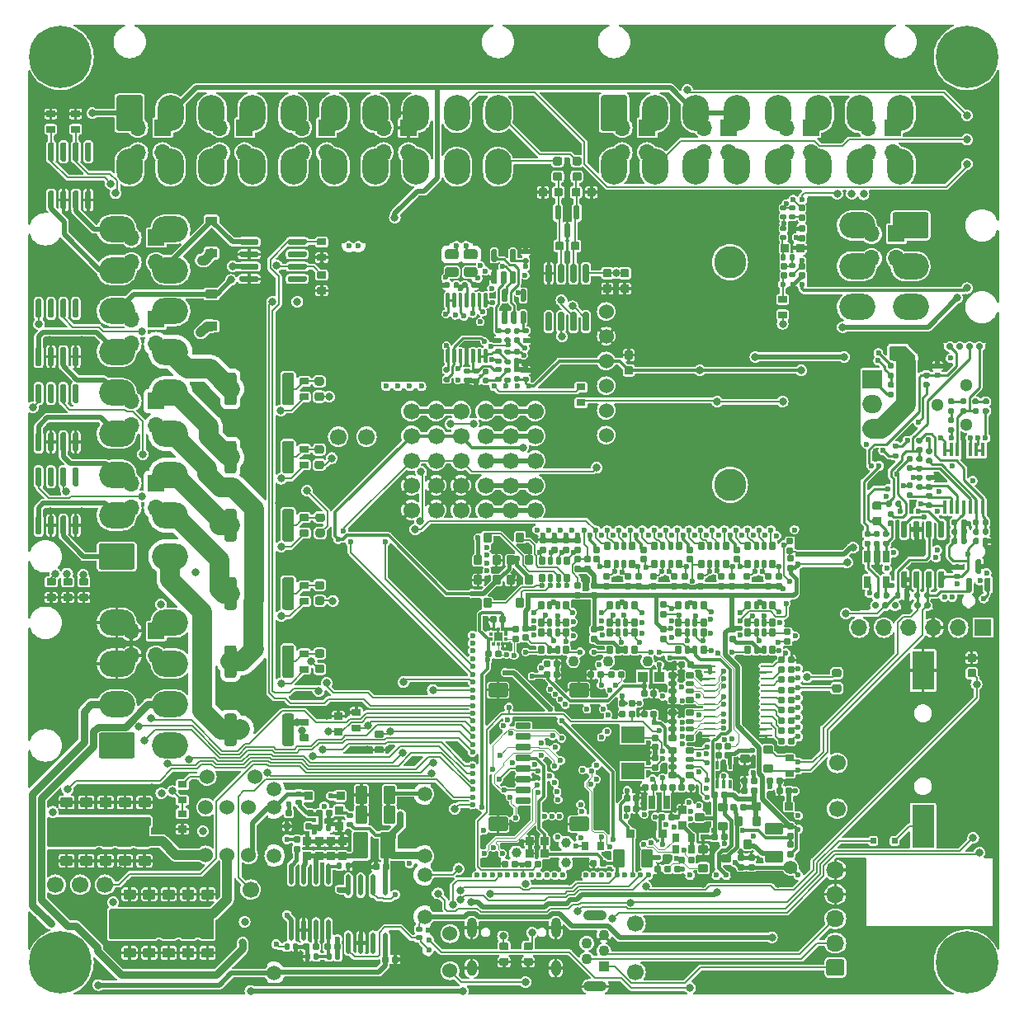
<source format=gbl>
G75*
G70*
%OFA0B0*%
%FSLAX25Y25*%
%IPPOS*%
%LPD*%
%AMOC8*
5,1,8,0,0,1.08239X$1,22.5*
%
%AMM11*
21,1,0.023620,0.018900,0.000000,0.000000,90.000000*
21,1,0.018900,0.023620,0.000000,0.000000,90.000000*
1,1,0.004720,0.009450,0.009450*
1,1,0.004720,0.009450,-0.009450*
1,1,0.004720,-0.009450,-0.009450*
1,1,0.004720,-0.009450,0.009450*
%
%AMM117*
21,1,0.023620,0.018900,0.000000,-0.000000,90.000000*
21,1,0.018900,0.023620,0.000000,-0.000000,90.000000*
1,1,0.004720,0.009450,0.009450*
1,1,0.004720,0.009450,-0.009450*
1,1,0.004720,-0.009450,-0.009450*
1,1,0.004720,-0.009450,0.009450*
%
%AMM118*
21,1,0.019680,0.019680,0.000000,-0.000000,180.000000*
21,1,0.015750,0.023620,0.000000,-0.000000,180.000000*
1,1,0.003940,-0.007870,0.009840*
1,1,0.003940,0.007870,0.009840*
1,1,0.003940,0.007870,-0.009840*
1,1,0.003940,-0.007870,-0.009840*
%
%AMM119*
21,1,0.033470,0.026770,0.000000,-0.000000,180.000000*
21,1,0.026770,0.033470,0.000000,-0.000000,180.000000*
1,1,0.006690,-0.013390,0.013390*
1,1,0.006690,0.013390,0.013390*
1,1,0.006690,0.013390,-0.013390*
1,1,0.006690,-0.013390,-0.013390*
%
%AMM12*
21,1,0.019680,0.019680,0.000000,0.000000,0.000000*
21,1,0.015750,0.023620,0.000000,0.000000,0.000000*
1,1,0.003940,0.007870,-0.009840*
1,1,0.003940,-0.007870,-0.009840*
1,1,0.003940,-0.007870,0.009840*
1,1,0.003940,0.007870,0.009840*
%
%AMM120*
21,1,0.019680,0.019680,0.000000,-0.000000,270.000000*
21,1,0.015750,0.023620,0.000000,-0.000000,270.000000*
1,1,0.003940,-0.009840,-0.007870*
1,1,0.003940,-0.009840,0.007870*
1,1,0.003940,0.009840,0.007870*
1,1,0.003940,0.009840,-0.007870*
%
%AMM13*
21,1,0.019680,0.019680,0.000000,0.000000,270.000000*
21,1,0.015750,0.023620,0.000000,0.000000,270.000000*
1,1,0.003940,-0.009840,-0.007870*
1,1,0.003940,-0.009840,0.007870*
1,1,0.003940,0.009840,0.007870*
1,1,0.003940,0.009840,-0.007870*
%
%AMM183*
21,1,0.025590,0.026380,-0.000000,-0.000000,90.000000*
21,1,0.020470,0.031500,-0.000000,-0.000000,90.000000*
1,1,0.005120,0.013190,0.010240*
1,1,0.005120,0.013190,-0.010240*
1,1,0.005120,-0.013190,-0.010240*
1,1,0.005120,-0.013190,0.010240*
%
%AMM184*
21,1,0.017720,0.027950,-0.000000,-0.000000,90.000000*
21,1,0.014170,0.031500,-0.000000,-0.000000,90.000000*
1,1,0.003540,0.013980,0.007090*
1,1,0.003540,0.013980,-0.007090*
1,1,0.003540,-0.013980,-0.007090*
1,1,0.003540,-0.013980,0.007090*
%
%AMM187*
21,1,0.027560,0.018900,-0.000000,-0.000000,270.000000*
21,1,0.022840,0.023620,-0.000000,-0.000000,270.000000*
1,1,0.004720,-0.009450,-0.011420*
1,1,0.004720,-0.009450,0.011420*
1,1,0.004720,0.009450,0.011420*
1,1,0.004720,0.009450,-0.011420*
%
%AMM189*
21,1,0.027560,0.018900,-0.000000,-0.000000,0.000000*
21,1,0.022840,0.023620,-0.000000,-0.000000,0.000000*
1,1,0.004720,0.011420,-0.009450*
1,1,0.004720,-0.011420,-0.009450*
1,1,0.004720,-0.011420,0.009450*
1,1,0.004720,0.011420,0.009450*
%
%AMM191*
21,1,0.035430,0.030320,-0.000000,-0.000000,90.000000*
21,1,0.028350,0.037400,-0.000000,-0.000000,90.000000*
1,1,0.007090,0.015160,0.014170*
1,1,0.007090,0.015160,-0.014170*
1,1,0.007090,-0.015160,-0.014170*
1,1,0.007090,-0.015160,0.014170*
%
%AMM194*
21,1,0.027560,0.030710,-0.000000,-0.000000,180.000000*
21,1,0.022050,0.036220,-0.000000,-0.000000,180.000000*
1,1,0.005510,-0.011020,0.015350*
1,1,0.005510,0.011020,0.015350*
1,1,0.005510,0.011020,-0.015350*
1,1,0.005510,-0.011020,-0.015350*
%
%AMM215*
21,1,0.033470,0.026770,-0.000000,-0.000000,270.000000*
21,1,0.026770,0.033470,-0.000000,-0.000000,270.000000*
1,1,0.006690,-0.013390,-0.013390*
1,1,0.006690,-0.013390,0.013390*
1,1,0.006690,0.013390,0.013390*
1,1,0.006690,0.013390,-0.013390*
%
%AMM216*
21,1,0.025590,0.026380,-0.000000,-0.000000,180.000000*
21,1,0.020470,0.031500,-0.000000,-0.000000,180.000000*
1,1,0.005120,-0.010240,0.013190*
1,1,0.005120,0.010240,0.013190*
1,1,0.005120,0.010240,-0.013190*
1,1,0.005120,-0.010240,-0.013190*
%
%AMM217*
21,1,0.017720,0.027950,-0.000000,-0.000000,180.000000*
21,1,0.014170,0.031500,-0.000000,-0.000000,180.000000*
1,1,0.003540,-0.007090,0.013980*
1,1,0.003540,0.007090,0.013980*
1,1,0.003540,0.007090,-0.013980*
1,1,0.003540,-0.007090,-0.013980*
%
%AMM218*
21,1,0.033470,0.026770,-0.000000,-0.000000,180.000000*
21,1,0.026770,0.033470,-0.000000,-0.000000,180.000000*
1,1,0.006690,-0.013390,0.013390*
1,1,0.006690,0.013390,0.013390*
1,1,0.006690,0.013390,-0.013390*
1,1,0.006690,-0.013390,-0.013390*
%
%AMM219*
21,1,0.078740,0.045670,-0.000000,-0.000000,0.000000*
21,1,0.067320,0.057090,-0.000000,-0.000000,0.000000*
1,1,0.011420,0.033660,-0.022840*
1,1,0.011420,-0.033660,-0.022840*
1,1,0.011420,-0.033660,0.022840*
1,1,0.011420,0.033660,0.022840*
%
%AMM220*
21,1,0.059060,0.020470,-0.000000,-0.000000,0.000000*
21,1,0.053940,0.025590,-0.000000,-0.000000,0.000000*
1,1,0.005120,0.026970,-0.010240*
1,1,0.005120,-0.026970,-0.010240*
1,1,0.005120,-0.026970,0.010240*
1,1,0.005120,0.026970,0.010240*
%
%AMM221*
21,1,0.035430,0.030320,-0.000000,-0.000000,0.000000*
21,1,0.028350,0.037400,-0.000000,-0.000000,0.000000*
1,1,0.007090,0.014170,-0.015160*
1,1,0.007090,-0.014170,-0.015160*
1,1,0.007090,-0.014170,0.015160*
1,1,0.007090,0.014170,0.015160*
%
%AMM222*
21,1,0.012600,0.028980,-0.000000,-0.000000,0.000000*
21,1,0.010080,0.031500,-0.000000,-0.000000,0.000000*
1,1,0.002520,0.005040,-0.014490*
1,1,0.002520,-0.005040,-0.014490*
1,1,0.002520,-0.005040,0.014490*
1,1,0.002520,0.005040,0.014490*
%
%AMM223*
21,1,0.070870,0.036220,-0.000000,-0.000000,180.000000*
21,1,0.061810,0.045280,-0.000000,-0.000000,180.000000*
1,1,0.009060,-0.030910,0.018110*
1,1,0.009060,0.030910,0.018110*
1,1,0.009060,0.030910,-0.018110*
1,1,0.009060,-0.030910,-0.018110*
%
%AMM224*
21,1,0.035830,0.026770,-0.000000,-0.000000,180.000000*
21,1,0.029130,0.033470,-0.000000,-0.000000,180.000000*
1,1,0.006690,-0.014570,0.013390*
1,1,0.006690,0.014570,0.013390*
1,1,0.006690,0.014570,-0.013390*
1,1,0.006690,-0.014570,-0.013390*
%
%AMM225*
21,1,0.027560,0.049610,-0.000000,-0.000000,180.000000*
21,1,0.022050,0.055120,-0.000000,-0.000000,180.000000*
1,1,0.005510,-0.011020,0.024800*
1,1,0.005510,0.011020,0.024800*
1,1,0.005510,0.011020,-0.024800*
1,1,0.005510,-0.011020,-0.024800*
%
%AMM226*
21,1,0.070870,0.036220,-0.000000,-0.000000,270.000000*
21,1,0.061810,0.045280,-0.000000,-0.000000,270.000000*
1,1,0.009060,-0.018110,-0.030910*
1,1,0.009060,-0.018110,0.030910*
1,1,0.009060,0.018110,0.030910*
1,1,0.009060,0.018110,-0.030910*
%
%AMM227*
21,1,0.027560,0.030710,-0.000000,-0.000000,270.000000*
21,1,0.022050,0.036220,-0.000000,-0.000000,270.000000*
1,1,0.005510,-0.015350,-0.011020*
1,1,0.005510,-0.015350,0.011020*
1,1,0.005510,0.015350,0.011020*
1,1,0.005510,0.015350,-0.011020*
%
%AMM27*
21,1,0.106300,0.050390,0.000000,0.000000,90.000000*
21,1,0.093700,0.062990,0.000000,0.000000,90.000000*
1,1,0.012600,0.025200,0.046850*
1,1,0.012600,0.025200,-0.046850*
1,1,0.012600,-0.025200,-0.046850*
1,1,0.012600,-0.025200,0.046850*
%
%AMM28*
21,1,0.033470,0.026770,0.000000,0.000000,270.000000*
21,1,0.026770,0.033470,0.000000,0.000000,270.000000*
1,1,0.006690,-0.013390,-0.013390*
1,1,0.006690,-0.013390,0.013390*
1,1,0.006690,0.013390,0.013390*
1,1,0.006690,0.013390,-0.013390*
%
%AMM29*
21,1,0.023620,0.018900,0.000000,0.000000,180.000000*
21,1,0.018900,0.023620,0.000000,0.000000,180.000000*
1,1,0.004720,-0.009450,0.009450*
1,1,0.004720,0.009450,0.009450*
1,1,0.004720,0.009450,-0.009450*
1,1,0.004720,-0.009450,-0.009450*
%
%AMM30*
21,1,0.122050,0.075590,0.000000,0.000000,180.000000*
21,1,0.103150,0.094490,0.000000,0.000000,180.000000*
1,1,0.018900,-0.051580,0.037800*
1,1,0.018900,0.051580,0.037800*
1,1,0.018900,0.051580,-0.037800*
1,1,0.018900,-0.051580,-0.037800*
%
%AMM31*
21,1,0.118110,0.083460,0.000000,0.000000,0.000000*
21,1,0.097240,0.104330,0.000000,0.000000,0.000000*
1,1,0.020870,0.048620,-0.041730*
1,1,0.020870,-0.048620,-0.041730*
1,1,0.020870,-0.048620,0.041730*
1,1,0.020870,0.048620,0.041730*
%
%AMM7*
21,1,0.035830,0.026770,0.000000,0.000000,0.000000*
21,1,0.029130,0.033470,0.000000,0.000000,0.000000*
1,1,0.006690,0.014570,-0.013390*
1,1,0.006690,-0.014570,-0.013390*
1,1,0.006690,-0.014570,0.013390*
1,1,0.006690,0.014570,0.013390*
%
%AMM8*
21,1,0.070870,0.036220,0.000000,0.000000,90.000000*
21,1,0.061810,0.045280,0.000000,0.000000,90.000000*
1,1,0.009060,0.018110,0.030910*
1,1,0.009060,0.018110,-0.030910*
1,1,0.009060,-0.018110,-0.030910*
1,1,0.009060,-0.018110,0.030910*
%
%ADD10C,0.00787*%
%ADD100C,0.01968*%
%ADD101C,0.01575*%
%ADD108M7*%
%ADD109M8*%
%ADD11R,0.06693X0.06693*%
%ADD112M11*%
%ADD113M12*%
%ADD114M13*%
%ADD115O,0.00787X0.40158*%
%ADD12O,0.06693X0.06693*%
%ADD13O,0.10630X0.14567*%
%ADD132M27*%
%ADD133M28*%
%ADD134M29*%
%ADD135O,0.01968X0.08661*%
%ADD136M30*%
%ADD137M31*%
%ADD14C,0.06693*%
%ADD15C,0.02756*%
%ADD158C,0.05118*%
%ADD171C,0.03900*%
%ADD18R,0.04331X0.00984*%
%ADD19R,0.03858X0.00984*%
%ADD199C,0.00492*%
%ADD200C,0.01260*%
%ADD201C,0.05512*%
%ADD21R,0.00984X1.08661*%
%ADD23R,0.03740X0.00984*%
%ADD235R,0.01378X0.01476*%
%ADD236R,0.01968X0.01968*%
%ADD238O,0.04961X0.00984*%
%ADD24C,0.03150*%
%ADD240R,0.09449X0.06693*%
%ADD241R,0.01476X0.01378*%
%ADD243R,0.03937X0.04331*%
%ADD25C,0.25197*%
%ADD26C,0.06000*%
%ADD27O,0.07283X0.06693*%
%ADD28C,0.02362*%
%ADD29R,0.24350X0.00984*%
%ADD298M117*%
%ADD299M118*%
%ADD30R,0.04390X0.00984*%
%ADD300M119*%
%ADD301M120*%
%ADD309R,0.07874X0.07500*%
%ADD31R,0.00984X0.56201*%
%ADD310O,0.07874X0.07500*%
%ADD312R,0.01772X0.05709*%
%ADD313R,0.02559X0.04803*%
%ADD32R,0.00984X0.59449*%
%ADD33R,0.20374X0.00984*%
%ADD34R,0.04331X0.04331*%
%ADD35C,0.04331*%
%ADD36O,0.09449X0.04331*%
%ADD37O,0.04823X0.00787*%
%ADD38O,0.00787X0.36614*%
%ADD39C,0.05906*%
%ADD392M183*%
%ADD393M184*%
%ADD396M187*%
%ADD398M189*%
%ADD40O,0.00787X0.12992*%
%ADD400M191*%
%ADD403M194*%
%ADD41O,0.00787X0.40157*%
%ADD42O,0.00787X0.01181*%
%ADD424M215*%
%ADD425M216*%
%ADD426M217*%
%ADD427M218*%
%ADD428M219*%
%ADD429M220*%
%ADD43O,0.66929X0.00787*%
%ADD430M221*%
%ADD431M222*%
%ADD432M223*%
%ADD433M224*%
%ADD434M225*%
%ADD435M226*%
%ADD436M227*%
%ADD44O,0.60630X0.00787*%
%ADD45O,0.00787X0.18898*%
%ADD46O,0.00787X0.10236*%
%ADD47O,0.00787X0.03937*%
%ADD48O,0.00787X0.05906*%
%ADD55O,0.14567X0.10630*%
%ADD59R,0.00787X0.14567*%
%ADD60R,0.00787X0.01575*%
%ADD61R,0.00787X0.06299*%
%ADD62R,0.00787X0.38189*%
%ADD63R,0.00787X0.09055*%
%ADD64R,0.05512X0.00787*%
%ADD65R,0.25197X0.00787*%
%ADD66R,0.06693X0.00787*%
%ADD67R,0.12992X0.00787*%
%ADD68R,0.00787X0.27559*%
%ADD69R,0.00787X0.12992*%
%ADD70R,0.00787X0.24803*%
%ADD72O,0.03937X0.08268*%
%ADD73O,0.03937X0.06299*%
%ADD74C,0.13000*%
%ADD76C,0.01181*%
%ADD77C,0.03937*%
%ADD78C,0.01969*%
%ADD79C,0.00591*%
%ADD86C,0.00984*%
%ADD94R,0.24803X0.00984*%
%ADD95R,0.34449X0.00984*%
%ADD96R,0.09055X0.17323*%
%ADD97R,0.09055X0.15748*%
%ADD98C,0.07874*%
X0000000Y0000000D02*
%LPD*%
G01*
D11*
X0052421Y0207677D03*
D12*
X0042421Y0207677D03*
X0052421Y0197677D03*
X0042421Y0197677D03*
G36*
G01*
X0232087Y0350886D02*
X0232087Y0363484D01*
G75*
G02*
X0233071Y0364469I0000984J0000000D01*
G01*
X0241732Y0364469D01*
G75*
G02*
X0242717Y0363484I0000000J-000984D01*
G01*
X0242717Y0350886D01*
G75*
G02*
X0241732Y0349902I-000984J0000000D01*
G01*
X0233071Y0349902D01*
G75*
G02*
X0232087Y0350886I0000000J0000984D01*
G01*
G37*
D13*
X0253937Y0357185D03*
X0270472Y0357185D03*
X0287008Y0357185D03*
X0303543Y0357185D03*
X0320079Y0357185D03*
X0336614Y0357185D03*
X0353150Y0357185D03*
X0237402Y0335531D03*
X0253937Y0335531D03*
X0270472Y0335531D03*
X0287008Y0335531D03*
X0303543Y0335531D03*
X0320079Y0335531D03*
X0336614Y0335531D03*
X0353150Y0335531D03*
D14*
X0327559Y0075984D03*
D11*
X0052421Y0240748D03*
D12*
X0042421Y0240748D03*
X0052421Y0230748D03*
X0042421Y0230748D03*
D15*
X0384941Y0262795D03*
X0373130Y0262795D03*
X0377067Y0262795D03*
X0381004Y0262795D03*
D18*
X0338287Y0156594D03*
D19*
X0355374Y0156594D03*
D94*
X0378839Y0156594D03*
D21*
X0336614Y0210433D03*
X0390748Y0210433D03*
D95*
X0353346Y0264272D03*
D23*
X0389370Y0264272D03*
D15*
X0346949Y0158106D03*
X0350886Y0158106D03*
X0363862Y0158106D03*
X0359862Y0158106D03*
X0343012Y0158106D03*
G36*
G01*
X0036417Y0350886D02*
X0036417Y0363484D01*
G75*
G02*
X0037402Y0364469I0000984J0000000D01*
G01*
X0046063Y0364469D01*
G75*
G02*
X0047047Y0363484I0000000J-000984D01*
G01*
X0047047Y0350886D01*
G75*
G02*
X0046063Y0349902I-000984J0000000D01*
G01*
X0037402Y0349902D01*
G75*
G02*
X0036417Y0350886I0000000J0000984D01*
G01*
G37*
D13*
X0058268Y0357185D03*
X0074803Y0357185D03*
X0091339Y0357185D03*
X0107874Y0357185D03*
X0124409Y0357185D03*
X0140945Y0357185D03*
X0157480Y0357185D03*
X0174016Y0357185D03*
X0190551Y0357185D03*
X0041732Y0335531D03*
X0058268Y0335531D03*
X0074803Y0335531D03*
X0091339Y0335531D03*
X0107874Y0335531D03*
X0124409Y0335531D03*
X0140945Y0335531D03*
X0157480Y0335531D03*
X0174016Y0335531D03*
X0190551Y0335531D03*
D11*
X0154291Y0351280D03*
D12*
X0144291Y0351280D03*
X0154291Y0341280D03*
X0144291Y0341280D03*
D14*
X0125984Y0226378D03*
X0137402Y0226378D03*
X0021811Y0045276D03*
D24*
X0004331Y0379921D03*
X0007098Y0386603D03*
X0007098Y0373240D03*
X0013780Y0389370D03*
D25*
X0013780Y0379921D03*
D24*
X0013780Y0370472D03*
X0020461Y0386603D03*
X0020461Y0373240D03*
X0023228Y0379921D03*
X0370472Y0379921D03*
X0373240Y0386603D03*
X0373240Y0373240D03*
X0379921Y0389370D03*
D25*
X0379921Y0379921D03*
D24*
X0379921Y0370472D03*
X0386603Y0386603D03*
X0386603Y0373240D03*
X0389370Y0379921D03*
D26*
X0072441Y0076575D03*
X0072441Y0057283D03*
G36*
G01*
X0329429Y0008465D02*
X0324114Y0008465D01*
G75*
G02*
X0323130Y0009449I0000000J0000984D01*
G01*
X0323130Y0014173D01*
G75*
G02*
X0324114Y0015157I0000984J0000000D01*
G01*
X0329429Y0015157D01*
G75*
G02*
X0330413Y0014173I0000000J-000984D01*
G01*
X0330413Y0009449D01*
G75*
G02*
X0329429Y0008465I-000984J0000000D01*
G01*
G37*
D27*
X0326772Y0021654D03*
X0326772Y0031496D03*
X0326772Y0041339D03*
X0326772Y0051181D03*
D14*
X0246063Y0029528D03*
D24*
X0004331Y0013780D03*
X0007098Y0020461D03*
X0007098Y0007098D03*
X0013780Y0023228D03*
D25*
X0013780Y0013780D03*
D24*
X0013780Y0004331D03*
X0020461Y0020461D03*
X0020461Y0007098D03*
X0023228Y0013780D03*
D28*
X0193602Y0246752D03*
X0188878Y0246752D03*
X0198327Y0246752D03*
X0203051Y0246752D03*
D29*
X0192549Y0304429D03*
D30*
X0168730Y0304429D03*
D31*
X0204232Y0276821D03*
D32*
X0167028Y0275197D03*
D33*
X0176722Y0245965D03*
D28*
X0177618Y0303543D03*
X0173681Y0303543D03*
D14*
X0011811Y0045276D03*
D34*
X0233268Y0012205D03*
D35*
X0226378Y0015354D03*
X0233268Y0018504D03*
X0226378Y0021654D03*
X0233268Y0024803D03*
D36*
X0229823Y0004134D03*
X0229823Y0032874D03*
D26*
X0081102Y0076575D03*
X0081102Y0057283D03*
D28*
X0313287Y0287894D03*
D37*
X0305512Y0322933D03*
D38*
X0315650Y0305020D03*
X0303445Y0305020D03*
D28*
X0309547Y0287894D03*
X0305807Y0287894D03*
X0309744Y0322146D03*
X0313287Y0322146D03*
D14*
X0090551Y0043307D03*
D39*
X0160925Y0081988D03*
X0160925Y0056791D03*
X0160925Y0049311D03*
X0160925Y0032382D03*
D28*
X0162697Y0022933D03*
X0162697Y0018996D03*
D40*
X0097343Y0066831D03*
D41*
X0097343Y0033366D03*
D42*
X0097343Y0005413D03*
D43*
X0130413Y0005217D03*
D44*
X0133563Y0086319D03*
D39*
X0160925Y0007776D03*
D42*
X0163484Y0086122D03*
D45*
X0163484Y0069587D03*
D46*
X0163484Y0040650D03*
D47*
X0163484Y0026870D03*
D48*
X0163484Y0013878D03*
D39*
X0099902Y0083760D03*
X0099902Y0076476D03*
X0099902Y0056988D03*
X0099902Y0009547D03*
D28*
X0125984Y0184941D03*
X0128051Y0188386D03*
X0131004Y0183760D03*
X0144980Y0184055D03*
D11*
X0316890Y0351280D03*
D12*
X0306890Y0351280D03*
X0316890Y0341280D03*
X0306890Y0341280D03*
G36*
G01*
X0042815Y0172638D02*
X0030217Y0172638D01*
G75*
G02*
X0029232Y0173622I0000000J0000984D01*
G01*
X0029232Y0182283D01*
G75*
G02*
X0030217Y0183268I0000984J0000000D01*
G01*
X0042815Y0183268D01*
G75*
G02*
X0043799Y0182283I0000000J-000984D01*
G01*
X0043799Y0173622D01*
G75*
G02*
X0042815Y0172638I-000984J0000000D01*
G01*
G37*
D55*
X0036516Y0194488D03*
X0036516Y0211024D03*
X0036516Y0227559D03*
X0036516Y0244094D03*
X0036516Y0260630D03*
X0036516Y0277165D03*
X0036516Y0293701D03*
X0036516Y0310236D03*
X0058169Y0177953D03*
X0058169Y0194488D03*
X0058169Y0211024D03*
X0058169Y0227559D03*
X0058169Y0244094D03*
X0058169Y0260630D03*
X0058169Y0277165D03*
X0058169Y0293701D03*
X0058169Y0310236D03*
D11*
X0349961Y0351280D03*
D12*
X0339961Y0351280D03*
X0349961Y0341280D03*
X0339961Y0341280D03*
G36*
G01*
X0350886Y0317126D02*
X0363484Y0317126D01*
G75*
G02*
X0364469Y0316142I0000000J-000984D01*
G01*
X0364469Y0307480D01*
G75*
G02*
X0363484Y0306496I-000984J0000000D01*
G01*
X0350886Y0306496D01*
G75*
G02*
X0349902Y0307480I0000000J0000984D01*
G01*
X0349902Y0316142D01*
G75*
G02*
X0350886Y0317126I0000984J0000000D01*
G01*
G37*
D55*
X0357185Y0295276D03*
X0357185Y0278740D03*
X0335531Y0311811D03*
X0335531Y0295276D03*
X0335531Y0278740D03*
D11*
X0121220Y0351280D03*
D12*
X0111220Y0351280D03*
X0121220Y0341280D03*
X0111220Y0341280D03*
D26*
X0089764Y0076575D03*
X0089764Y0057283D03*
D14*
X0155512Y0196693D03*
X0155512Y0206693D03*
X0155512Y0216693D03*
X0155512Y0226693D03*
X0155512Y0236693D03*
X0165512Y0196693D03*
X0165512Y0206693D03*
X0165512Y0216693D03*
X0165512Y0226693D03*
X0165512Y0236693D03*
X0175512Y0196693D03*
X0175512Y0206693D03*
X0175512Y0216693D03*
X0175512Y0226693D03*
X0175512Y0236693D03*
X0246063Y0009843D03*
D26*
X0171160Y0025491D03*
X0171160Y0010491D03*
D11*
X0351437Y0308465D03*
D12*
X0341437Y0308465D03*
X0351437Y0298465D03*
X0341437Y0298465D03*
G36*
G01*
X0042815Y0096260D02*
X0030217Y0096260D01*
G75*
G02*
X0029232Y0097244I0000000J0000984D01*
G01*
X0029232Y0105906D01*
G75*
G02*
X0030217Y0106890I0000984J0000000D01*
G01*
X0042815Y0106890D01*
G75*
G02*
X0043799Y0105906I0000000J-000984D01*
G01*
X0043799Y0097244D01*
G75*
G02*
X0042815Y0096260I-000984J0000000D01*
G01*
G37*
D55*
X0036516Y0118110D03*
X0036516Y0134646D03*
X0036516Y0151181D03*
X0058169Y0101575D03*
X0058169Y0118110D03*
X0058169Y0134646D03*
X0058169Y0151181D03*
D14*
X0327559Y0094488D03*
D28*
X0180315Y0162992D03*
X0180315Y0146063D03*
X0180315Y0142913D03*
X0180315Y0139764D03*
X0180315Y0136614D03*
X0180315Y0133465D03*
X0180315Y0130315D03*
X0180315Y0127165D03*
X0180315Y0124016D03*
X0180315Y0120866D03*
X0180315Y0117717D03*
X0180315Y0114567D03*
X0180315Y0111417D03*
X0180315Y0108268D03*
X0180315Y0105118D03*
X0180315Y0101969D03*
X0180315Y0098819D03*
X0180315Y0093307D03*
X0180315Y0090158D03*
X0180315Y0087008D03*
X0180315Y0083858D03*
X0180315Y0080709D03*
X0180315Y0077559D03*
D59*
X0312598Y0058465D03*
D60*
X0312598Y0070472D03*
D59*
X0312598Y0082480D03*
D61*
X0312598Y0100000D03*
D62*
X0312598Y0153740D03*
D63*
X0312598Y0185236D03*
D64*
X0305512Y0189370D03*
D65*
X0297244Y0048425D03*
D66*
X0273425Y0048425D03*
D67*
X0259646Y0048425D03*
D64*
X0221260Y0048425D03*
D65*
X0191732Y0189370D03*
D68*
X0179528Y0061811D03*
D60*
X0179528Y0096063D03*
D69*
X0179528Y0154528D03*
D70*
X0179528Y0177362D03*
D28*
X0181890Y0049213D03*
X0185039Y0049213D03*
X0188189Y0049213D03*
X0191339Y0049213D03*
X0194488Y0049213D03*
X0197638Y0049213D03*
X0200787Y0049213D03*
X0203937Y0049213D03*
X0207087Y0049213D03*
X0210236Y0049213D03*
X0213386Y0049213D03*
X0216535Y0049213D03*
X0225984Y0049213D03*
X0229134Y0049213D03*
X0232283Y0049213D03*
X0235433Y0049213D03*
X0238583Y0049213D03*
X0241732Y0049213D03*
X0244882Y0049213D03*
X0248032Y0049213D03*
X0251181Y0049213D03*
X0268110Y0049213D03*
X0278740Y0049213D03*
X0282677Y0049213D03*
X0311811Y0049213D03*
X0206299Y0188583D03*
X0211024Y0188583D03*
X0215748Y0188583D03*
X0220472Y0188583D03*
X0225197Y0188583D03*
X0229921Y0188583D03*
X0234646Y0188583D03*
X0239370Y0188583D03*
X0244094Y0188583D03*
X0248819Y0188583D03*
X0253543Y0188583D03*
X0258268Y0188583D03*
X0262992Y0188583D03*
X0267717Y0188583D03*
X0272441Y0188583D03*
X0277165Y0188583D03*
X0281890Y0188583D03*
X0286614Y0188583D03*
X0291339Y0188583D03*
X0296063Y0188583D03*
X0300787Y0188583D03*
X0310236Y0188583D03*
X0311811Y0178740D03*
X0311811Y0174803D03*
X0311811Y0132677D03*
X0311811Y0128740D03*
X0311811Y0124803D03*
X0311811Y0120866D03*
X0311811Y0116929D03*
X0311811Y0112992D03*
X0311811Y0109055D03*
X0311811Y0105118D03*
X0311811Y0094882D03*
X0311811Y0091732D03*
X0311811Y0073228D03*
X0311811Y0067717D03*
D11*
X0250748Y0351280D03*
D12*
X0240748Y0351280D03*
X0250748Y0341280D03*
X0240748Y0341280D03*
D72*
X0179843Y0027972D03*
D73*
X0179843Y0011516D03*
D72*
X0213858Y0027972D03*
D73*
X0213858Y0011516D03*
D24*
X0370472Y0013780D03*
X0373240Y0020461D03*
X0373240Y0007098D03*
X0379921Y0023228D03*
D25*
X0379921Y0013780D03*
D24*
X0379921Y0004331D03*
X0386603Y0020461D03*
X0386603Y0007098D03*
X0389370Y0013780D03*
D28*
X0150098Y0246752D03*
X0145374Y0246752D03*
X0154823Y0246752D03*
X0159547Y0246752D03*
D29*
X0149045Y0304429D03*
D30*
X0125226Y0304429D03*
D31*
X0160728Y0276821D03*
D32*
X0123524Y0275197D03*
D33*
X0133219Y0245965D03*
D28*
X0134114Y0303543D03*
X0130177Y0303543D03*
D11*
X0055079Y0351280D03*
D12*
X0045079Y0351280D03*
X0055079Y0341280D03*
X0045079Y0341280D03*
D11*
X0052421Y0306890D03*
D12*
X0042421Y0306890D03*
X0052421Y0296890D03*
X0042421Y0296890D03*
D26*
X0073031Y0088976D03*
X0092323Y0088976D03*
D11*
X0088150Y0351280D03*
D12*
X0078150Y0351280D03*
X0088150Y0341280D03*
X0078150Y0341280D03*
D11*
X0386417Y0149213D03*
D12*
X0376417Y0149213D03*
X0366417Y0149213D03*
X0356417Y0149213D03*
X0346417Y0149213D03*
X0336417Y0149213D03*
D11*
X0052421Y0273819D03*
D12*
X0042421Y0273819D03*
X0052421Y0263819D03*
X0042421Y0263819D03*
D11*
X0052421Y0147835D03*
D12*
X0042421Y0147835D03*
X0052421Y0137835D03*
X0042421Y0137835D03*
D11*
X0283819Y0351280D03*
D12*
X0273819Y0351280D03*
X0283819Y0341280D03*
X0273819Y0341280D03*
D74*
X0284265Y0296969D03*
X0284265Y0206969D03*
D26*
X0234265Y0276969D03*
X0234265Y0266969D03*
X0234265Y0256969D03*
X0234265Y0246969D03*
X0234265Y0236969D03*
X0234265Y0226969D03*
D14*
X0031811Y0045276D03*
X0185512Y0196693D03*
X0185512Y0206693D03*
X0185512Y0216693D03*
X0185512Y0226693D03*
X0185512Y0236693D03*
X0195512Y0196693D03*
X0195512Y0206693D03*
X0195512Y0216693D03*
X0195512Y0226693D03*
X0195512Y0236693D03*
X0205512Y0196693D03*
X0205512Y0206693D03*
X0205512Y0216693D03*
X0205512Y0226693D03*
X0205512Y0236693D03*
G36*
G01*
X0214173Y0319910D02*
X0215354Y0319910D01*
G75*
G02*
X0215945Y0319319I0000000J-000591D01*
G01*
X0215945Y0314693D01*
G75*
G02*
X0215354Y0314102I-000591J0000000D01*
G01*
X0214173Y0314102D01*
G75*
G02*
X0213583Y0314693I0000000J0000591D01*
G01*
X0213583Y0319319D01*
G75*
G02*
X0214173Y0319910I0000591J0000000D01*
G01*
G37*
G36*
G01*
X0221654Y0319910D02*
X0222835Y0319910D01*
G75*
G02*
X0223425Y0319319I0000000J-000591D01*
G01*
X0223425Y0314693D01*
G75*
G02*
X0222835Y0314102I-000591J0000000D01*
G01*
X0221654Y0314102D01*
G75*
G02*
X0221063Y0314693I0000000J0000591D01*
G01*
X0221063Y0319319D01*
G75*
G02*
X0221654Y0319910I0000591J0000000D01*
G01*
G37*
G36*
G01*
X0217913Y0312528D02*
X0219094Y0312528D01*
G75*
G02*
X0219685Y0311937I0000000J-000591D01*
G01*
X0219685Y0307311D01*
G75*
G02*
X0219094Y0306721I-000591J0000000D01*
G01*
X0217913Y0306721D01*
G75*
G02*
X0217323Y0307311I0000000J0000591D01*
G01*
X0217323Y0311937D01*
G75*
G02*
X0217913Y0312528I0000591J0000000D01*
G01*
G37*
G36*
G01*
X0049803Y0052992D02*
X0045669Y0052992D01*
G75*
G02*
X0045276Y0053386I0000000J0000394D01*
G01*
X0045276Y0056535D01*
G75*
G02*
X0045669Y0056929I0000394J0000000D01*
G01*
X0049803Y0056929D01*
G75*
G02*
X0050197Y0056535I0000000J-000394D01*
G01*
X0050197Y0053386D01*
G75*
G02*
X0049803Y0052992I-000394J0000000D01*
G01*
G37*
G36*
G01*
X0049803Y0060866D02*
X0045669Y0060866D01*
G75*
G02*
X0045276Y0061260I0000000J0000394D01*
G01*
X0045276Y0064409D01*
G75*
G02*
X0045669Y0064803I0000394J0000000D01*
G01*
X0049803Y0064803D01*
G75*
G02*
X0050197Y0064409I0000000J-000394D01*
G01*
X0050197Y0061260D01*
G75*
G02*
X0049803Y0060866I-000394J0000000D01*
G01*
G37*
G36*
G01*
X0241969Y0261083D02*
X0244646Y0261083D01*
G75*
G02*
X0244980Y0260748I0000000J-000335D01*
G01*
X0244980Y0258071D01*
G75*
G02*
X0244646Y0257736I-000335J0000000D01*
G01*
X0241969Y0257736D01*
G75*
G02*
X0241634Y0258071I0000000J0000335D01*
G01*
X0241634Y0260748D01*
G75*
G02*
X0241969Y0261083I0000335J0000000D01*
G01*
G37*
G36*
G01*
X0241969Y0254862D02*
X0244646Y0254862D01*
G75*
G02*
X0244980Y0254528I0000000J-000335D01*
G01*
X0244980Y0251850D01*
G75*
G02*
X0244646Y0251516I-000335J0000000D01*
G01*
X0241969Y0251516D01*
G75*
G02*
X0241634Y0251850I0000000J0000335D01*
G01*
X0241634Y0254528D01*
G75*
G02*
X0241969Y0254862I0000335J0000000D01*
G01*
G37*
G36*
G01*
X0076811Y0298819D02*
X0072795Y0298819D01*
G75*
G02*
X0072441Y0299173I0000000J0000354D01*
G01*
X0072441Y0302008D01*
G75*
G02*
X0072795Y0302362I0000354J0000000D01*
G01*
X0076811Y0302362D01*
G75*
G02*
X0077165Y0302008I0000000J-000354D01*
G01*
X0077165Y0299173D01*
G75*
G02*
X0076811Y0298819I-000354J0000000D01*
G01*
G37*
G36*
G01*
X0076811Y0311811D02*
X0072795Y0311811D01*
G75*
G02*
X0072441Y0312165I0000000J0000354D01*
G01*
X0072441Y0315000D01*
G75*
G02*
X0072795Y0315354I0000354J0000000D01*
G01*
X0076811Y0315354D01*
G75*
G02*
X0077165Y0315000I0000000J-000354D01*
G01*
X0077165Y0312165D01*
G75*
G02*
X0076811Y0311811I-000354J0000000D01*
G01*
G37*
D96*
X0362205Y0068898D03*
D97*
X0362205Y0131890D03*
G36*
G01*
X0004311Y0247638D02*
X0005492Y0247638D01*
G75*
G02*
X0006083Y0247047I0000000J-000591D01*
G01*
X0006083Y0240551D01*
G75*
G02*
X0005492Y0239961I-000591J0000000D01*
G01*
X0004311Y0239961D01*
G75*
G02*
X0003720Y0240551I0000000J0000591D01*
G01*
X0003720Y0247047D01*
G75*
G02*
X0004311Y0247638I0000591J0000000D01*
G01*
G37*
G36*
G01*
X0009311Y0247638D02*
X0010492Y0247638D01*
G75*
G02*
X0011083Y0247047I0000000J-000591D01*
G01*
X0011083Y0240551D01*
G75*
G02*
X0010492Y0239961I-000591J0000000D01*
G01*
X0009311Y0239961D01*
G75*
G02*
X0008720Y0240551I0000000J0000591D01*
G01*
X0008720Y0247047D01*
G75*
G02*
X0009311Y0247638I0000591J0000000D01*
G01*
G37*
G36*
G01*
X0014311Y0247638D02*
X0015492Y0247638D01*
G75*
G02*
X0016083Y0247047I0000000J-000591D01*
G01*
X0016083Y0240551D01*
G75*
G02*
X0015492Y0239961I-000591J0000000D01*
G01*
X0014311Y0239961D01*
G75*
G02*
X0013720Y0240551I0000000J0000591D01*
G01*
X0013720Y0247047D01*
G75*
G02*
X0014311Y0247638I0000591J0000000D01*
G01*
G37*
G36*
G01*
X0019311Y0247638D02*
X0020492Y0247638D01*
G75*
G02*
X0021083Y0247047I0000000J-000591D01*
G01*
X0021083Y0240551D01*
G75*
G02*
X0020492Y0239961I-000591J0000000D01*
G01*
X0019311Y0239961D01*
G75*
G02*
X0018720Y0240551I0000000J0000591D01*
G01*
X0018720Y0247047D01*
G75*
G02*
X0019311Y0247638I0000591J0000000D01*
G01*
G37*
G36*
G01*
X0019311Y0228150D02*
X0020492Y0228150D01*
G75*
G02*
X0021083Y0227559I0000000J-000591D01*
G01*
X0021083Y0221063D01*
G75*
G02*
X0020492Y0220472I-000591J0000000D01*
G01*
X0019311Y0220472D01*
G75*
G02*
X0018720Y0221063I0000000J0000591D01*
G01*
X0018720Y0227559D01*
G75*
G02*
X0019311Y0228150I0000591J0000000D01*
G01*
G37*
G36*
G01*
X0014311Y0228150D02*
X0015492Y0228150D01*
G75*
G02*
X0016083Y0227559I0000000J-000591D01*
G01*
X0016083Y0221063D01*
G75*
G02*
X0015492Y0220472I-000591J0000000D01*
G01*
X0014311Y0220472D01*
G75*
G02*
X0013720Y0221063I0000000J0000591D01*
G01*
X0013720Y0227559D01*
G75*
G02*
X0014311Y0228150I0000591J0000000D01*
G01*
G37*
G36*
G01*
X0009311Y0228150D02*
X0010492Y0228150D01*
G75*
G02*
X0011083Y0227559I0000000J-000591D01*
G01*
X0011083Y0221063D01*
G75*
G02*
X0010492Y0220472I-000591J0000000D01*
G01*
X0009311Y0220472D01*
G75*
G02*
X0008720Y0221063I0000000J0000591D01*
G01*
X0008720Y0227559D01*
G75*
G02*
X0009311Y0228150I0000591J0000000D01*
G01*
G37*
G36*
G01*
X0004311Y0228150D02*
X0005492Y0228150D01*
G75*
G02*
X0006083Y0227559I0000000J-000591D01*
G01*
X0006083Y0221063D01*
G75*
G02*
X0005492Y0220472I-000591J0000000D01*
G01*
X0004311Y0220472D01*
G75*
G02*
X0003720Y0221063I0000000J0000591D01*
G01*
X0003720Y0227559D01*
G75*
G02*
X0004311Y0228150I0000591J0000000D01*
G01*
G37*
G36*
G01*
X0011575Y0160039D02*
X0008504Y0160039D01*
G75*
G02*
X0008228Y0160315I0000000J0000276D01*
G01*
X0008228Y0162520D01*
G75*
G02*
X0008504Y0162795I0000276J0000000D01*
G01*
X0011575Y0162795D01*
G75*
G02*
X0011850Y0162520I0000000J-000276D01*
G01*
X0011850Y0160315D01*
G75*
G02*
X0011575Y0160039I-000276J0000000D01*
G01*
G37*
G36*
G01*
X0011575Y0166339D02*
X0008504Y0166339D01*
G75*
G02*
X0008228Y0166614I0000000J0000276D01*
G01*
X0008228Y0168819D01*
G75*
G02*
X0008504Y0169094I0000276J0000000D01*
G01*
X0011575Y0169094D01*
G75*
G02*
X0011850Y0168819I0000000J-000276D01*
G01*
X0011850Y0166614D01*
G75*
G02*
X0011575Y0166339I-000276J0000000D01*
G01*
G37*
G36*
G01*
X0229941Y0326535D02*
X0229941Y0323858D01*
G75*
G02*
X0229606Y0323524I-000335J0000000D01*
G01*
X0226929Y0323524D01*
G75*
G02*
X0226594Y0323858I0000000J0000335D01*
G01*
X0226594Y0326535D01*
G75*
G02*
X0226929Y0326870I0000335J0000000D01*
G01*
X0229606Y0326870D01*
G75*
G02*
X0229941Y0326535I0000000J-000335D01*
G01*
G37*
G36*
G01*
X0223720Y0326535D02*
X0223720Y0323858D01*
G75*
G02*
X0223386Y0323524I-000335J0000000D01*
G01*
X0220709Y0323524D01*
G75*
G02*
X0220374Y0323858I0000000J0000335D01*
G01*
X0220374Y0326535D01*
G75*
G02*
X0220709Y0326870I0000335J0000000D01*
G01*
X0223386Y0326870D01*
G75*
G02*
X0223720Y0326535I0000000J-000335D01*
G01*
G37*
G36*
G01*
X0026181Y0052992D02*
X0022047Y0052992D01*
G75*
G02*
X0021654Y0053386I0000000J0000394D01*
G01*
X0021654Y0056535D01*
G75*
G02*
X0022047Y0056929I0000394J0000000D01*
G01*
X0026181Y0056929D01*
G75*
G02*
X0026575Y0056535I0000000J-000394D01*
G01*
X0026575Y0053386D01*
G75*
G02*
X0026181Y0052992I-000394J0000000D01*
G01*
G37*
G36*
G01*
X0026181Y0060866D02*
X0022047Y0060866D01*
G75*
G02*
X0021654Y0061260I0000000J0000394D01*
G01*
X0021654Y0064409D01*
G75*
G02*
X0022047Y0064803I0000394J0000000D01*
G01*
X0026181Y0064803D01*
G75*
G02*
X0026575Y0064409I0000000J-000394D01*
G01*
X0026575Y0061260D01*
G75*
G02*
X0026181Y0060866I-000394J0000000D01*
G01*
G37*
G36*
G01*
X0380551Y0138642D02*
X0383228Y0138642D01*
G75*
G02*
X0383563Y0138307I0000000J-000335D01*
G01*
X0383563Y0135630D01*
G75*
G02*
X0383228Y0135295I-000335J0000000D01*
G01*
X0380551Y0135295D01*
G75*
G02*
X0380217Y0135630I0000000J0000335D01*
G01*
X0380217Y0138307D01*
G75*
G02*
X0380551Y0138642I0000335J0000000D01*
G01*
G37*
G36*
G01*
X0380551Y0132421D02*
X0383228Y0132421D01*
G75*
G02*
X0383563Y0132087I0000000J-000335D01*
G01*
X0383563Y0129409D01*
G75*
G02*
X0383228Y0129075I-000335J0000000D01*
G01*
X0380551Y0129075D01*
G75*
G02*
X0380217Y0129409I0000000J0000335D01*
G01*
X0380217Y0132087D01*
G75*
G02*
X0380551Y0132421I0000335J0000000D01*
G01*
G37*
G36*
G01*
X0213720Y0302134D02*
X0213720Y0304811D01*
G75*
G02*
X0214055Y0305146I0000335J0000000D01*
G01*
X0216732Y0305146D01*
G75*
G02*
X0217067Y0304811I0000000J-000335D01*
G01*
X0217067Y0302134D01*
G75*
G02*
X0216732Y0301799I-000335J0000000D01*
G01*
X0214055Y0301799D01*
G75*
G02*
X0213720Y0302134I0000000J0000335D01*
G01*
G37*
G36*
G01*
X0219941Y0302134D02*
X0219941Y0304811D01*
G75*
G02*
X0220276Y0305146I0000335J0000000D01*
G01*
X0222953Y0305146D01*
G75*
G02*
X0223287Y0304811I0000000J-000335D01*
G01*
X0223287Y0302134D01*
G75*
G02*
X0222953Y0301799I-000335J0000000D01*
G01*
X0220276Y0301799D01*
G75*
G02*
X0219941Y0302134I0000000J0000335D01*
G01*
G37*
G36*
G01*
X0024764Y0160039D02*
X0021693Y0160039D01*
G75*
G02*
X0021417Y0160315I0000000J0000276D01*
G01*
X0021417Y0162520D01*
G75*
G02*
X0021693Y0162795I0000276J0000000D01*
G01*
X0024764Y0162795D01*
G75*
G02*
X0025039Y0162520I0000000J-000276D01*
G01*
X0025039Y0160315D01*
G75*
G02*
X0024764Y0160039I-000276J0000000D01*
G01*
G37*
G36*
G01*
X0024764Y0166339D02*
X0021693Y0166339D01*
G75*
G02*
X0021417Y0166614I0000000J0000276D01*
G01*
X0021417Y0168819D01*
G75*
G02*
X0021693Y0169094I0000276J0000000D01*
G01*
X0024764Y0169094D01*
G75*
G02*
X0025039Y0168819I0000000J-000276D01*
G01*
X0025039Y0166614D01*
G75*
G02*
X0024764Y0166339I-000276J0000000D01*
G01*
G37*
G36*
G01*
X0063287Y0043307D02*
X0067421Y0043307D01*
G75*
G02*
X0067815Y0042913I0000000J-000394D01*
G01*
X0067815Y0039764D01*
G75*
G02*
X0067421Y0039370I-000394J0000000D01*
G01*
X0063287Y0039370D01*
G75*
G02*
X0062894Y0039764I0000000J0000394D01*
G01*
X0062894Y0042913D01*
G75*
G02*
X0063287Y0043307I0000394J0000000D01*
G01*
G37*
G36*
G01*
X0063287Y0035433D02*
X0067421Y0035433D01*
G75*
G02*
X0067815Y0035039I0000000J-000394D01*
G01*
X0067815Y0031890D01*
G75*
G02*
X0067421Y0031496I-000394J0000000D01*
G01*
X0063287Y0031496D01*
G75*
G02*
X0062894Y0031890I0000000J0000394D01*
G01*
X0062894Y0035039D01*
G75*
G02*
X0063287Y0035433I0000394J0000000D01*
G01*
G37*
G36*
G01*
X0108169Y0251280D02*
X0108169Y0240059D01*
G75*
G02*
X0107185Y0239075I-000984J0000000D01*
G01*
X0104331Y0239075D01*
G75*
G02*
X0103346Y0240059I0000000J0000984D01*
G01*
X0103346Y0251280D01*
G75*
G02*
X0104331Y0252264I0000984J0000000D01*
G01*
X0107185Y0252264D01*
G75*
G02*
X0108169Y0251280I0000000J-000984D01*
G01*
G37*
G36*
G01*
X0084843Y0251280D02*
X0084843Y0240059D01*
G75*
G02*
X0083858Y0239075I-000984J0000000D01*
G01*
X0081004Y0239075D01*
G75*
G02*
X0080020Y0240059I0000000J0000984D01*
G01*
X0080020Y0251280D01*
G75*
G02*
X0081004Y0252264I0000984J0000000D01*
G01*
X0083858Y0252264D01*
G75*
G02*
X0084843Y0251280I0000000J-000984D01*
G01*
G37*
G36*
G01*
X0029921Y0080551D02*
X0034055Y0080551D01*
G75*
G02*
X0034449Y0080157I0000000J-000394D01*
G01*
X0034449Y0077008D01*
G75*
G02*
X0034055Y0076614I-000394J0000000D01*
G01*
X0029921Y0076614D01*
G75*
G02*
X0029528Y0077008I0000000J0000394D01*
G01*
X0029528Y0080157D01*
G75*
G02*
X0029921Y0080551I0000394J0000000D01*
G01*
G37*
G36*
G01*
X0029921Y0072677D02*
X0034055Y0072677D01*
G75*
G02*
X0034449Y0072283I0000000J-000394D01*
G01*
X0034449Y0069134D01*
G75*
G02*
X0034055Y0068740I-000394J0000000D01*
G01*
X0029921Y0068740D01*
G75*
G02*
X0029528Y0069134I0000000J0000394D01*
G01*
X0029528Y0072283D01*
G75*
G02*
X0029921Y0072677I0000394J0000000D01*
G01*
G37*
G36*
G01*
X0075295Y0015748D02*
X0071161Y0015748D01*
G75*
G02*
X0070768Y0016142I0000000J0000394D01*
G01*
X0070768Y0019291D01*
G75*
G02*
X0071161Y0019685I0000394J0000000D01*
G01*
X0075295Y0019685D01*
G75*
G02*
X0075689Y0019291I0000000J-000394D01*
G01*
X0075689Y0016142D01*
G75*
G02*
X0075295Y0015748I-000394J0000000D01*
G01*
G37*
G36*
G01*
X0075295Y0023622D02*
X0071161Y0023622D01*
G75*
G02*
X0070768Y0024016I0000000J0000394D01*
G01*
X0070768Y0027165D01*
G75*
G02*
X0071161Y0027559I0000394J0000000D01*
G01*
X0075295Y0027559D01*
G75*
G02*
X0075689Y0027165I0000000J-000394D01*
G01*
X0075689Y0024016D01*
G75*
G02*
X0075295Y0023622I-000394J0000000D01*
G01*
G37*
G36*
G01*
X0210413Y0296260D02*
X0211594Y0296260D01*
G75*
G02*
X0212185Y0295669I0000000J-000591D01*
G01*
X0212185Y0289173D01*
G75*
G02*
X0211594Y0288583I-000591J0000000D01*
G01*
X0210413Y0288583D01*
G75*
G02*
X0209823Y0289173I0000000J0000591D01*
G01*
X0209823Y0295669D01*
G75*
G02*
X0210413Y0296260I0000591J0000000D01*
G01*
G37*
G36*
G01*
X0215413Y0296260D02*
X0216594Y0296260D01*
G75*
G02*
X0217185Y0295669I0000000J-000591D01*
G01*
X0217185Y0289173D01*
G75*
G02*
X0216594Y0288583I-000591J0000000D01*
G01*
X0215413Y0288583D01*
G75*
G02*
X0214823Y0289173I0000000J0000591D01*
G01*
X0214823Y0295669D01*
G75*
G02*
X0215413Y0296260I0000591J0000000D01*
G01*
G37*
G36*
G01*
X0220413Y0296260D02*
X0221594Y0296260D01*
G75*
G02*
X0222185Y0295669I0000000J-000591D01*
G01*
X0222185Y0289173D01*
G75*
G02*
X0221594Y0288583I-000591J0000000D01*
G01*
X0220413Y0288583D01*
G75*
G02*
X0219823Y0289173I0000000J0000591D01*
G01*
X0219823Y0295669D01*
G75*
G02*
X0220413Y0296260I0000591J0000000D01*
G01*
G37*
G36*
G01*
X0225413Y0296260D02*
X0226594Y0296260D01*
G75*
G02*
X0227185Y0295669I0000000J-000591D01*
G01*
X0227185Y0289173D01*
G75*
G02*
X0226594Y0288583I-000591J0000000D01*
G01*
X0225413Y0288583D01*
G75*
G02*
X0224823Y0289173I0000000J0000591D01*
G01*
X0224823Y0295669D01*
G75*
G02*
X0225413Y0296260I0000591J0000000D01*
G01*
G37*
G36*
G01*
X0225413Y0276772D02*
X0226594Y0276772D01*
G75*
G02*
X0227185Y0276181I0000000J-000591D01*
G01*
X0227185Y0269685D01*
G75*
G02*
X0226594Y0269094I-000591J0000000D01*
G01*
X0225413Y0269094D01*
G75*
G02*
X0224823Y0269685I0000000J0000591D01*
G01*
X0224823Y0276181D01*
G75*
G02*
X0225413Y0276772I0000591J0000000D01*
G01*
G37*
G36*
G01*
X0220413Y0276772D02*
X0221594Y0276772D01*
G75*
G02*
X0222185Y0276181I0000000J-000591D01*
G01*
X0222185Y0269685D01*
G75*
G02*
X0221594Y0269094I-000591J0000000D01*
G01*
X0220413Y0269094D01*
G75*
G02*
X0219823Y0269685I0000000J0000591D01*
G01*
X0219823Y0276181D01*
G75*
G02*
X0220413Y0276772I0000591J0000000D01*
G01*
G37*
G36*
G01*
X0215413Y0276772D02*
X0216594Y0276772D01*
G75*
G02*
X0217185Y0276181I0000000J-000591D01*
G01*
X0217185Y0269685D01*
G75*
G02*
X0216594Y0269094I-000591J0000000D01*
G01*
X0215413Y0269094D01*
G75*
G02*
X0214823Y0269685I0000000J0000591D01*
G01*
X0214823Y0276181D01*
G75*
G02*
X0215413Y0276772I0000591J0000000D01*
G01*
G37*
G36*
G01*
X0210413Y0276772D02*
X0211594Y0276772D01*
G75*
G02*
X0212185Y0276181I0000000J-000591D01*
G01*
X0212185Y0269685D01*
G75*
G02*
X0211594Y0269094I-000591J0000000D01*
G01*
X0210413Y0269094D01*
G75*
G02*
X0209823Y0269685I0000000J0000591D01*
G01*
X0209823Y0276181D01*
G75*
G02*
X0210413Y0276772I0000591J0000000D01*
G01*
G37*
G36*
G01*
X0014173Y0080551D02*
X0018307Y0080551D01*
G75*
G02*
X0018701Y0080157I0000000J-000394D01*
G01*
X0018701Y0077008D01*
G75*
G02*
X0018307Y0076614I-000394J0000000D01*
G01*
X0014173Y0076614D01*
G75*
G02*
X0013780Y0077008I0000000J0000394D01*
G01*
X0013780Y0080157D01*
G75*
G02*
X0014173Y0080551I0000394J0000000D01*
G01*
G37*
G36*
G01*
X0014173Y0072677D02*
X0018307Y0072677D01*
G75*
G02*
X0018701Y0072283I0000000J-000394D01*
G01*
X0018701Y0069134D01*
G75*
G02*
X0018307Y0068740I-000394J0000000D01*
G01*
X0014173Y0068740D01*
G75*
G02*
X0013780Y0069134I0000000J0000394D01*
G01*
X0013780Y0072283D01*
G75*
G02*
X0014173Y0072677I0000394J0000000D01*
G01*
G37*
G36*
G01*
X0108169Y0168602D02*
X0108169Y0157382D01*
G75*
G02*
X0107185Y0156398I-000984J0000000D01*
G01*
X0104331Y0156398D01*
G75*
G02*
X0103346Y0157382I0000000J0000984D01*
G01*
X0103346Y0168602D01*
G75*
G02*
X0104331Y0169587I0000984J0000000D01*
G01*
X0107185Y0169587D01*
G75*
G02*
X0108169Y0168602I0000000J-000984D01*
G01*
G37*
G36*
G01*
X0084843Y0168602D02*
X0084843Y0157382D01*
G75*
G02*
X0083858Y0156398I-000984J0000000D01*
G01*
X0081004Y0156398D01*
G75*
G02*
X0080020Y0157382I0000000J0000984D01*
G01*
X0080020Y0168602D01*
G75*
G02*
X0081004Y0169587I0000984J0000000D01*
G01*
X0083858Y0169587D01*
G75*
G02*
X0084843Y0168602I0000000J-000984D01*
G01*
G37*
G36*
G01*
X0004311Y0213976D02*
X0005492Y0213976D01*
G75*
G02*
X0006083Y0213386I0000000J-000591D01*
G01*
X0006083Y0206890D01*
G75*
G02*
X0005492Y0206299I-000591J0000000D01*
G01*
X0004311Y0206299D01*
G75*
G02*
X0003720Y0206890I0000000J0000591D01*
G01*
X0003720Y0213386D01*
G75*
G02*
X0004311Y0213976I0000591J0000000D01*
G01*
G37*
G36*
G01*
X0009311Y0213976D02*
X0010492Y0213976D01*
G75*
G02*
X0011083Y0213386I0000000J-000591D01*
G01*
X0011083Y0206890D01*
G75*
G02*
X0010492Y0206299I-000591J0000000D01*
G01*
X0009311Y0206299D01*
G75*
G02*
X0008720Y0206890I0000000J0000591D01*
G01*
X0008720Y0213386D01*
G75*
G02*
X0009311Y0213976I0000591J0000000D01*
G01*
G37*
G36*
G01*
X0014311Y0213976D02*
X0015492Y0213976D01*
G75*
G02*
X0016083Y0213386I0000000J-000591D01*
G01*
X0016083Y0206890D01*
G75*
G02*
X0015492Y0206299I-000591J0000000D01*
G01*
X0014311Y0206299D01*
G75*
G02*
X0013720Y0206890I0000000J0000591D01*
G01*
X0013720Y0213386D01*
G75*
G02*
X0014311Y0213976I0000591J0000000D01*
G01*
G37*
G36*
G01*
X0019311Y0213976D02*
X0020492Y0213976D01*
G75*
G02*
X0021083Y0213386I0000000J-000591D01*
G01*
X0021083Y0206890D01*
G75*
G02*
X0020492Y0206299I-000591J0000000D01*
G01*
X0019311Y0206299D01*
G75*
G02*
X0018720Y0206890I0000000J0000591D01*
G01*
X0018720Y0213386D01*
G75*
G02*
X0019311Y0213976I0000591J0000000D01*
G01*
G37*
G36*
G01*
X0019311Y0194488D02*
X0020492Y0194488D01*
G75*
G02*
X0021083Y0193898I0000000J-000591D01*
G01*
X0021083Y0187402D01*
G75*
G02*
X0020492Y0186811I-000591J0000000D01*
G01*
X0019311Y0186811D01*
G75*
G02*
X0018720Y0187402I0000000J0000591D01*
G01*
X0018720Y0193898D01*
G75*
G02*
X0019311Y0194488I0000591J0000000D01*
G01*
G37*
G36*
G01*
X0014311Y0194488D02*
X0015492Y0194488D01*
G75*
G02*
X0016083Y0193898I0000000J-000591D01*
G01*
X0016083Y0187402D01*
G75*
G02*
X0015492Y0186811I-000591J0000000D01*
G01*
X0014311Y0186811D01*
G75*
G02*
X0013720Y0187402I0000000J0000591D01*
G01*
X0013720Y0193898D01*
G75*
G02*
X0014311Y0194488I0000591J0000000D01*
G01*
G37*
G36*
G01*
X0009311Y0194488D02*
X0010492Y0194488D01*
G75*
G02*
X0011083Y0193898I0000000J-000591D01*
G01*
X0011083Y0187402D01*
G75*
G02*
X0010492Y0186811I-000591J0000000D01*
G01*
X0009311Y0186811D01*
G75*
G02*
X0008720Y0187402I0000000J0000591D01*
G01*
X0008720Y0193898D01*
G75*
G02*
X0009311Y0194488I0000591J0000000D01*
G01*
G37*
G36*
G01*
X0004311Y0194488D02*
X0005492Y0194488D01*
G75*
G02*
X0006083Y0193898I0000000J-000591D01*
G01*
X0006083Y0187402D01*
G75*
G02*
X0005492Y0186811I-000591J0000000D01*
G01*
X0004311Y0186811D01*
G75*
G02*
X0003720Y0187402I0000000J0000591D01*
G01*
X0003720Y0193898D01*
G75*
G02*
X0004311Y0194488I0000591J0000000D01*
G01*
G37*
G36*
G01*
X0235984Y0284587D02*
X0233307Y0284587D01*
G75*
G02*
X0232972Y0284921I0000000J0000335D01*
G01*
X0232972Y0287598D01*
G75*
G02*
X0233307Y0287933I0000335J0000000D01*
G01*
X0235984Y0287933D01*
G75*
G02*
X0236319Y0287598I0000000J-000335D01*
G01*
X0236319Y0284921D01*
G75*
G02*
X0235984Y0284587I-000335J0000000D01*
G01*
G37*
G36*
G01*
X0235984Y0290807D02*
X0233307Y0290807D01*
G75*
G02*
X0232972Y0291142I0000000J0000335D01*
G01*
X0232972Y0293819D01*
G75*
G02*
X0233307Y0294154I0000335J0000000D01*
G01*
X0235984Y0294154D01*
G75*
G02*
X0236319Y0293819I0000000J-000335D01*
G01*
X0236319Y0291142D01*
G75*
G02*
X0235984Y0290807I-000335J0000000D01*
G01*
G37*
G36*
G01*
X0117495Y0140453D02*
X0119513Y0140453D01*
G75*
G02*
X0120374Y0139592I0000000J-000861D01*
G01*
X0120374Y0137869D01*
G75*
G02*
X0119513Y0137008I-000861J0000000D01*
G01*
X0117495Y0137008D01*
G75*
G02*
X0116634Y0137869I0000000J0000861D01*
G01*
X0116634Y0139592D01*
G75*
G02*
X0117495Y0140453I0000861J0000000D01*
G01*
G37*
G36*
G01*
X0117495Y0134252D02*
X0119513Y0134252D01*
G75*
G02*
X0120374Y0133391I0000000J-000861D01*
G01*
X0120374Y0131668D01*
G75*
G02*
X0119513Y0130807I-000861J0000000D01*
G01*
X0117495Y0130807D01*
G75*
G02*
X0116634Y0131668I0000000J0000861D01*
G01*
X0116634Y0133391D01*
G75*
G02*
X0117495Y0134252I0000861J0000000D01*
G01*
G37*
G36*
G01*
X0039665Y0043307D02*
X0043799Y0043307D01*
G75*
G02*
X0044193Y0042913I0000000J-000394D01*
G01*
X0044193Y0039764D01*
G75*
G02*
X0043799Y0039370I-000394J0000000D01*
G01*
X0039665Y0039370D01*
G75*
G02*
X0039272Y0039764I0000000J0000394D01*
G01*
X0039272Y0042913D01*
G75*
G02*
X0039665Y0043307I0000394J0000000D01*
G01*
G37*
G36*
G01*
X0039665Y0035433D02*
X0043799Y0035433D01*
G75*
G02*
X0044193Y0035039I0000000J-000394D01*
G01*
X0044193Y0031890D01*
G75*
G02*
X0043799Y0031496I-000394J0000000D01*
G01*
X0039665Y0031496D01*
G75*
G02*
X0039272Y0031890I0000000J0000394D01*
G01*
X0039272Y0035039D01*
G75*
G02*
X0039665Y0035433I0000394J0000000D01*
G01*
G37*
G36*
G01*
X0043799Y0015748D02*
X0039665Y0015748D01*
G75*
G02*
X0039272Y0016142I0000000J0000394D01*
G01*
X0039272Y0019291D01*
G75*
G02*
X0039665Y0019685I0000394J0000000D01*
G01*
X0043799Y0019685D01*
G75*
G02*
X0044193Y0019291I0000000J-000394D01*
G01*
X0044193Y0016142D01*
G75*
G02*
X0043799Y0015748I-000394J0000000D01*
G01*
G37*
G36*
G01*
X0043799Y0023622D02*
X0039665Y0023622D01*
G75*
G02*
X0039272Y0024016I0000000J0000394D01*
G01*
X0039272Y0027165D01*
G75*
G02*
X0039665Y0027559I0000394J0000000D01*
G01*
X0043799Y0027559D01*
G75*
G02*
X0044193Y0027165I0000000J-000394D01*
G01*
X0044193Y0024016D01*
G75*
G02*
X0043799Y0023622I-000394J0000000D01*
G01*
G37*
G36*
G01*
X0117298Y0250492D02*
X0119316Y0250492D01*
G75*
G02*
X0120177Y0249631I0000000J-000861D01*
G01*
X0120177Y0247908D01*
G75*
G02*
X0119316Y0247047I-000861J0000000D01*
G01*
X0117298Y0247047D01*
G75*
G02*
X0116437Y0247908I0000000J0000861D01*
G01*
X0116437Y0249631D01*
G75*
G02*
X0117298Y0250492I0000861J0000000D01*
G01*
G37*
G36*
G01*
X0117298Y0244291D02*
X0119316Y0244291D01*
G75*
G02*
X0120177Y0243430I0000000J-000861D01*
G01*
X0120177Y0241708D01*
G75*
G02*
X0119316Y0240846I-000861J0000000D01*
G01*
X0117298Y0240846D01*
G75*
G02*
X0116437Y0241708I0000000J0000861D01*
G01*
X0116437Y0243430D01*
G75*
G02*
X0117298Y0244291I0000861J0000000D01*
G01*
G37*
G36*
G01*
X0108169Y0141043D02*
X0108169Y0129823D01*
G75*
G02*
X0107185Y0128839I-000984J0000000D01*
G01*
X0104331Y0128839D01*
G75*
G02*
X0103346Y0129823I0000000J0000984D01*
G01*
X0103346Y0141043D01*
G75*
G02*
X0104331Y0142028I0000984J0000000D01*
G01*
X0107185Y0142028D01*
G75*
G02*
X0108169Y0141043I0000000J-000984D01*
G01*
G37*
G36*
G01*
X0084843Y0141043D02*
X0084843Y0129823D01*
G75*
G02*
X0083858Y0128839I-000984J0000000D01*
G01*
X0081004Y0128839D01*
G75*
G02*
X0080020Y0129823I0000000J0000984D01*
G01*
X0080020Y0141043D01*
G75*
G02*
X0081004Y0142028I0000984J0000000D01*
G01*
X0083858Y0142028D01*
G75*
G02*
X0084843Y0141043I0000000J-000984D01*
G01*
G37*
G36*
G01*
X0108169Y0223720D02*
X0108169Y0212500D01*
G75*
G02*
X0107185Y0211516I-000984J0000000D01*
G01*
X0104331Y0211516D01*
G75*
G02*
X0103346Y0212500I0000000J0000984D01*
G01*
X0103346Y0223720D01*
G75*
G02*
X0104331Y0224705I0000984J0000000D01*
G01*
X0107185Y0224705D01*
G75*
G02*
X0108169Y0223720I0000000J-000984D01*
G01*
G37*
G36*
G01*
X0084843Y0223720D02*
X0084843Y0212500D01*
G75*
G02*
X0083858Y0211516I-000984J0000000D01*
G01*
X0081004Y0211516D01*
G75*
G02*
X0080020Y0212500I0000000J0000984D01*
G01*
X0080020Y0223720D01*
G75*
G02*
X0081004Y0224705I0000984J0000000D01*
G01*
X0083858Y0224705D01*
G75*
G02*
X0084843Y0223720I0000000J-000984D01*
G01*
G37*
G36*
G01*
X0037795Y0080551D02*
X0041929Y0080551D01*
G75*
G02*
X0042323Y0080157I0000000J-000394D01*
G01*
X0042323Y0077008D01*
G75*
G02*
X0041929Y0076614I-000394J0000000D01*
G01*
X0037795Y0076614D01*
G75*
G02*
X0037402Y0077008I0000000J0000394D01*
G01*
X0037402Y0080157D01*
G75*
G02*
X0037795Y0080551I0000394J0000000D01*
G01*
G37*
G36*
G01*
X0037795Y0072677D02*
X0041929Y0072677D01*
G75*
G02*
X0042323Y0072283I0000000J-000394D01*
G01*
X0042323Y0069134D01*
G75*
G02*
X0041929Y0068740I-000394J0000000D01*
G01*
X0037795Y0068740D01*
G75*
G02*
X0037402Y0069134I0000000J0000394D01*
G01*
X0037402Y0072283D01*
G75*
G02*
X0037795Y0072677I0000394J0000000D01*
G01*
G37*
G36*
G01*
X0326353Y0132579D02*
X0328371Y0132579D01*
G75*
G02*
X0329232Y0131718I0000000J-000861D01*
G01*
X0329232Y0129995D01*
G75*
G02*
X0328371Y0129134I-000861J0000000D01*
G01*
X0326353Y0129134D01*
G75*
G02*
X0325492Y0129995I0000000J0000861D01*
G01*
X0325492Y0131718D01*
G75*
G02*
X0326353Y0132579I0000861J0000000D01*
G01*
G37*
G36*
G01*
X0326353Y0126378D02*
X0328371Y0126378D01*
G75*
G02*
X0329232Y0125517I0000000J-000861D01*
G01*
X0329232Y0123794D01*
G75*
G02*
X0328371Y0122933I-000861J0000000D01*
G01*
X0326353Y0122933D01*
G75*
G02*
X0325492Y0123794I0000000J0000861D01*
G01*
X0325492Y0125517D01*
G75*
G02*
X0326353Y0126378I0000861J0000000D01*
G01*
G37*
G36*
G01*
X0076811Y0269291D02*
X0072795Y0269291D01*
G75*
G02*
X0072441Y0269646I0000000J0000354D01*
G01*
X0072441Y0272480D01*
G75*
G02*
X0072795Y0272835I0000354J0000000D01*
G01*
X0076811Y0272835D01*
G75*
G02*
X0077165Y0272480I0000000J-000354D01*
G01*
X0077165Y0269646D01*
G75*
G02*
X0076811Y0269291I-000354J0000000D01*
G01*
G37*
G36*
G01*
X0076811Y0282283D02*
X0072795Y0282283D01*
G75*
G02*
X0072441Y0282638I0000000J0000354D01*
G01*
X0072441Y0285472D01*
G75*
G02*
X0072795Y0285827I0000354J0000000D01*
G01*
X0076811Y0285827D01*
G75*
G02*
X0077165Y0285472I0000000J-000354D01*
G01*
X0077165Y0282638D01*
G75*
G02*
X0076811Y0282283I-000354J0000000D01*
G01*
G37*
G36*
G01*
X0343071Y0061811D02*
X0341181Y0061811D01*
G75*
G02*
X0340945Y0062047I0000000J0000236D01*
G01*
X0340945Y0063937D01*
G75*
G02*
X0341181Y0064173I0000236J0000000D01*
G01*
X0343071Y0064173D01*
G75*
G02*
X0343307Y0063937I0000000J-000236D01*
G01*
X0343307Y0062047D01*
G75*
G02*
X0343071Y0061811I-000236J0000000D01*
G01*
G37*
G36*
G01*
X0351732Y0061811D02*
X0349843Y0061811D01*
G75*
G02*
X0349606Y0062047I0000000J0000236D01*
G01*
X0349606Y0063937D01*
G75*
G02*
X0349843Y0064173I0000236J0000000D01*
G01*
X0351732Y0064173D01*
G75*
G02*
X0351969Y0063937I0000000J-000236D01*
G01*
X0351969Y0062047D01*
G75*
G02*
X0351732Y0061811I-000236J0000000D01*
G01*
G37*
G36*
G01*
X0113789Y0186024D02*
X0110719Y0186024D01*
G75*
G02*
X0110443Y0186299I0000000J0000276D01*
G01*
X0110443Y0188504D01*
G75*
G02*
X0110719Y0188780I0000276J0000000D01*
G01*
X0113789Y0188780D01*
G75*
G02*
X0114065Y0188504I0000000J-000276D01*
G01*
X0114065Y0186299D01*
G75*
G02*
X0113789Y0186024I-000276J0000000D01*
G01*
G37*
G36*
G01*
X0113789Y0192323D02*
X0110719Y0192323D01*
G75*
G02*
X0110443Y0192598I0000000J0000276D01*
G01*
X0110443Y0194803D01*
G75*
G02*
X0110719Y0195079I0000276J0000000D01*
G01*
X0113789Y0195079D01*
G75*
G02*
X0114065Y0194803I0000000J-000276D01*
G01*
X0114065Y0192598D01*
G75*
G02*
X0113789Y0192323I-000276J0000000D01*
G01*
G37*
G36*
G01*
X0124449Y0114764D02*
X0127520Y0114764D01*
G75*
G02*
X0127795Y0114488I0000000J-000276D01*
G01*
X0127795Y0112283D01*
G75*
G02*
X0127520Y0112008I-000276J0000000D01*
G01*
X0124449Y0112008D01*
G75*
G02*
X0124173Y0112283I0000000J0000276D01*
G01*
X0124173Y0114488D01*
G75*
G02*
X0124449Y0114764I0000276J0000000D01*
G01*
G37*
G36*
G01*
X0124449Y0108465D02*
X0127520Y0108465D01*
G75*
G02*
X0127795Y0108189I0000000J-000276D01*
G01*
X0127795Y0105984D01*
G75*
G02*
X0127520Y0105709I-000276J0000000D01*
G01*
X0124449Y0105709D01*
G75*
G02*
X0124173Y0105984I0000000J0000276D01*
G01*
X0124173Y0108189D01*
G75*
G02*
X0124449Y0108465I0000276J0000000D01*
G01*
G37*
G36*
G01*
X0059547Y0015748D02*
X0055413Y0015748D01*
G75*
G02*
X0055020Y0016142I0000000J0000394D01*
G01*
X0055020Y0019291D01*
G75*
G02*
X0055413Y0019685I0000394J0000000D01*
G01*
X0059547Y0019685D01*
G75*
G02*
X0059941Y0019291I0000000J-000394D01*
G01*
X0059941Y0016142D01*
G75*
G02*
X0059547Y0015748I-000394J0000000D01*
G01*
G37*
G36*
G01*
X0059547Y0023622D02*
X0055413Y0023622D01*
G75*
G02*
X0055020Y0024016I0000000J0000394D01*
G01*
X0055020Y0027165D01*
G75*
G02*
X0055413Y0027559I0000394J0000000D01*
G01*
X0059547Y0027559D01*
G75*
G02*
X0059941Y0027165I0000000J-000394D01*
G01*
X0059941Y0024016D01*
G75*
G02*
X0059547Y0023622I-000394J0000000D01*
G01*
G37*
G36*
G01*
X0117495Y0168012D02*
X0119513Y0168012D01*
G75*
G02*
X0120374Y0167151I0000000J-000861D01*
G01*
X0120374Y0165428D01*
G75*
G02*
X0119513Y0164567I-000861J0000000D01*
G01*
X0117495Y0164567D01*
G75*
G02*
X0116634Y0165428I0000000J0000861D01*
G01*
X0116634Y0167151D01*
G75*
G02*
X0117495Y0168012I0000861J0000000D01*
G01*
G37*
G36*
G01*
X0117495Y0161811D02*
X0119513Y0161811D01*
G75*
G02*
X0120374Y0160950I0000000J-000861D01*
G01*
X0120374Y0159227D01*
G75*
G02*
X0119513Y0158366I-000861J0000000D01*
G01*
X0117495Y0158366D01*
G75*
G02*
X0116634Y0159227I0000000J0000861D01*
G01*
X0116634Y0160950D01*
G75*
G02*
X0117495Y0161811I0000861J0000000D01*
G01*
G37*
G36*
G01*
X0113789Y0158465D02*
X0110719Y0158465D01*
G75*
G02*
X0110443Y0158740I0000000J0000276D01*
G01*
X0110443Y0160945D01*
G75*
G02*
X0110719Y0161220I0000276J0000000D01*
G01*
X0113789Y0161220D01*
G75*
G02*
X0114065Y0160945I0000000J-000276D01*
G01*
X0114065Y0158740D01*
G75*
G02*
X0113789Y0158465I-000276J0000000D01*
G01*
G37*
G36*
G01*
X0113789Y0164764D02*
X0110719Y0164764D01*
G75*
G02*
X0110443Y0165039I0000000J0000276D01*
G01*
X0110443Y0167244D01*
G75*
G02*
X0110719Y0167520I0000276J0000000D01*
G01*
X0113789Y0167520D01*
G75*
G02*
X0114065Y0167244I0000000J-000276D01*
G01*
X0114065Y0165039D01*
G75*
G02*
X0113789Y0164764I-000276J0000000D01*
G01*
G37*
G36*
G01*
X0194449Y0012710D02*
X0191378Y0012710D01*
G75*
G02*
X0191102Y0012986I0000000J0000276D01*
G01*
X0191102Y0015190D01*
G75*
G02*
X0191378Y0015466I0000276J0000000D01*
G01*
X0194449Y0015466D01*
G75*
G02*
X0194724Y0015190I0000000J-000276D01*
G01*
X0194724Y0012986D01*
G75*
G02*
X0194449Y0012710I-000276J0000000D01*
G01*
G37*
G36*
G01*
X0194449Y0019009D02*
X0191378Y0019009D01*
G75*
G02*
X0191102Y0019285I0000000J0000276D01*
G01*
X0191102Y0021489D01*
G75*
G02*
X0191378Y0021765I0000276J0000000D01*
G01*
X0194449Y0021765D01*
G75*
G02*
X0194724Y0021489I0000000J-000276D01*
G01*
X0194724Y0019285D01*
G75*
G02*
X0194449Y0019009I-000276J0000000D01*
G01*
G37*
G36*
G01*
X0113789Y0130906D02*
X0110719Y0130906D01*
G75*
G02*
X0110443Y0131181I0000000J0000276D01*
G01*
X0110443Y0133386D01*
G75*
G02*
X0110719Y0133661I0000276J0000000D01*
G01*
X0113789Y0133661D01*
G75*
G02*
X0114065Y0133386I0000000J-000276D01*
G01*
X0114065Y0131181D01*
G75*
G02*
X0113789Y0130906I-000276J0000000D01*
G01*
G37*
G36*
G01*
X0113789Y0137205D02*
X0110719Y0137205D01*
G75*
G02*
X0110443Y0137480I0000000J0000276D01*
G01*
X0110443Y0139685D01*
G75*
G02*
X0110719Y0139961I0000276J0000000D01*
G01*
X0113789Y0139961D01*
G75*
G02*
X0114065Y0139685I0000000J-000276D01*
G01*
X0114065Y0137480D01*
G75*
G02*
X0113789Y0137205I-000276J0000000D01*
G01*
G37*
G36*
G01*
X0117692Y0195374D02*
X0119710Y0195374D01*
G75*
G02*
X0120571Y0194513I0000000J-000861D01*
G01*
X0120571Y0192790D01*
G75*
G02*
X0119710Y0191929I-000861J0000000D01*
G01*
X0117692Y0191929D01*
G75*
G02*
X0116831Y0192790I0000000J0000861D01*
G01*
X0116831Y0194513D01*
G75*
G02*
X0117692Y0195374I0000861J0000000D01*
G01*
G37*
G36*
G01*
X0117692Y0189173D02*
X0119710Y0189173D01*
G75*
G02*
X0120571Y0188312I0000000J-000861D01*
G01*
X0120571Y0186590D01*
G75*
G02*
X0119710Y0185728I-000861J0000000D01*
G01*
X0117692Y0185728D01*
G75*
G02*
X0116831Y0186590I0000000J0000861D01*
G01*
X0116831Y0188312D01*
G75*
G02*
X0117692Y0189173I0000861J0000000D01*
G01*
G37*
G36*
G01*
X0243071Y0284587D02*
X0240394Y0284587D01*
G75*
G02*
X0240059Y0284921I0000000J0000335D01*
G01*
X0240059Y0287598D01*
G75*
G02*
X0240394Y0287933I0000335J0000000D01*
G01*
X0243071Y0287933D01*
G75*
G02*
X0243406Y0287598I0000000J-000335D01*
G01*
X0243406Y0284921D01*
G75*
G02*
X0243071Y0284587I-000335J0000000D01*
G01*
G37*
G36*
G01*
X0243071Y0290807D02*
X0240394Y0290807D01*
G75*
G02*
X0240059Y0291142I0000000J0000335D01*
G01*
X0240059Y0293819D01*
G75*
G02*
X0240394Y0294154I0000335J0000000D01*
G01*
X0243071Y0294154D01*
G75*
G02*
X0243406Y0293819I0000000J-000335D01*
G01*
X0243406Y0291142D01*
G75*
G02*
X0243071Y0290807I-000335J0000000D01*
G01*
G37*
G36*
G01*
X0021417Y0349213D02*
X0018346Y0349213D01*
G75*
G02*
X0018071Y0349488I0000000J0000276D01*
G01*
X0018071Y0351693D01*
G75*
G02*
X0018346Y0351969I0000276J0000000D01*
G01*
X0021417Y0351969D01*
G75*
G02*
X0021693Y0351693I0000000J-000276D01*
G01*
X0021693Y0349488D01*
G75*
G02*
X0021417Y0349213I-000276J0000000D01*
G01*
G37*
G36*
G01*
X0021417Y0355512D02*
X0018346Y0355512D01*
G75*
G02*
X0018071Y0355787I0000000J0000276D01*
G01*
X0018071Y0357992D01*
G75*
G02*
X0018346Y0358268I0000276J0000000D01*
G01*
X0021417Y0358268D01*
G75*
G02*
X0021693Y0357992I0000000J-000276D01*
G01*
X0021693Y0355787D01*
G75*
G02*
X0021417Y0355512I-000276J0000000D01*
G01*
G37*
G36*
G01*
X0004311Y0282087D02*
X0005492Y0282087D01*
G75*
G02*
X0006083Y0281496I0000000J-000591D01*
G01*
X0006083Y0275000D01*
G75*
G02*
X0005492Y0274409I-000591J0000000D01*
G01*
X0004311Y0274409D01*
G75*
G02*
X0003720Y0275000I0000000J0000591D01*
G01*
X0003720Y0281496D01*
G75*
G02*
X0004311Y0282087I0000591J0000000D01*
G01*
G37*
G36*
G01*
X0009311Y0282087D02*
X0010492Y0282087D01*
G75*
G02*
X0011083Y0281496I0000000J-000591D01*
G01*
X0011083Y0275000D01*
G75*
G02*
X0010492Y0274409I-000591J0000000D01*
G01*
X0009311Y0274409D01*
G75*
G02*
X0008720Y0275000I0000000J0000591D01*
G01*
X0008720Y0281496D01*
G75*
G02*
X0009311Y0282087I0000591J0000000D01*
G01*
G37*
G36*
G01*
X0014311Y0282087D02*
X0015492Y0282087D01*
G75*
G02*
X0016083Y0281496I0000000J-000591D01*
G01*
X0016083Y0275000D01*
G75*
G02*
X0015492Y0274409I-000591J0000000D01*
G01*
X0014311Y0274409D01*
G75*
G02*
X0013720Y0275000I0000000J0000591D01*
G01*
X0013720Y0281496D01*
G75*
G02*
X0014311Y0282087I0000591J0000000D01*
G01*
G37*
G36*
G01*
X0019311Y0282087D02*
X0020492Y0282087D01*
G75*
G02*
X0021083Y0281496I0000000J-000591D01*
G01*
X0021083Y0275000D01*
G75*
G02*
X0020492Y0274409I-000591J0000000D01*
G01*
X0019311Y0274409D01*
G75*
G02*
X0018720Y0275000I0000000J0000591D01*
G01*
X0018720Y0281496D01*
G75*
G02*
X0019311Y0282087I0000591J0000000D01*
G01*
G37*
G36*
G01*
X0019311Y0262598D02*
X0020492Y0262598D01*
G75*
G02*
X0021083Y0262008I0000000J-000591D01*
G01*
X0021083Y0255512D01*
G75*
G02*
X0020492Y0254921I-000591J0000000D01*
G01*
X0019311Y0254921D01*
G75*
G02*
X0018720Y0255512I0000000J0000591D01*
G01*
X0018720Y0262008D01*
G75*
G02*
X0019311Y0262598I0000591J0000000D01*
G01*
G37*
G36*
G01*
X0014311Y0262598D02*
X0015492Y0262598D01*
G75*
G02*
X0016083Y0262008I0000000J-000591D01*
G01*
X0016083Y0255512D01*
G75*
G02*
X0015492Y0254921I-000591J0000000D01*
G01*
X0014311Y0254921D01*
G75*
G02*
X0013720Y0255512I0000000J0000591D01*
G01*
X0013720Y0262008D01*
G75*
G02*
X0014311Y0262598I0000591J0000000D01*
G01*
G37*
G36*
G01*
X0009311Y0262598D02*
X0010492Y0262598D01*
G75*
G02*
X0011083Y0262008I0000000J-000591D01*
G01*
X0011083Y0255512D01*
G75*
G02*
X0010492Y0254921I-000591J0000000D01*
G01*
X0009311Y0254921D01*
G75*
G02*
X0008720Y0255512I0000000J0000591D01*
G01*
X0008720Y0262008D01*
G75*
G02*
X0009311Y0262598I0000591J0000000D01*
G01*
G37*
G36*
G01*
X0004311Y0262598D02*
X0005492Y0262598D01*
G75*
G02*
X0006083Y0262008I0000000J-000591D01*
G01*
X0006083Y0255512D01*
G75*
G02*
X0005492Y0254921I-000591J0000000D01*
G01*
X0004311Y0254921D01*
G75*
G02*
X0003720Y0255512I0000000J0000591D01*
G01*
X0003720Y0262008D01*
G75*
G02*
X0004311Y0262598I0000591J0000000D01*
G01*
G37*
G36*
G01*
X0144055Y0098425D02*
X0140984Y0098425D01*
G75*
G02*
X0140709Y0098701I0000000J0000276D01*
G01*
X0140709Y0100906D01*
G75*
G02*
X0140984Y0101181I0000276J0000000D01*
G01*
X0144055Y0101181D01*
G75*
G02*
X0144331Y0100906I0000000J-000276D01*
G01*
X0144331Y0098701D01*
G75*
G02*
X0144055Y0098425I-000276J0000000D01*
G01*
G37*
G36*
G01*
X0144055Y0104724D02*
X0140984Y0104724D01*
G75*
G02*
X0140709Y0105000I0000000J0000276D01*
G01*
X0140709Y0107205D01*
G75*
G02*
X0140984Y0107480I0000276J0000000D01*
G01*
X0144055Y0107480D01*
G75*
G02*
X0144331Y0107205I0000000J-000276D01*
G01*
X0144331Y0105000D01*
G75*
G02*
X0144055Y0104724I-000276J0000000D01*
G01*
G37*
G36*
G01*
X0108169Y0196161D02*
X0108169Y0184941D01*
G75*
G02*
X0107185Y0183957I-000984J0000000D01*
G01*
X0104331Y0183957D01*
G75*
G02*
X0103346Y0184941I0000000J0000984D01*
G01*
X0103346Y0196161D01*
G75*
G02*
X0104331Y0197146I0000984J0000000D01*
G01*
X0107185Y0197146D01*
G75*
G02*
X0108169Y0196161I0000000J-000984D01*
G01*
G37*
G36*
G01*
X0084843Y0196161D02*
X0084843Y0184941D01*
G75*
G02*
X0083858Y0183957I-000984J0000000D01*
G01*
X0081004Y0183957D01*
G75*
G02*
X0080020Y0184941I0000000J0000984D01*
G01*
X0080020Y0196161D01*
G75*
G02*
X0081004Y0197146I0000984J0000000D01*
G01*
X0083858Y0197146D01*
G75*
G02*
X0084843Y0196161I0000000J-000984D01*
G01*
G37*
G36*
G01*
X0113789Y0103346D02*
X0110719Y0103346D01*
G75*
G02*
X0110443Y0103622I0000000J0000276D01*
G01*
X0110443Y0105827D01*
G75*
G02*
X0110719Y0106102I0000276J0000000D01*
G01*
X0113789Y0106102D01*
G75*
G02*
X0114065Y0105827I0000000J-000276D01*
G01*
X0114065Y0103622D01*
G75*
G02*
X0113789Y0103346I-000276J0000000D01*
G01*
G37*
G36*
G01*
X0113789Y0109646D02*
X0110719Y0109646D01*
G75*
G02*
X0110443Y0109921I0000000J0000276D01*
G01*
X0110443Y0112126D01*
G75*
G02*
X0110719Y0112402I0000276J0000000D01*
G01*
X0113789Y0112402D01*
G75*
G02*
X0114065Y0112126I0000000J-000276D01*
G01*
X0114065Y0109921D01*
G75*
G02*
X0113789Y0109646I-000276J0000000D01*
G01*
G37*
G36*
G01*
X0213558Y0339469D02*
X0215576Y0339469D01*
G75*
G02*
X0216437Y0338607I0000000J-000861D01*
G01*
X0216437Y0336885D01*
G75*
G02*
X0215576Y0336024I-000861J0000000D01*
G01*
X0213558Y0336024D01*
G75*
G02*
X0212697Y0336885I0000000J0000861D01*
G01*
X0212697Y0338607D01*
G75*
G02*
X0213558Y0339469I0000861J0000000D01*
G01*
G37*
G36*
G01*
X0213558Y0333268D02*
X0215576Y0333268D01*
G75*
G02*
X0216437Y0332406I0000000J-000861D01*
G01*
X0216437Y0330684D01*
G75*
G02*
X0215576Y0329823I-000861J0000000D01*
G01*
X0213558Y0329823D01*
G75*
G02*
X0212697Y0330684I0000000J0000861D01*
G01*
X0212697Y0332406D01*
G75*
G02*
X0213558Y0333268I0000861J0000000D01*
G01*
G37*
G36*
G01*
X0055413Y0043307D02*
X0059547Y0043307D01*
G75*
G02*
X0059941Y0042913I0000000J-000394D01*
G01*
X0059941Y0039764D01*
G75*
G02*
X0059547Y0039370I-000394J0000000D01*
G01*
X0055413Y0039370D01*
G75*
G02*
X0055020Y0039764I0000000J0000394D01*
G01*
X0055020Y0042913D01*
G75*
G02*
X0055413Y0043307I0000394J0000000D01*
G01*
G37*
G36*
G01*
X0055413Y0035433D02*
X0059547Y0035433D01*
G75*
G02*
X0059941Y0035039I0000000J-000394D01*
G01*
X0059941Y0031890D01*
G75*
G02*
X0059547Y0031496I-000394J0000000D01*
G01*
X0055413Y0031496D01*
G75*
G02*
X0055020Y0031890I0000000J0000394D01*
G01*
X0055020Y0035039D01*
G75*
G02*
X0055413Y0035433I0000394J0000000D01*
G01*
G37*
G36*
G01*
X0113789Y0241142D02*
X0110719Y0241142D01*
G75*
G02*
X0110443Y0241417I0000000J0000276D01*
G01*
X0110443Y0243622D01*
G75*
G02*
X0110719Y0243898I0000276J0000000D01*
G01*
X0113789Y0243898D01*
G75*
G02*
X0114065Y0243622I0000000J-000276D01*
G01*
X0114065Y0241417D01*
G75*
G02*
X0113789Y0241142I-000276J0000000D01*
G01*
G37*
G36*
G01*
X0113789Y0247441D02*
X0110719Y0247441D01*
G75*
G02*
X0110443Y0247717I0000000J0000276D01*
G01*
X0110443Y0249921D01*
G75*
G02*
X0110719Y0250197I0000276J0000000D01*
G01*
X0113789Y0250197D01*
G75*
G02*
X0114065Y0249921I0000000J-000276D01*
G01*
X0114065Y0247717D01*
G75*
G02*
X0113789Y0247441I-000276J0000000D01*
G01*
G37*
G36*
G01*
X0067421Y0015748D02*
X0063287Y0015748D01*
G75*
G02*
X0062894Y0016142I0000000J0000394D01*
G01*
X0062894Y0019291D01*
G75*
G02*
X0063287Y0019685I0000394J0000000D01*
G01*
X0067421Y0019685D01*
G75*
G02*
X0067815Y0019291I0000000J-000394D01*
G01*
X0067815Y0016142D01*
G75*
G02*
X0067421Y0015748I-000394J0000000D01*
G01*
G37*
G36*
G01*
X0067421Y0023622D02*
X0063287Y0023622D01*
G75*
G02*
X0062894Y0024016I0000000J0000394D01*
G01*
X0062894Y0027165D01*
G75*
G02*
X0063287Y0027559I0000394J0000000D01*
G01*
X0067421Y0027559D01*
G75*
G02*
X0067815Y0027165I0000000J-000394D01*
G01*
X0067815Y0024016D01*
G75*
G02*
X0067421Y0023622I-000394J0000000D01*
G01*
G37*
G36*
G01*
X0204291Y0012710D02*
X0201220Y0012710D01*
G75*
G02*
X0200945Y0012986I0000000J0000276D01*
G01*
X0200945Y0015190D01*
G75*
G02*
X0201220Y0015466I0000276J0000000D01*
G01*
X0204291Y0015466D01*
G75*
G02*
X0204567Y0015190I0000000J-000276D01*
G01*
X0204567Y0012986D01*
G75*
G02*
X0204291Y0012710I-000276J0000000D01*
G01*
G37*
G36*
G01*
X0204291Y0019009D02*
X0201220Y0019009D01*
G75*
G02*
X0200945Y0019285I0000000J0000276D01*
G01*
X0200945Y0021489D01*
G75*
G02*
X0201220Y0021765I0000276J0000000D01*
G01*
X0204291Y0021765D01*
G75*
G02*
X0204567Y0021489I0000000J-000276D01*
G01*
X0204567Y0019285D01*
G75*
G02*
X0204291Y0019009I-000276J0000000D01*
G01*
G37*
G36*
G01*
X0064528Y0066339D02*
X0061457Y0066339D01*
G75*
G02*
X0061181Y0066614I0000000J0000276D01*
G01*
X0061181Y0068819D01*
G75*
G02*
X0061457Y0069094I0000276J0000000D01*
G01*
X0064528Y0069094D01*
G75*
G02*
X0064803Y0068819I0000000J-000276D01*
G01*
X0064803Y0066614D01*
G75*
G02*
X0064528Y0066339I-000276J0000000D01*
G01*
G37*
G36*
G01*
X0064528Y0072638D02*
X0061457Y0072638D01*
G75*
G02*
X0061181Y0072913I0000000J0000276D01*
G01*
X0061181Y0075118D01*
G75*
G02*
X0061457Y0075394I0000276J0000000D01*
G01*
X0064528Y0075394D01*
G75*
G02*
X0064803Y0075118I0000000J-000276D01*
G01*
X0064803Y0072913D01*
G75*
G02*
X0064528Y0072638I-000276J0000000D01*
G01*
G37*
G36*
G01*
X0011378Y0349213D02*
X0008307Y0349213D01*
G75*
G02*
X0008031Y0349488I0000000J0000276D01*
G01*
X0008031Y0351693D01*
G75*
G02*
X0008307Y0351969I0000276J0000000D01*
G01*
X0011378Y0351969D01*
G75*
G02*
X0011654Y0351693I0000000J-000276D01*
G01*
X0011654Y0349488D01*
G75*
G02*
X0011378Y0349213I-000276J0000000D01*
G01*
G37*
G36*
G01*
X0011378Y0355512D02*
X0008307Y0355512D01*
G75*
G02*
X0008031Y0355787I0000000J0000276D01*
G01*
X0008031Y0357992D01*
G75*
G02*
X0008307Y0358268I0000276J0000000D01*
G01*
X0011378Y0358268D01*
G75*
G02*
X0011654Y0357992I0000000J-000276D01*
G01*
X0011654Y0355787D01*
G75*
G02*
X0011378Y0355512I-000276J0000000D01*
G01*
G37*
G36*
G01*
X0120827Y0284055D02*
X0117756Y0284055D01*
G75*
G02*
X0117480Y0284331I0000000J0000276D01*
G01*
X0117480Y0286535D01*
G75*
G02*
X0117756Y0286811I0000276J0000000D01*
G01*
X0120827Y0286811D01*
G75*
G02*
X0121102Y0286535I0000000J-000276D01*
G01*
X0121102Y0284331D01*
G75*
G02*
X0120827Y0284055I-000276J0000000D01*
G01*
G37*
G36*
G01*
X0120827Y0290354D02*
X0117756Y0290354D01*
G75*
G02*
X0117480Y0290630I0000000J0000276D01*
G01*
X0117480Y0292835D01*
G75*
G02*
X0117756Y0293110I0000276J0000000D01*
G01*
X0120827Y0293110D01*
G75*
G02*
X0121102Y0292835I0000000J-000276D01*
G01*
X0121102Y0290630D01*
G75*
G02*
X0120827Y0290354I-000276J0000000D01*
G01*
G37*
G36*
G01*
X0045669Y0080551D02*
X0049803Y0080551D01*
G75*
G02*
X0050197Y0080157I0000000J-000394D01*
G01*
X0050197Y0077008D01*
G75*
G02*
X0049803Y0076614I-000394J0000000D01*
G01*
X0045669Y0076614D01*
G75*
G02*
X0045276Y0077008I0000000J0000394D01*
G01*
X0045276Y0080157D01*
G75*
G02*
X0045669Y0080551I0000394J0000000D01*
G01*
G37*
G36*
G01*
X0045669Y0072677D02*
X0049803Y0072677D01*
G75*
G02*
X0050197Y0072283I0000000J-000394D01*
G01*
X0050197Y0069134D01*
G75*
G02*
X0049803Y0068740I-000394J0000000D01*
G01*
X0045669Y0068740D01*
G75*
G02*
X0045276Y0069134I0000000J0000394D01*
G01*
X0045276Y0072283D01*
G75*
G02*
X0045669Y0072677I0000394J0000000D01*
G01*
G37*
G36*
G01*
X0117298Y0222933D02*
X0119316Y0222933D01*
G75*
G02*
X0120177Y0222072I0000000J-000861D01*
G01*
X0120177Y0220349D01*
G75*
G02*
X0119316Y0219488I-000861J0000000D01*
G01*
X0117298Y0219488D01*
G75*
G02*
X0116437Y0220349I0000000J0000861D01*
G01*
X0116437Y0222072D01*
G75*
G02*
X0117298Y0222933I0000861J0000000D01*
G01*
G37*
G36*
G01*
X0117298Y0216732D02*
X0119316Y0216732D01*
G75*
G02*
X0120177Y0215871I0000000J-000861D01*
G01*
X0120177Y0214149D01*
G75*
G02*
X0119316Y0213287I-000861J0000000D01*
G01*
X0117298Y0213287D01*
G75*
G02*
X0116437Y0214149I0000000J0000861D01*
G01*
X0116437Y0215871D01*
G75*
G02*
X0117298Y0216732I0000861J0000000D01*
G01*
G37*
G36*
G01*
X0131732Y0116339D02*
X0134803Y0116339D01*
G75*
G02*
X0135079Y0116063I0000000J-000276D01*
G01*
X0135079Y0113858D01*
G75*
G02*
X0134803Y0113583I-000276J0000000D01*
G01*
X0131732Y0113583D01*
G75*
G02*
X0131457Y0113858I0000000J0000276D01*
G01*
X0131457Y0116063D01*
G75*
G02*
X0131732Y0116339I0000276J0000000D01*
G01*
G37*
G36*
G01*
X0131732Y0110039D02*
X0134803Y0110039D01*
G75*
G02*
X0135079Y0109764I0000000J-000276D01*
G01*
X0135079Y0107559D01*
G75*
G02*
X0134803Y0107283I-000276J0000000D01*
G01*
X0131732Y0107283D01*
G75*
G02*
X0131457Y0107559I0000000J0000276D01*
G01*
X0131457Y0109764D01*
G75*
G02*
X0131732Y0110039I0000276J0000000D01*
G01*
G37*
G36*
G01*
X0207028Y0323858D02*
X0207028Y0326535D01*
G75*
G02*
X0207362Y0326870I0000335J0000000D01*
G01*
X0210039Y0326870D01*
G75*
G02*
X0210374Y0326535I0000000J-000335D01*
G01*
X0210374Y0323858D01*
G75*
G02*
X0210039Y0323524I-000335J0000000D01*
G01*
X0207362Y0323524D01*
G75*
G02*
X0207028Y0323858I0000000J0000335D01*
G01*
G37*
G36*
G01*
X0213248Y0323858D02*
X0213248Y0326535D01*
G75*
G02*
X0213583Y0326870I0000335J0000000D01*
G01*
X0216260Y0326870D01*
G75*
G02*
X0216594Y0326535I0000000J-000335D01*
G01*
X0216594Y0323858D01*
G75*
G02*
X0216260Y0323524I-000335J0000000D01*
G01*
X0213583Y0323524D01*
G75*
G02*
X0213248Y0323858I0000000J0000335D01*
G01*
G37*
G36*
G01*
X0009370Y0345374D02*
X0010551Y0345374D01*
G75*
G02*
X0011142Y0344783I0000000J-000591D01*
G01*
X0011142Y0338287D01*
G75*
G02*
X0010551Y0337697I-000591J0000000D01*
G01*
X0009370Y0337697D01*
G75*
G02*
X0008780Y0338287I0000000J0000591D01*
G01*
X0008780Y0344783D01*
G75*
G02*
X0009370Y0345374I0000591J0000000D01*
G01*
G37*
G36*
G01*
X0014370Y0345374D02*
X0015551Y0345374D01*
G75*
G02*
X0016142Y0344783I0000000J-000591D01*
G01*
X0016142Y0338287D01*
G75*
G02*
X0015551Y0337697I-000591J0000000D01*
G01*
X0014370Y0337697D01*
G75*
G02*
X0013780Y0338287I0000000J0000591D01*
G01*
X0013780Y0344783D01*
G75*
G02*
X0014370Y0345374I0000591J0000000D01*
G01*
G37*
G36*
G01*
X0019370Y0345374D02*
X0020551Y0345374D01*
G75*
G02*
X0021142Y0344783I0000000J-000591D01*
G01*
X0021142Y0338287D01*
G75*
G02*
X0020551Y0337697I-000591J0000000D01*
G01*
X0019370Y0337697D01*
G75*
G02*
X0018780Y0338287I0000000J0000591D01*
G01*
X0018780Y0344783D01*
G75*
G02*
X0019370Y0345374I0000591J0000000D01*
G01*
G37*
G36*
G01*
X0024370Y0345374D02*
X0025551Y0345374D01*
G75*
G02*
X0026142Y0344783I0000000J-000591D01*
G01*
X0026142Y0338287D01*
G75*
G02*
X0025551Y0337697I-000591J0000000D01*
G01*
X0024370Y0337697D01*
G75*
G02*
X0023780Y0338287I0000000J0000591D01*
G01*
X0023780Y0344783D01*
G75*
G02*
X0024370Y0345374I0000591J0000000D01*
G01*
G37*
G36*
G01*
X0024370Y0325886D02*
X0025551Y0325886D01*
G75*
G02*
X0026142Y0325295I0000000J-000591D01*
G01*
X0026142Y0318799D01*
G75*
G02*
X0025551Y0318209I-000591J0000000D01*
G01*
X0024370Y0318209D01*
G75*
G02*
X0023780Y0318799I0000000J0000591D01*
G01*
X0023780Y0325295D01*
G75*
G02*
X0024370Y0325886I0000591J0000000D01*
G01*
G37*
G36*
G01*
X0019370Y0325886D02*
X0020551Y0325886D01*
G75*
G02*
X0021142Y0325295I0000000J-000591D01*
G01*
X0021142Y0318799D01*
G75*
G02*
X0020551Y0318209I-000591J0000000D01*
G01*
X0019370Y0318209D01*
G75*
G02*
X0018780Y0318799I0000000J0000591D01*
G01*
X0018780Y0325295D01*
G75*
G02*
X0019370Y0325886I0000591J0000000D01*
G01*
G37*
G36*
G01*
X0014370Y0325886D02*
X0015551Y0325886D01*
G75*
G02*
X0016142Y0325295I0000000J-000591D01*
G01*
X0016142Y0318799D01*
G75*
G02*
X0015551Y0318209I-000591J0000000D01*
G01*
X0014370Y0318209D01*
G75*
G02*
X0013780Y0318799I0000000J0000591D01*
G01*
X0013780Y0325295D01*
G75*
G02*
X0014370Y0325886I0000591J0000000D01*
G01*
G37*
G36*
G01*
X0009370Y0325886D02*
X0010551Y0325886D01*
G75*
G02*
X0011142Y0325295I0000000J-000591D01*
G01*
X0011142Y0318799D01*
G75*
G02*
X0010551Y0318209I-000591J0000000D01*
G01*
X0009370Y0318209D01*
G75*
G02*
X0008780Y0318799I0000000J0000591D01*
G01*
X0008780Y0325295D01*
G75*
G02*
X0009370Y0325886I0000591J0000000D01*
G01*
G37*
G36*
G01*
X0018268Y0160039D02*
X0015197Y0160039D01*
G75*
G02*
X0014921Y0160315I0000000J0000276D01*
G01*
X0014921Y0162520D01*
G75*
G02*
X0015197Y0162795I0000276J0000000D01*
G01*
X0018268Y0162795D01*
G75*
G02*
X0018543Y0162520I0000000J-000276D01*
G01*
X0018543Y0160315D01*
G75*
G02*
X0018268Y0160039I-000276J0000000D01*
G01*
G37*
G36*
G01*
X0018268Y0166339D02*
X0015197Y0166339D01*
G75*
G02*
X0014921Y0166614I0000000J0000276D01*
G01*
X0014921Y0168819D01*
G75*
G02*
X0015197Y0169094I0000276J0000000D01*
G01*
X0018268Y0169094D01*
G75*
G02*
X0018543Y0168819I0000000J-000276D01*
G01*
X0018543Y0166614D01*
G75*
G02*
X0018268Y0166339I-000276J0000000D01*
G01*
G37*
G36*
G01*
X0113789Y0213583D02*
X0110719Y0213583D01*
G75*
G02*
X0110443Y0213858I0000000J0000276D01*
G01*
X0110443Y0216063D01*
G75*
G02*
X0110719Y0216339I0000276J0000000D01*
G01*
X0113789Y0216339D01*
G75*
G02*
X0114065Y0216063I0000000J-000276D01*
G01*
X0114065Y0213858D01*
G75*
G02*
X0113789Y0213583I-000276J0000000D01*
G01*
G37*
G36*
G01*
X0113789Y0219882D02*
X0110719Y0219882D01*
G75*
G02*
X0110443Y0220157I0000000J0000276D01*
G01*
X0110443Y0222362D01*
G75*
G02*
X0110719Y0222638I0000276J0000000D01*
G01*
X0113789Y0222638D01*
G75*
G02*
X0114065Y0222362I0000000J-000276D01*
G01*
X0114065Y0220157D01*
G75*
G02*
X0113789Y0219882I-000276J0000000D01*
G01*
G37*
G36*
G01*
X0221432Y0339469D02*
X0223450Y0339469D01*
G75*
G02*
X0224311Y0338607I0000000J-000861D01*
G01*
X0224311Y0336885D01*
G75*
G02*
X0223450Y0336024I-000861J0000000D01*
G01*
X0221432Y0336024D01*
G75*
G02*
X0220571Y0336885I0000000J0000861D01*
G01*
X0220571Y0338607D01*
G75*
G02*
X0221432Y0339469I0000861J0000000D01*
G01*
G37*
G36*
G01*
X0221432Y0333268D02*
X0223450Y0333268D01*
G75*
G02*
X0224311Y0332406I0000000J-000861D01*
G01*
X0224311Y0330684D01*
G75*
G02*
X0223450Y0329823I-000861J0000000D01*
G01*
X0221432Y0329823D01*
G75*
G02*
X0220571Y0330684I0000000J0000861D01*
G01*
X0220571Y0332406D01*
G75*
G02*
X0221432Y0333268I0000861J0000000D01*
G01*
G37*
G36*
G01*
X0047539Y0043307D02*
X0051673Y0043307D01*
G75*
G02*
X0052067Y0042913I0000000J-000394D01*
G01*
X0052067Y0039764D01*
G75*
G02*
X0051673Y0039370I-000394J0000000D01*
G01*
X0047539Y0039370D01*
G75*
G02*
X0047146Y0039764I0000000J0000394D01*
G01*
X0047146Y0042913D01*
G75*
G02*
X0047539Y0043307I0000394J0000000D01*
G01*
G37*
G36*
G01*
X0047539Y0035433D02*
X0051673Y0035433D01*
G75*
G02*
X0052067Y0035039I0000000J-000394D01*
G01*
X0052067Y0031890D01*
G75*
G02*
X0051673Y0031496I-000394J0000000D01*
G01*
X0047539Y0031496D01*
G75*
G02*
X0047146Y0031890I0000000J0000394D01*
G01*
X0047146Y0035039D01*
G75*
G02*
X0047539Y0035433I0000394J0000000D01*
G01*
G37*
G36*
G01*
X0108169Y0113484D02*
X0108169Y0102264D01*
G75*
G02*
X0107185Y0101280I-000984J0000000D01*
G01*
X0104331Y0101280D01*
G75*
G02*
X0103346Y0102264I0000000J0000984D01*
G01*
X0103346Y0113484D01*
G75*
G02*
X0104331Y0114469I0000984J0000000D01*
G01*
X0107185Y0114469D01*
G75*
G02*
X0108169Y0113484I0000000J-000984D01*
G01*
G37*
G36*
G01*
X0084843Y0113484D02*
X0084843Y0102264D01*
G75*
G02*
X0083858Y0101280I-000984J0000000D01*
G01*
X0081004Y0101280D01*
G75*
G02*
X0080020Y0102264I0000000J0000984D01*
G01*
X0080020Y0113484D01*
G75*
G02*
X0081004Y0114469I0000984J0000000D01*
G01*
X0083858Y0114469D01*
G75*
G02*
X0084843Y0113484I0000000J-000984D01*
G01*
G37*
G36*
G01*
X0034055Y0052992D02*
X0029921Y0052992D01*
G75*
G02*
X0029528Y0053386I0000000J0000394D01*
G01*
X0029528Y0056535D01*
G75*
G02*
X0029921Y0056929I0000394J0000000D01*
G01*
X0034055Y0056929D01*
G75*
G02*
X0034449Y0056535I0000000J-000394D01*
G01*
X0034449Y0053386D01*
G75*
G02*
X0034055Y0052992I-000394J0000000D01*
G01*
G37*
G36*
G01*
X0034055Y0060866D02*
X0029921Y0060866D01*
G75*
G02*
X0029528Y0061260I0000000J0000394D01*
G01*
X0029528Y0064409D01*
G75*
G02*
X0029921Y0064803I0000394J0000000D01*
G01*
X0034055Y0064803D01*
G75*
G02*
X0034449Y0064409I0000000J-000394D01*
G01*
X0034449Y0061260D01*
G75*
G02*
X0034055Y0060866I-000394J0000000D01*
G01*
G37*
G36*
G01*
X0041929Y0052992D02*
X0037795Y0052992D01*
G75*
G02*
X0037402Y0053386I0000000J0000394D01*
G01*
X0037402Y0056535D01*
G75*
G02*
X0037795Y0056929I0000394J0000000D01*
G01*
X0041929Y0056929D01*
G75*
G02*
X0042323Y0056535I0000000J-000394D01*
G01*
X0042323Y0053386D01*
G75*
G02*
X0041929Y0052992I-000394J0000000D01*
G01*
G37*
G36*
G01*
X0041929Y0060866D02*
X0037795Y0060866D01*
G75*
G02*
X0037402Y0061260I0000000J0000394D01*
G01*
X0037402Y0064409D01*
G75*
G02*
X0037795Y0064803I0000394J0000000D01*
G01*
X0041929Y0064803D01*
G75*
G02*
X0042323Y0064409I0000000J-000394D01*
G01*
X0042323Y0061260D01*
G75*
G02*
X0041929Y0060866I-000394J0000000D01*
G01*
G37*
G36*
G01*
X0018307Y0052992D02*
X0014173Y0052992D01*
G75*
G02*
X0013780Y0053386I0000000J0000394D01*
G01*
X0013780Y0056535D01*
G75*
G02*
X0014173Y0056929I0000394J0000000D01*
G01*
X0018307Y0056929D01*
G75*
G02*
X0018701Y0056535I0000000J-000394D01*
G01*
X0018701Y0053386D01*
G75*
G02*
X0018307Y0052992I-000394J0000000D01*
G01*
G37*
G36*
G01*
X0018307Y0060866D02*
X0014173Y0060866D01*
G75*
G02*
X0013780Y0061260I0000000J0000394D01*
G01*
X0013780Y0064409D01*
G75*
G02*
X0014173Y0064803I0000394J0000000D01*
G01*
X0018307Y0064803D01*
G75*
G02*
X0018701Y0064409I0000000J-000394D01*
G01*
X0018701Y0061260D01*
G75*
G02*
X0018307Y0060866I-000394J0000000D01*
G01*
G37*
G36*
G01*
X0022047Y0080551D02*
X0026181Y0080551D01*
G75*
G02*
X0026575Y0080157I0000000J-000394D01*
G01*
X0026575Y0077008D01*
G75*
G02*
X0026181Y0076614I-000394J0000000D01*
G01*
X0022047Y0076614D01*
G75*
G02*
X0021654Y0077008I0000000J0000394D01*
G01*
X0021654Y0080157D01*
G75*
G02*
X0022047Y0080551I0000394J0000000D01*
G01*
G37*
G36*
G01*
X0022047Y0072677D02*
X0026181Y0072677D01*
G75*
G02*
X0026575Y0072283I0000000J-000394D01*
G01*
X0026575Y0069134D01*
G75*
G02*
X0026181Y0068740I-000394J0000000D01*
G01*
X0022047Y0068740D01*
G75*
G02*
X0021654Y0069134I0000000J0000394D01*
G01*
X0021654Y0072283D01*
G75*
G02*
X0022047Y0072677I0000394J0000000D01*
G01*
G37*
G36*
G01*
X0071161Y0043307D02*
X0075295Y0043307D01*
G75*
G02*
X0075689Y0042913I0000000J-000394D01*
G01*
X0075689Y0039764D01*
G75*
G02*
X0075295Y0039370I-000394J0000000D01*
G01*
X0071161Y0039370D01*
G75*
G02*
X0070768Y0039764I0000000J0000394D01*
G01*
X0070768Y0042913D01*
G75*
G02*
X0071161Y0043307I0000394J0000000D01*
G01*
G37*
G36*
G01*
X0071161Y0035433D02*
X0075295Y0035433D01*
G75*
G02*
X0075689Y0035039I0000000J-000394D01*
G01*
X0075689Y0031890D01*
G75*
G02*
X0075295Y0031496I-000394J0000000D01*
G01*
X0071161Y0031496D01*
G75*
G02*
X0070768Y0031890I0000000J0000394D01*
G01*
X0070768Y0035039D01*
G75*
G02*
X0071161Y0035433I0000394J0000000D01*
G01*
G37*
G36*
G01*
X0120827Y0297441D02*
X0117756Y0297441D01*
G75*
G02*
X0117480Y0297717I0000000J0000276D01*
G01*
X0117480Y0299921D01*
G75*
G02*
X0117756Y0300197I0000276J0000000D01*
G01*
X0120827Y0300197D01*
G75*
G02*
X0121102Y0299921I0000000J-000276D01*
G01*
X0121102Y0297717D01*
G75*
G02*
X0120827Y0297441I-000276J0000000D01*
G01*
G37*
G36*
G01*
X0120827Y0303740D02*
X0117756Y0303740D01*
G75*
G02*
X0117480Y0304016I0000000J0000276D01*
G01*
X0117480Y0306220D01*
G75*
G02*
X0117756Y0306496I0000276J0000000D01*
G01*
X0120827Y0306496D01*
G75*
G02*
X0121102Y0306220I0000000J-000276D01*
G01*
X0121102Y0304016D01*
G75*
G02*
X0120827Y0303740I-000276J0000000D01*
G01*
G37*
G36*
G01*
X0051673Y0015748D02*
X0047539Y0015748D01*
G75*
G02*
X0047146Y0016142I0000000J0000394D01*
G01*
X0047146Y0019291D01*
G75*
G02*
X0047539Y0019685I0000394J0000000D01*
G01*
X0051673Y0019685D01*
G75*
G02*
X0052067Y0019291I0000000J-000394D01*
G01*
X0052067Y0016142D01*
G75*
G02*
X0051673Y0015748I-000394J0000000D01*
G01*
G37*
G36*
G01*
X0051673Y0023622D02*
X0047539Y0023622D01*
G75*
G02*
X0047146Y0024016I0000000J0000394D01*
G01*
X0047146Y0027165D01*
G75*
G02*
X0047539Y0027559I0000394J0000000D01*
G01*
X0051673Y0027559D01*
G75*
G02*
X0052067Y0027165I0000000J-000394D01*
G01*
X0052067Y0024016D01*
G75*
G02*
X0051673Y0023622I-000394J0000000D01*
G01*
G37*
G36*
G01*
X0222480Y0247835D02*
X0225551Y0247835D01*
G75*
G02*
X0225827Y0247559I0000000J-000276D01*
G01*
X0225827Y0245354D01*
G75*
G02*
X0225551Y0245079I-000276J0000000D01*
G01*
X0222480Y0245079D01*
G75*
G02*
X0222205Y0245354I0000000J0000276D01*
G01*
X0222205Y0247559D01*
G75*
G02*
X0222480Y0247835I0000276J0000000D01*
G01*
G37*
G36*
G01*
X0222480Y0241535D02*
X0225551Y0241535D01*
G75*
G02*
X0225827Y0241260I0000000J-000276D01*
G01*
X0225827Y0239055D01*
G75*
G02*
X0225551Y0238780I-000276J0000000D01*
G01*
X0222480Y0238780D01*
G75*
G02*
X0222205Y0239055I0000000J0000276D01*
G01*
X0222205Y0241260D01*
G75*
G02*
X0222480Y0241535I0000276J0000000D01*
G01*
G37*
G36*
G01*
X0303976Y0283268D02*
X0307047Y0283268D01*
G75*
G02*
X0307323Y0282992I0000000J-000276D01*
G01*
X0307323Y0280787D01*
G75*
G02*
X0307047Y0280512I-000276J0000000D01*
G01*
X0303976Y0280512D01*
G75*
G02*
X0303701Y0280787I0000000J0000276D01*
G01*
X0303701Y0282992D01*
G75*
G02*
X0303976Y0283268I0000276J0000000D01*
G01*
G37*
G36*
G01*
X0303976Y0276969D02*
X0307047Y0276969D01*
G75*
G02*
X0307323Y0276693I0000000J-000276D01*
G01*
X0307323Y0274488D01*
G75*
G02*
X0307047Y0274213I-000276J0000000D01*
G01*
X0303976Y0274213D01*
G75*
G02*
X0303701Y0274488I0000000J0000276D01*
G01*
X0303701Y0276693D01*
G75*
G02*
X0303976Y0276969I0000276J0000000D01*
G01*
G37*
G36*
G01*
X0064528Y0078150D02*
X0061457Y0078150D01*
G75*
G02*
X0061181Y0078425I0000000J0000276D01*
G01*
X0061181Y0080630D01*
G75*
G02*
X0061457Y0080906I0000276J0000000D01*
G01*
X0064528Y0080906D01*
G75*
G02*
X0064803Y0080630I0000000J-000276D01*
G01*
X0064803Y0078425D01*
G75*
G02*
X0064528Y0078150I-000276J0000000D01*
G01*
G37*
G36*
G01*
X0064528Y0084449D02*
X0061457Y0084449D01*
G75*
G02*
X0061181Y0084724I0000000J0000276D01*
G01*
X0061181Y0086929D01*
G75*
G02*
X0061457Y0087205I0000276J0000000D01*
G01*
X0064528Y0087205D01*
G75*
G02*
X0064803Y0086929I0000000J-000276D01*
G01*
X0064803Y0084724D01*
G75*
G02*
X0064528Y0084449I-000276J0000000D01*
G01*
G37*
G36*
G01*
X0113287Y0305709D02*
X0113287Y0304528D01*
G75*
G02*
X0112697Y0303937I-000591J0000000D01*
G01*
X0106201Y0303937D01*
G75*
G02*
X0105610Y0304528I0000000J0000591D01*
G01*
X0105610Y0305709D01*
G75*
G02*
X0106201Y0306299I0000591J0000000D01*
G01*
X0112697Y0306299D01*
G75*
G02*
X0113287Y0305709I0000000J-000591D01*
G01*
G37*
G36*
G01*
X0113287Y0300709D02*
X0113287Y0299528D01*
G75*
G02*
X0112697Y0298937I-000591J0000000D01*
G01*
X0106201Y0298937D01*
G75*
G02*
X0105610Y0299528I0000000J0000591D01*
G01*
X0105610Y0300709D01*
G75*
G02*
X0106201Y0301299I0000591J0000000D01*
G01*
X0112697Y0301299D01*
G75*
G02*
X0113287Y0300709I0000000J-000591D01*
G01*
G37*
G36*
G01*
X0113287Y0295709D02*
X0113287Y0294528D01*
G75*
G02*
X0112697Y0293937I-000591J0000000D01*
G01*
X0106201Y0293937D01*
G75*
G02*
X0105610Y0294528I0000000J0000591D01*
G01*
X0105610Y0295709D01*
G75*
G02*
X0106201Y0296299I0000591J0000000D01*
G01*
X0112697Y0296299D01*
G75*
G02*
X0113287Y0295709I0000000J-000591D01*
G01*
G37*
G36*
G01*
X0113287Y0290709D02*
X0113287Y0289528D01*
G75*
G02*
X0112697Y0288937I-000591J0000000D01*
G01*
X0106201Y0288937D01*
G75*
G02*
X0105610Y0289528I0000000J0000591D01*
G01*
X0105610Y0290709D01*
G75*
G02*
X0106201Y0291299I0000591J0000000D01*
G01*
X0112697Y0291299D01*
G75*
G02*
X0113287Y0290709I0000000J-000591D01*
G01*
G37*
G36*
G01*
X0093799Y0290709D02*
X0093799Y0289528D01*
G75*
G02*
X0093209Y0288937I-000591J0000000D01*
G01*
X0086713Y0288937D01*
G75*
G02*
X0086122Y0289528I0000000J0000591D01*
G01*
X0086122Y0290709D01*
G75*
G02*
X0086713Y0291299I0000591J0000000D01*
G01*
X0093209Y0291299D01*
G75*
G02*
X0093799Y0290709I0000000J-000591D01*
G01*
G37*
G36*
G01*
X0093799Y0295709D02*
X0093799Y0294528D01*
G75*
G02*
X0093209Y0293937I-000591J0000000D01*
G01*
X0086713Y0293937D01*
G75*
G02*
X0086122Y0294528I0000000J0000591D01*
G01*
X0086122Y0295709D01*
G75*
G02*
X0086713Y0296299I0000591J0000000D01*
G01*
X0093209Y0296299D01*
G75*
G02*
X0093799Y0295709I0000000J-000591D01*
G01*
G37*
G36*
G01*
X0093799Y0300709D02*
X0093799Y0299528D01*
G75*
G02*
X0093209Y0298937I-000591J0000000D01*
G01*
X0086713Y0298937D01*
G75*
G02*
X0086122Y0299528I0000000J0000591D01*
G01*
X0086122Y0300709D01*
G75*
G02*
X0086713Y0301299I0000591J0000000D01*
G01*
X0093209Y0301299D01*
G75*
G02*
X0093799Y0300709I0000000J-000591D01*
G01*
G37*
G36*
G01*
X0093799Y0305709D02*
X0093799Y0304528D01*
G75*
G02*
X0093209Y0303937I-000591J0000000D01*
G01*
X0086713Y0303937D01*
G75*
G02*
X0086122Y0304528I0000000J0000591D01*
G01*
X0086122Y0305709D01*
G75*
G02*
X0086713Y0306299I0000591J0000000D01*
G01*
X0093209Y0306299D01*
G75*
G02*
X0093799Y0305709I0000000J-000591D01*
G01*
G37*
D24*
X0090157Y0321654D03*
X0252756Y0320866D03*
X0140157Y0217717D03*
X0299606Y0225984D03*
X0096654Y0300197D03*
X0155906Y0095276D03*
X0061417Y0046063D03*
X0035827Y0082677D03*
X0143307Y0308661D03*
X0094094Y0013386D03*
X0162795Y0349803D03*
X0035433Y0020472D03*
X0012598Y0329724D03*
X0048425Y0046457D03*
X0391339Y0267717D03*
X0316142Y0205118D03*
X0007032Y0132040D03*
X0029466Y0058743D03*
X0027559Y0049606D03*
X0258268Y0046063D03*
X0314961Y0100000D03*
X0009409Y0265476D03*
X0061417Y0021654D03*
X0144144Y0142590D03*
X0130315Y0242913D03*
X0364173Y0003937D03*
X0085827Y0283071D03*
X0024803Y0002756D03*
X0201575Y0308268D03*
X0009817Y0196122D03*
X0207087Y0013386D03*
X0054331Y0045669D03*
X0168110Y0308661D03*
X0311024Y0238189D03*
X0259644Y0349449D03*
X0124409Y0142913D03*
X0389370Y0362205D03*
X0026772Y0315945D03*
X0208661Y0003937D03*
X0108661Y0232283D03*
X0026224Y0306932D03*
X0028346Y0082677D03*
X0115354Y0227559D03*
X0250000Y0277165D03*
X0310236Y0003937D03*
X0099213Y0387402D03*
X0053543Y0021654D03*
X0176772Y0177165D03*
X0386614Y0294094D03*
X0305155Y0200787D03*
X0190157Y0002756D03*
X0164173Y0158268D03*
X0166142Y0037795D03*
X0194488Y0321260D03*
X0264173Y0298031D03*
X0328965Y0346625D03*
X0114145Y0199576D03*
X0119488Y0280709D03*
X0022244Y0265551D03*
X0006299Y0361417D03*
X0022531Y0219184D03*
X0183071Y0021260D03*
X0231102Y0288976D03*
X0009606Y0216929D03*
X0123622Y0167717D03*
X0391339Y0154331D03*
X0315748Y0063386D03*
X0022441Y0252756D03*
X0101969Y0117717D03*
X0066659Y0289409D03*
X0053543Y0012992D03*
X0346063Y0267323D03*
X0102362Y0227559D03*
X0035827Y0058661D03*
X0095669Y0066929D03*
X0119291Y0295669D03*
X0338976Y0004331D03*
X0305512Y0191535D03*
X0378346Y0094882D03*
X0125197Y0309843D03*
X0069291Y0021654D03*
X0177397Y0096694D03*
X0081890Y0270472D03*
X0315354Y0033465D03*
X0137598Y0099803D03*
X0224803Y0354331D03*
X0271654Y0387402D03*
X0087008Y0025984D03*
X0082677Y0300000D03*
X0070079Y0318898D03*
X0245669Y0286220D03*
X0097638Y0313780D03*
X0050787Y0084646D03*
X0115986Y0115712D03*
X0032677Y0008268D03*
X0187008Y0013386D03*
X0009877Y0078504D03*
X0165748Y0014567D03*
X0043228Y0083108D03*
X0151575Y0135039D03*
X0163780Y0272047D03*
X0002642Y0031383D03*
X0190157Y0202756D03*
X0288583Y0319685D03*
X0156299Y0133071D03*
X0025456Y0140919D03*
X0131890Y0349449D03*
X0200394Y0203150D03*
X0104331Y0261614D03*
X0022441Y0196260D03*
X0022539Y0184252D03*
X0266929Y0259843D03*
X0219291Y0046457D03*
X0061417Y0012992D03*
X0218504Y0315748D03*
X0150394Y0188583D03*
X0041798Y0045997D03*
X0145472Y0125984D03*
X0164173Y0247244D03*
X0011024Y0055118D03*
X0314961Y0138189D03*
X0058346Y0269370D03*
X0150394Y0169291D03*
X0108661Y0149213D03*
X0107087Y0177443D03*
X0239370Y0212205D03*
X0334252Y0388583D03*
X0380709Y0153543D03*
X0084843Y0315157D03*
X0054724Y0053937D03*
X0242126Y0246063D03*
X0266863Y0276378D03*
X0022244Y0230512D03*
X0314567Y0184252D03*
X0070472Y0346850D03*
X0004088Y0164957D03*
X0102165Y0199567D03*
X0381496Y0140945D03*
X0026573Y0161693D03*
X0218898Y0024016D03*
X0331890Y0107480D03*
X0177165Y0061811D03*
X0354331Y0081890D03*
X0102362Y0177559D03*
X0102362Y0172047D03*
X0017559Y0176104D03*
X0206299Y0321260D03*
X0314567Y0170079D03*
X0114961Y0144488D03*
X0370472Y0131890D03*
X0004331Y0321260D03*
X0337008Y0266929D03*
X0207480Y0255118D03*
X0333071Y0262992D03*
X0022835Y0083071D03*
X0219685Y0002756D03*
X0009409Y0250984D03*
X0333465Y0170079D03*
X0118898Y0263386D03*
X0356693Y0267323D03*
X0032480Y0143110D03*
X0186220Y0308661D03*
X0348622Y0154528D03*
X0109055Y0121654D03*
X0053731Y0373394D03*
X0245669Y0229921D03*
X0094488Y0005906D03*
X0047638Y0252362D03*
X0351575Y0267323D03*
X0132714Y0167514D03*
X0333071Y0128346D03*
X0074803Y0046850D03*
X0370472Y0268110D03*
X0009409Y0230512D03*
X0215354Y0386614D03*
X0155118Y0308268D03*
X0355512Y0132283D03*
X0206299Y0292520D03*
X0043307Y0058661D03*
X0159843Y0319291D03*
X0172028Y0386176D03*
X0315354Y0087402D03*
X0334252Y0216535D03*
X0037721Y0051238D03*
X0068898Y0012992D03*
X0387165Y0341373D03*
X0229921Y0321260D03*
X0328346Y0085827D03*
X0102362Y0255315D03*
X0307087Y0216142D03*
X0164173Y0139764D03*
X0163780Y0295276D03*
X0046063Y0301969D03*
X0109055Y0204331D03*
X0303543Y0045669D03*
X0165891Y0026829D03*
X0089764Y0050787D03*
X0350787Y0115748D03*
X0024803Y0328346D03*
X0248031Y0259449D03*
X0103150Y0144882D03*
X0061614Y0063583D03*
X0025197Y0038583D03*
X0242126Y0314567D03*
X0315354Y0077953D03*
X0165354Y0068110D03*
X0286614Y0275197D03*
X0176378Y0151181D03*
X0200394Y0352756D03*
X0057087Y0386614D03*
X0317581Y0303605D03*
X0315748Y0070472D03*
X0079528Y0016929D03*
X0044094Y0012992D03*
X0389764Y0133858D03*
X0031769Y0161978D03*
X0121260Y0113583D03*
X0002362Y0298425D03*
X0165354Y0174409D03*
X0083901Y0003870D03*
X0129134Y0217717D03*
X0089173Y0275984D03*
X0273228Y0045669D03*
X0129331Y0117126D03*
X0034093Y0165842D03*
X0115748Y0255315D03*
X0329134Y0003543D03*
X0010630Y0066929D03*
X0023130Y0066772D03*
X0049213Y0029528D03*
X0035433Y0029921D03*
X0009843Y0029528D03*
X0087402Y0021878D03*
X0200682Y0222065D03*
X0379921Y0286417D03*
X0272047Y0253150D03*
X0331102Y0154856D03*
X0331549Y0175622D03*
X0312992Y0253150D03*
X0175390Y0042964D03*
X0230315Y0213780D03*
X0238189Y0292480D03*
X0250394Y0044488D03*
X0383858Y0126378D03*
X0166339Y0041732D03*
X0244060Y0037992D03*
X0070472Y0268504D03*
X0070866Y0297638D03*
X0082677Y0289764D03*
X0083325Y0295270D03*
X0029134Y0004724D03*
X0148819Y0314961D03*
X0026575Y0357185D03*
X0329724Y0270669D03*
X0330315Y0258661D03*
X0294488Y0258661D03*
X0375984Y0282480D03*
X0333959Y0181496D03*
X0379921Y0346457D03*
X0266929Y0366535D03*
X0379921Y0356299D03*
X0379921Y0336614D03*
X0086453Y0108192D03*
X0078388Y0108310D03*
X0092126Y0140551D03*
X0087008Y0135433D03*
X0077953Y0171260D03*
X0077953Y0164567D03*
X0077953Y0190551D03*
X0074400Y0196555D03*
X0073819Y0226181D03*
X0078150Y0221850D03*
X0078346Y0250000D03*
X0074410Y0253937D03*
X0192520Y0024409D03*
X0204308Y0025927D03*
X0174606Y0051693D03*
X0301181Y0024016D03*
X0268110Y0003543D03*
X0180551Y0231693D03*
X0173031Y0075984D03*
X0171260Y0231496D03*
X0097215Y0090643D03*
X0172244Y0037205D03*
X0163651Y0090352D03*
X0164173Y0094488D03*
X0164173Y0124016D03*
X0152362Y0127165D03*
X0152041Y0098663D03*
X0065748Y0096063D03*
X0121260Y0126772D03*
X0109449Y0280906D03*
X0099409Y0280906D03*
X0050394Y0112598D03*
X0022857Y0170437D03*
X0016142Y0204134D03*
X0122047Y0107087D03*
X0046703Y0202258D03*
X0047047Y0219291D03*
X0137899Y0109542D03*
X0045385Y0109120D03*
X0011811Y0170866D03*
X0002559Y0238189D03*
X0046654Y0268898D03*
X0147080Y0107139D03*
X0016480Y0171063D03*
X0047638Y0103543D03*
X0005118Y0271850D03*
X0118110Y0123622D03*
X0119685Y0100000D03*
X0101142Y0295652D03*
X0115748Y0097244D03*
X0054528Y0082283D03*
X0057087Y0094096D03*
X0016535Y0083858D03*
X0216142Y0281496D03*
X0220609Y0279073D03*
X0216367Y0266904D03*
X0176378Y0002362D03*
X0090551Y0002362D03*
X0279046Y0042208D03*
X0071260Y0066929D03*
X0010655Y0074692D03*
X0179722Y0038209D03*
X0035039Y0038189D03*
X0088189Y0030315D03*
X0059055Y0083071D03*
X0068466Y0171527D03*
X0054331Y0158661D03*
X0157087Y0188976D03*
X0305512Y0272047D03*
X0279134Y0240551D03*
X0305512Y0240551D03*
X0115157Y0135433D03*
X0123819Y0160039D03*
X0113386Y0204528D03*
X0123425Y0217717D03*
X0122244Y0242520D03*
X0102756Y0237008D03*
X0102953Y0209421D03*
X0102953Y0181852D03*
X0102953Y0153915D03*
X0102953Y0126734D03*
X0111417Y0107482D03*
X0222789Y0034646D03*
X0382480Y0064173D03*
X0236614Y0031496D03*
X0385039Y0058268D03*
X0327552Y0324665D03*
X0201575Y0005906D03*
X0201575Y0045669D03*
X0109449Y0111024D03*
X0315354Y0129134D03*
X0034094Y0328679D03*
X0333465Y0324665D03*
X0036024Y0324801D03*
X0338189Y0324409D03*
X0187498Y0041711D03*
X0159449Y0212205D03*
X0175392Y0039224D03*
X0159133Y0192280D03*
D10*
X0356693Y0068898D02*
X0362205Y0068898D01*
X0350787Y0062992D02*
X0356693Y0068898D01*
D77*
X0072441Y0057283D02*
X0060492Y0057283D01*
X0060492Y0057283D02*
X0054941Y0062835D01*
X0054941Y0062835D02*
X0047736Y0062835D01*
X0075197Y0033465D02*
X0073228Y0033465D01*
X0081102Y0039370D02*
X0075197Y0033465D01*
X0081102Y0057283D02*
X0081102Y0039370D01*
D24*
X0002362Y0037008D02*
X0009843Y0029528D01*
X0026083Y0118110D02*
X0023327Y0115354D01*
X0036516Y0118110D02*
X0026083Y0118110D01*
X0023327Y0103034D02*
X0002362Y0082069D01*
X0023327Y0115354D02*
X0023327Y0103034D01*
X0002362Y0082069D02*
X0002362Y0037008D01*
X0019895Y0028543D02*
X0028543Y0019895D01*
X0049086Y0118110D02*
X0040031Y0109055D01*
X0087402Y0019514D02*
X0087402Y0021878D01*
X0038189Y0008858D02*
X0076746Y0008858D01*
X0027067Y0107237D02*
X0027067Y0101254D01*
X0016732Y0028543D02*
X0019895Y0028543D01*
X0028885Y0109055D02*
X0027067Y0107237D01*
X0058169Y0118110D02*
X0049086Y0118110D01*
X0028543Y0018504D02*
X0038189Y0008858D01*
X0040031Y0109055D02*
X0028885Y0109055D01*
X0076746Y0008858D02*
X0087402Y0019514D01*
X0006102Y0039173D02*
X0016732Y0028543D01*
X0006102Y0080289D02*
X0006102Y0039173D01*
X0027067Y0101254D02*
X0006102Y0080289D01*
X0028543Y0019895D02*
X0028543Y0018504D01*
D10*
X0330730Y0174803D02*
X0331549Y0175622D01*
D76*
X0234265Y0256969D02*
X0239528Y0256969D01*
X0313287Y0286223D02*
X0314078Y0285433D01*
X0125984Y0184941D02*
X0124803Y0186122D01*
X0124803Y0186122D02*
X0124803Y0195984D01*
X0272008Y0253189D02*
X0272047Y0253150D01*
X0317913Y0285433D02*
X0378937Y0285433D01*
X0175512Y0226693D02*
X0180139Y0222065D01*
X0215335Y0256969D02*
X0234265Y0256969D01*
X0314078Y0285433D02*
X0317913Y0285433D01*
X0378937Y0285433D02*
X0379921Y0286417D01*
D10*
X0346949Y0158106D02*
X0343699Y0154856D01*
D76*
X0146260Y0186417D02*
X0169685Y0162992D01*
X0129423Y0186417D02*
X0146260Y0186417D01*
X0125984Y0184941D02*
X0127947Y0184941D01*
X0313287Y0287894D02*
X0313287Y0286223D01*
D10*
X0311811Y0174803D02*
X0330730Y0174803D01*
D76*
X0243307Y0253189D02*
X0272008Y0253189D01*
X0127947Y0184941D02*
X0129423Y0186417D01*
X0203051Y0246752D02*
X0205118Y0246752D01*
X0155512Y0226693D02*
X0175512Y0226693D01*
X0124803Y0195984D02*
X0155512Y0226693D01*
X0239528Y0256969D02*
X0243307Y0253189D01*
X0180139Y0222065D02*
X0200682Y0222065D01*
X0169685Y0162992D02*
X0180315Y0162992D01*
X0272047Y0253150D02*
X0312992Y0253150D01*
D10*
X0343699Y0154856D02*
X0331102Y0154856D01*
D76*
X0205118Y0246752D02*
X0215335Y0256969D01*
D10*
X0215394Y0316376D02*
X0214764Y0317006D01*
X0214764Y0317006D02*
X0214921Y0317163D01*
X0214921Y0325197D02*
X0214921Y0331191D01*
X0216004Y0302862D02*
X0215394Y0303473D01*
X0214921Y0331191D02*
X0214567Y0331545D01*
X0216004Y0292421D02*
X0216004Y0302862D01*
X0214921Y0317163D02*
X0214921Y0325197D01*
X0215394Y0303473D02*
X0215394Y0316376D01*
X0222244Y0325000D02*
X0222047Y0325197D01*
X0221004Y0302862D02*
X0221614Y0303473D01*
X0221004Y0292421D02*
X0221004Y0302862D01*
X0222047Y0331152D02*
X0222441Y0331545D01*
X0222047Y0325197D02*
X0222047Y0331152D01*
X0222244Y0317006D02*
X0222244Y0325000D01*
X0221614Y0303473D02*
X0221614Y0316376D01*
X0221614Y0316376D02*
X0222244Y0317006D01*
X0222320Y0045866D02*
X0220351Y0043898D01*
X0128051Y0189232D02*
X0128051Y0188386D01*
X0226063Y0292480D02*
X0226004Y0292421D01*
X0203028Y0043110D02*
X0200515Y0043110D01*
X0310039Y0043110D02*
X0318012Y0051083D01*
X0155512Y0216693D02*
X0128051Y0189232D01*
X0274288Y0043110D02*
X0275945Y0044767D01*
X0238583Y0049213D02*
X0235236Y0045866D01*
X0179843Y0212362D02*
X0228898Y0212362D01*
X0302483Y0043110D02*
X0310039Y0043110D01*
X0203816Y0043898D02*
X0203028Y0043110D01*
X0175512Y0216693D02*
X0155512Y0216693D01*
X0383858Y0126378D02*
X0383858Y0128780D01*
X0251772Y0043110D02*
X0274288Y0043110D01*
X0175512Y0216693D02*
X0179843Y0212362D01*
X0318012Y0055020D02*
X0383858Y0120866D01*
X0235236Y0045866D02*
X0222320Y0045866D01*
X0300827Y0044767D02*
X0302483Y0043110D01*
X0250394Y0044488D02*
X0251772Y0043110D01*
X0228898Y0212362D02*
X0230315Y0213780D01*
X0275945Y0044767D02*
X0300827Y0044767D01*
X0200515Y0043110D02*
X0199334Y0044291D01*
X0220351Y0043898D02*
X0203816Y0043898D01*
X0383858Y0120866D02*
X0383858Y0126378D01*
X0383858Y0128780D02*
X0381890Y0130748D01*
X0241732Y0292480D02*
X0226063Y0292480D01*
X0199334Y0044291D02*
X0176717Y0044291D01*
X0176717Y0044291D02*
X0175390Y0042964D01*
X0318012Y0051083D02*
X0318012Y0055020D01*
X0174308Y0035650D02*
X0173304Y0034646D01*
X0328265Y0062992D02*
X0319390Y0054116D01*
X0244257Y0038189D02*
X0244060Y0037992D01*
X0169094Y0038976D02*
X0166339Y0041732D01*
X0319390Y0050118D02*
X0307461Y0038189D01*
X0169094Y0035630D02*
X0169094Y0038976D01*
X0220594Y0037205D02*
X0219038Y0035650D01*
X0307461Y0038189D02*
X0244257Y0038189D01*
X0319390Y0054116D02*
X0319390Y0050118D01*
X0223124Y0037205D02*
X0220594Y0037205D01*
X0244060Y0037992D02*
X0223911Y0037992D01*
X0183523Y0034252D02*
X0182126Y0035650D01*
X0210178Y0034252D02*
X0183523Y0034252D01*
X0219038Y0035650D02*
X0211575Y0035650D01*
X0342126Y0062992D02*
X0328265Y0062992D01*
X0223911Y0037992D02*
X0223124Y0037205D01*
X0170079Y0034646D02*
X0169094Y0035630D01*
X0211575Y0035650D02*
X0210178Y0034252D01*
X0173304Y0034646D02*
X0170079Y0034646D01*
X0182126Y0035650D02*
X0174308Y0035650D01*
D77*
X0071890Y0297677D02*
X0070866Y0297677D01*
X0074803Y0271063D02*
X0073031Y0271063D01*
X0074803Y0300591D02*
X0071890Y0297677D01*
X0073031Y0271063D02*
X0070472Y0268504D01*
D78*
X0175512Y0236693D02*
X0155512Y0236693D01*
X0043406Y0284055D02*
X0036516Y0277165D01*
X0076969Y0284055D02*
X0082677Y0289764D01*
X0074803Y0284055D02*
X0043406Y0284055D01*
X0074803Y0284055D02*
X0076969Y0284055D01*
X0083268Y0305118D02*
X0074803Y0313583D01*
X0074803Y0313583D02*
X0058169Y0296949D01*
X0058169Y0296949D02*
X0058169Y0293701D01*
X0089961Y0305118D02*
X0083268Y0305118D01*
X0089961Y0295118D02*
X0083477Y0295118D01*
X0083477Y0295118D02*
X0083325Y0295270D01*
X0091339Y0070105D02*
X0097710Y0076476D01*
X0089764Y0057283D02*
X0091339Y0058858D01*
X0097710Y0076476D02*
X0099902Y0076476D01*
X0091339Y0058858D02*
X0091339Y0070105D01*
D10*
X0066142Y0088976D02*
X0062992Y0085827D01*
X0073031Y0088976D02*
X0066142Y0088976D01*
D78*
X0185512Y0196693D02*
X0205512Y0196693D01*
X0205512Y0206693D02*
X0185512Y0206693D01*
X0185512Y0216693D02*
X0205512Y0216693D01*
X0205512Y0226693D02*
X0185512Y0226693D01*
X0185512Y0236693D02*
X0205512Y0236693D01*
X0160742Y0325689D02*
X0165984Y0330931D01*
X0099902Y0009547D02*
X0082776Y0009547D01*
X0068504Y0367421D02*
X0058268Y0357185D01*
X0270472Y0357185D02*
X0287008Y0357185D01*
X0077953Y0004724D02*
X0029134Y0004724D01*
X0260236Y0367421D02*
X0165945Y0367421D01*
X0165984Y0367382D02*
X0165945Y0367421D01*
X0165945Y0367421D02*
X0068504Y0367421D01*
X0157854Y0325689D02*
X0160742Y0325689D01*
X0148819Y0316654D02*
X0157854Y0325689D01*
X0082776Y0009547D02*
X0077953Y0004724D01*
X0041732Y0357185D02*
X0026575Y0357185D01*
X0270472Y0357185D02*
X0260236Y0367421D01*
X0165984Y0330931D02*
X0165984Y0367382D01*
X0148819Y0314961D02*
X0148819Y0316654D01*
D10*
X0363862Y0158106D02*
X0362087Y0156330D01*
X0323622Y0098819D02*
X0316535Y0091732D01*
X0362087Y0146378D02*
X0323622Y0107914D01*
X0362087Y0156330D02*
X0362087Y0146378D01*
X0316535Y0091732D02*
X0311811Y0091732D01*
X0323622Y0107914D02*
X0323622Y0098819D01*
X0317736Y0094882D02*
X0321850Y0098996D01*
X0359862Y0156157D02*
X0359862Y0158106D01*
X0354331Y0153543D02*
X0357249Y0153543D01*
X0351969Y0151181D02*
X0354331Y0153543D01*
X0311811Y0094882D02*
X0317736Y0094882D01*
X0351969Y0138639D02*
X0351969Y0151181D01*
X0321850Y0098996D02*
X0321850Y0108521D01*
X0357249Y0153543D02*
X0359862Y0156157D01*
X0321850Y0108521D02*
X0351969Y0138639D01*
D78*
X0332969Y0181496D02*
X0330213Y0178740D01*
X0330213Y0178740D02*
X0311811Y0178740D01*
X0364173Y0270669D02*
X0375984Y0282480D01*
X0333959Y0181496D02*
X0332969Y0181496D01*
X0294488Y0258661D02*
X0330315Y0258661D01*
X0329724Y0270669D02*
X0364173Y0270669D01*
D10*
X0264469Y0346063D02*
X0318231Y0346063D01*
X0332471Y0346457D02*
X0379921Y0346457D01*
X0253937Y0335531D02*
X0264469Y0346063D01*
X0329814Y0343799D02*
X0332471Y0346457D01*
X0320495Y0343799D02*
X0329814Y0343799D01*
X0318231Y0346063D02*
X0320495Y0343799D01*
X0268012Y0365453D02*
X0266929Y0366535D01*
X0370768Y0365453D02*
X0379921Y0356299D01*
X0296997Y0365453D02*
X0268012Y0365453D01*
X0296997Y0365453D02*
X0370768Y0365453D01*
X0222441Y0337746D02*
X0219636Y0340551D01*
X0207185Y0340551D02*
X0190551Y0357185D01*
X0219636Y0340551D02*
X0207185Y0340551D01*
X0371555Y0327264D02*
X0379921Y0335630D01*
X0225394Y0345472D02*
X0205413Y0365453D01*
X0371555Y0327264D02*
X0234792Y0327264D01*
X0379921Y0335630D02*
X0379921Y0336614D01*
X0234792Y0327264D02*
X0225394Y0336662D01*
X0225394Y0336662D02*
X0225394Y0345472D01*
X0205413Y0365453D02*
X0182283Y0365453D01*
X0182283Y0365453D02*
X0174016Y0357185D01*
X0192766Y0337746D02*
X0190551Y0335531D01*
X0214567Y0337746D02*
X0192766Y0337746D01*
D98*
X0058169Y0177953D02*
X0058169Y0168461D01*
X0082431Y0107874D02*
X0078824Y0107874D01*
X0078824Y0107874D02*
X0078388Y0108310D01*
X0082431Y0107874D02*
X0086135Y0107874D01*
X0070965Y0155666D02*
X0070965Y0115734D01*
X0086135Y0107874D02*
X0086453Y0108192D01*
X0070965Y0115734D02*
X0078388Y0108310D01*
X0058169Y0168461D02*
X0070965Y0155666D01*
X0082431Y0135433D02*
X0087008Y0135433D01*
X0087008Y0135433D02*
X0092126Y0140551D01*
X0083203Y0206004D02*
X0091929Y0197277D01*
X0072982Y0211335D02*
X0078313Y0206004D01*
X0091535Y0141142D02*
X0092126Y0140551D01*
X0058169Y0227559D02*
X0059078Y0227559D01*
X0059078Y0227559D02*
X0072982Y0213655D01*
X0072982Y0213655D02*
X0072982Y0211335D01*
X0091929Y0160104D02*
X0091535Y0159710D01*
X0091535Y0159710D02*
X0091535Y0141142D01*
X0078313Y0206004D02*
X0083203Y0206004D01*
X0091929Y0197277D02*
X0091929Y0160104D01*
X0079528Y0162992D02*
X0077953Y0164567D01*
X0082431Y0162992D02*
X0079528Y0162992D01*
X0077953Y0171260D02*
X0077953Y0176673D01*
X0077953Y0164567D02*
X0077953Y0171260D01*
X0060138Y0194488D02*
X0058169Y0194488D01*
X0077953Y0176673D02*
X0060138Y0194488D01*
X0082431Y0190551D02*
X0077953Y0190551D01*
X0058169Y0211024D02*
X0059931Y0211024D01*
X0077953Y0193002D02*
X0074400Y0196555D01*
X0059931Y0211024D02*
X0074400Y0196555D01*
X0077953Y0190551D02*
X0077953Y0193002D01*
X0078150Y0221850D02*
X0073819Y0226181D01*
X0082431Y0218110D02*
X0081890Y0218110D01*
X0073819Y0230413D02*
X0073819Y0226181D01*
X0060138Y0244094D02*
X0073819Y0230413D01*
X0081890Y0218110D02*
X0078150Y0221850D01*
X0058169Y0244094D02*
X0060138Y0244094D01*
X0078346Y0249754D02*
X0078346Y0250000D01*
X0078346Y0250000D02*
X0074409Y0253937D01*
X0082431Y0245669D02*
X0078346Y0249754D01*
X0074409Y0253937D02*
X0074410Y0253937D01*
X0058169Y0260630D02*
X0064862Y0253937D01*
X0064862Y0253937D02*
X0074410Y0253937D01*
D78*
X0023169Y0177953D02*
X0036516Y0177953D01*
X0014902Y0186220D02*
X0023169Y0177953D01*
X0014902Y0190650D02*
X0014902Y0186220D01*
X0004902Y0190650D02*
X0004902Y0197618D01*
X0031594Y0199409D02*
X0036516Y0194488D01*
X0004902Y0197618D02*
X0006693Y0199409D01*
X0006693Y0199409D02*
X0031594Y0199409D01*
X0031988Y0215551D02*
X0036516Y0211024D01*
X0014902Y0218366D02*
X0017717Y0215551D01*
X0017717Y0215551D02*
X0031988Y0215551D01*
X0014902Y0224311D02*
X0014902Y0218366D01*
X0008325Y0234094D02*
X0029980Y0234094D01*
X0029980Y0234094D02*
X0036516Y0227559D01*
X0004902Y0230671D02*
X0008325Y0234094D01*
X0004902Y0224311D02*
X0004902Y0230671D01*
X0014902Y0254921D02*
X0020453Y0249370D01*
X0031240Y0249370D02*
X0036516Y0244094D01*
X0014902Y0258760D02*
X0014902Y0254921D01*
X0020453Y0249370D02*
X0031240Y0249370D01*
X0028445Y0268701D02*
X0036516Y0260630D01*
X0004902Y0258760D02*
X0004902Y0266909D01*
X0004902Y0266909D02*
X0006693Y0268701D01*
X0006693Y0268701D02*
X0028445Y0268701D01*
D10*
X0272441Y0011811D02*
X0326772Y0011811D01*
X0237576Y0012205D02*
X0244269Y0005512D01*
X0266142Y0005512D02*
X0272441Y0011811D01*
X0244269Y0005512D02*
X0266142Y0005512D01*
X0233268Y0012205D02*
X0237576Y0012205D01*
X0226378Y0015354D02*
X0313135Y0015354D01*
X0313135Y0015354D02*
X0319435Y0021654D01*
X0319435Y0021654D02*
X0326772Y0021654D01*
X0234646Y0017126D02*
X0312402Y0017126D01*
X0233268Y0018504D02*
X0234646Y0017126D01*
X0312402Y0017126D02*
X0326772Y0031496D01*
X0192520Y0024409D02*
X0192520Y0020781D01*
X0192520Y0020781D02*
X0192913Y0020387D01*
X0204308Y0021939D02*
X0202756Y0020387D01*
X0204308Y0025927D02*
X0204308Y0021939D01*
X0160925Y0049311D02*
X0172225Y0049311D01*
X0172225Y0049311D02*
X0174606Y0051693D01*
D78*
X0178375Y0033681D02*
X0181310Y0033681D01*
X0181310Y0033681D02*
X0182708Y0032283D01*
X0239640Y0024016D02*
X0301181Y0024016D01*
X0215326Y0033681D02*
X0220464Y0028543D01*
X0182708Y0032283D02*
X0210993Y0032283D01*
X0160925Y0032382D02*
X0177076Y0032382D01*
X0210993Y0032283D02*
X0212391Y0033681D01*
X0177076Y0032382D02*
X0178375Y0033681D01*
X0212391Y0033681D02*
X0215326Y0033681D01*
X0220464Y0028543D02*
X0235113Y0028543D01*
X0235113Y0028543D02*
X0239640Y0024016D01*
D10*
X0240352Y0007480D02*
X0229798Y0007480D01*
X0167605Y0018025D02*
X0162697Y0022933D01*
X0268110Y0003543D02*
X0244289Y0003543D01*
X0219253Y0018025D02*
X0167605Y0018025D01*
X0229798Y0007480D02*
X0219253Y0018025D01*
X0244289Y0003543D02*
X0240352Y0007480D01*
X0305512Y0287598D02*
X0305807Y0287894D01*
X0305512Y0281890D02*
X0305512Y0287598D01*
X0180315Y0077559D02*
X0174606Y0077559D01*
X0171260Y0231496D02*
X0180354Y0231496D01*
X0180354Y0231496D02*
X0180551Y0231693D01*
X0174606Y0077559D02*
X0173031Y0075984D01*
X0191339Y0049213D02*
X0189173Y0047047D01*
X0189173Y0047047D02*
X0174157Y0047047D01*
X0163651Y0090352D02*
X0162472Y0089173D01*
X0174157Y0047047D02*
X0172244Y0045135D01*
X0172244Y0045135D02*
X0172244Y0037205D01*
X0162472Y0089173D02*
X0098685Y0089173D01*
X0098685Y0089173D02*
X0097215Y0090643D01*
X0112976Y0090551D02*
X0110417Y0093110D01*
X0164173Y0094488D02*
X0163386Y0094488D01*
X0070398Y0049606D02*
X0041732Y0049606D01*
X0159449Y0090551D02*
X0112976Y0090551D01*
X0163386Y0094488D02*
X0159449Y0090551D01*
X0037402Y0045276D02*
X0031811Y0045276D01*
X0097934Y0093110D02*
X0097146Y0093898D01*
X0076772Y0079060D02*
X0076772Y0055980D01*
X0091610Y0093898D02*
X0076772Y0079060D01*
X0041732Y0049606D02*
X0037402Y0045276D01*
X0180315Y0124016D02*
X0164173Y0124016D01*
X0110417Y0093110D02*
X0097934Y0093110D01*
X0076772Y0055980D02*
X0070398Y0049606D01*
X0097146Y0093898D02*
X0091610Y0093898D01*
X0086821Y0095177D02*
X0087043Y0095177D01*
X0075945Y0096555D02*
X0077323Y0095177D01*
X0152362Y0127165D02*
X0153543Y0128346D01*
X0114688Y0094685D02*
X0148063Y0094685D01*
X0087043Y0095177D02*
X0089897Y0098031D01*
X0153543Y0128346D02*
X0179134Y0128346D01*
X0098858Y0098031D02*
X0099646Y0097244D01*
X0086821Y0095177D02*
X0086821Y0095177D01*
X0077323Y0095177D02*
X0086821Y0095177D01*
X0065748Y0096063D02*
X0066240Y0096555D01*
X0179134Y0128346D02*
X0180315Y0127165D01*
X0099646Y0097244D02*
X0112129Y0097244D01*
X0089897Y0098031D02*
X0098858Y0098031D01*
X0066240Y0096555D02*
X0075945Y0096555D01*
X0112129Y0097244D02*
X0114688Y0094685D01*
X0148063Y0094685D02*
X0152041Y0098663D01*
X0123919Y0122835D02*
X0121260Y0125494D01*
X0121260Y0125494D02*
X0121260Y0126772D01*
X0140026Y0120866D02*
X0138058Y0122835D01*
X0138058Y0122835D02*
X0123919Y0122835D01*
X0180315Y0120866D02*
X0140026Y0120866D01*
X0098031Y0279528D02*
X0099409Y0280906D01*
X0098031Y0122835D02*
X0098031Y0279528D01*
X0106572Y0118701D02*
X0104603Y0120669D01*
X0100197Y0120669D02*
X0098031Y0122835D01*
X0138976Y0117717D02*
X0136378Y0120315D01*
X0122021Y0120315D02*
X0120407Y0118701D01*
X0180315Y0117717D02*
X0138976Y0117717D01*
X0120407Y0118701D02*
X0106572Y0118701D01*
X0104603Y0120669D02*
X0100197Y0120669D01*
X0136378Y0120315D02*
X0122021Y0120315D01*
X0079035Y0099311D02*
X0066535Y0111811D01*
X0014902Y0210138D02*
X0014902Y0205374D01*
X0085331Y0099311D02*
X0085109Y0099311D01*
X0085109Y0099311D02*
X0085109Y0099311D01*
X0023228Y0170066D02*
X0022857Y0170437D01*
X0135136Y0112402D02*
X0130632Y0112402D01*
X0023228Y0167717D02*
X0023228Y0170066D01*
X0112326Y0115551D02*
X0103422Y0115551D01*
X0103422Y0115551D02*
X0090036Y0102165D01*
X0130632Y0112402D02*
X0129254Y0111024D01*
X0088185Y0102165D02*
X0085331Y0099311D01*
X0051181Y0111811D02*
X0050394Y0112598D01*
X0180315Y0114567D02*
X0137301Y0114567D01*
X0090036Y0102165D02*
X0088185Y0102165D01*
X0116853Y0111024D02*
X0112326Y0115551D01*
X0129254Y0111024D02*
X0116853Y0111024D01*
X0085109Y0099311D02*
X0079035Y0099311D01*
X0137301Y0114567D02*
X0135136Y0112402D01*
X0022835Y0168110D02*
X0023228Y0167717D01*
X0066535Y0111811D02*
X0051181Y0111811D01*
X0014902Y0205374D02*
X0016142Y0204134D01*
X0004902Y0210138D02*
X0004902Y0205709D01*
X0135707Y0111024D02*
X0131203Y0111024D01*
X0017415Y0201535D02*
X0018138Y0202258D01*
X0122047Y0107087D02*
X0125984Y0107087D01*
X0127266Y0107087D02*
X0125984Y0107087D01*
X0131203Y0111024D02*
X0127266Y0107087D01*
X0180315Y0111417D02*
X0178974Y0112758D01*
X0018138Y0202258D02*
X0046703Y0202258D01*
X0178974Y0112758D02*
X0137441Y0112758D01*
X0004902Y0205709D02*
X0009075Y0201535D01*
X0009075Y0201535D02*
X0017415Y0201535D01*
X0137441Y0112758D02*
X0135707Y0111024D01*
X0139473Y0111116D02*
X0137899Y0109542D01*
X0014902Y0243799D02*
X0014902Y0239961D01*
X0180315Y0108268D02*
X0177467Y0111116D01*
X0047047Y0232480D02*
X0047047Y0219291D01*
X0137019Y0108661D02*
X0137899Y0109542D01*
X0040627Y0236417D02*
X0043110Y0236417D01*
X0043110Y0236417D02*
X0047047Y0232480D01*
X0014902Y0239961D02*
X0017461Y0237402D01*
X0133268Y0108661D02*
X0137019Y0108661D01*
X0017461Y0237402D02*
X0039643Y0237402D01*
X0039643Y0237402D02*
X0040627Y0236417D01*
X0177467Y0111116D02*
X0139473Y0111116D01*
X0109449Y0101181D02*
X0108268Y0100000D01*
X0128780Y0105455D02*
X0128049Y0104724D01*
X0066949Y0109449D02*
X0045714Y0109449D01*
X0010039Y0167717D02*
X0010039Y0169094D01*
X0100787Y0100000D02*
X0100000Y0100787D01*
X0114905Y0101181D02*
X0109449Y0101181D01*
X0117661Y0103937D02*
X0114905Y0101181D01*
X0141728Y0109738D02*
X0137445Y0105455D01*
X0085679Y0097933D02*
X0085679Y0097933D01*
X0128049Y0104724D02*
X0128042Y0104724D01*
X0088756Y0100787D02*
X0085901Y0097933D01*
X0137445Y0105455D02*
X0128780Y0105455D01*
X0078465Y0097933D02*
X0066949Y0109449D01*
X0085679Y0097933D02*
X0078465Y0097933D01*
X0108268Y0100000D02*
X0100787Y0100000D01*
X0175695Y0109738D02*
X0141728Y0109738D01*
X0045714Y0109449D02*
X0045385Y0109120D01*
X0002559Y0238189D02*
X0004902Y0240531D01*
X0100000Y0100787D02*
X0088756Y0100787D01*
X0085901Y0097933D02*
X0085679Y0097933D01*
X0010039Y0169094D02*
X0011811Y0170866D01*
X0004902Y0240531D02*
X0004902Y0243799D01*
X0127254Y0103937D02*
X0117661Y0103937D01*
X0180315Y0105118D02*
X0175695Y0109738D01*
X0128042Y0104724D02*
X0127254Y0103937D01*
X0014902Y0274409D02*
X0018642Y0270669D01*
X0142520Y0106102D02*
X0146043Y0106102D01*
X0014902Y0278248D02*
X0014902Y0274409D01*
X0029331Y0270669D02*
X0031102Y0268898D01*
X0175144Y0107139D02*
X0147080Y0107139D01*
X0031102Y0268898D02*
X0046654Y0268898D01*
X0018642Y0270669D02*
X0029331Y0270669D01*
X0180315Y0101969D02*
X0175144Y0107139D01*
X0146043Y0106102D02*
X0147080Y0107139D01*
X0118231Y0102559D02*
X0115475Y0099803D01*
X0109232Y0098622D02*
X0100217Y0098622D01*
X0129014Y0103740D02*
X0127833Y0102559D01*
X0004902Y0272067D02*
X0005118Y0271850D01*
X0100217Y0098622D02*
X0099429Y0099409D01*
X0086472Y0096555D02*
X0086250Y0096555D01*
X0051969Y0107874D02*
X0047638Y0103543D01*
X0174663Y0104471D02*
X0145315Y0104471D01*
X0089326Y0099409D02*
X0086472Y0096555D01*
X0004902Y0278248D02*
X0004902Y0272067D01*
X0066575Y0107874D02*
X0051969Y0107874D01*
X0110413Y0099803D02*
X0109232Y0098622D01*
X0016732Y0167717D02*
X0016732Y0170810D01*
X0145315Y0104471D02*
X0144585Y0103740D01*
X0016732Y0170810D02*
X0016480Y0171063D01*
X0099429Y0099409D02*
X0089326Y0099409D01*
X0115475Y0099803D02*
X0110413Y0099803D01*
X0086250Y0096555D02*
X0086250Y0096555D01*
X0086250Y0096555D02*
X0077894Y0096555D01*
X0127833Y0102559D02*
X0118231Y0102559D01*
X0144585Y0103740D02*
X0129014Y0103740D01*
X0180315Y0098819D02*
X0174663Y0104471D01*
X0077894Y0096555D02*
X0066575Y0107874D01*
X0107995Y0124606D02*
X0117126Y0124606D01*
X0180315Y0093307D02*
X0177165Y0093307D01*
X0145155Y0102362D02*
X0130118Y0102362D01*
X0109449Y0305118D02*
X0105610Y0305118D01*
X0106223Y0122835D02*
X0107995Y0124606D01*
X0167520Y0102953D02*
X0145746Y0102953D01*
X0145746Y0102953D02*
X0145155Y0102362D01*
X0117126Y0124606D02*
X0118110Y0123622D01*
X0099502Y0277323D02*
X0099502Y0123727D01*
X0100394Y0122835D02*
X0106223Y0122835D01*
X0127756Y0100000D02*
X0119685Y0100000D01*
X0177165Y0093307D02*
X0167520Y0102953D01*
X0098543Y0298051D02*
X0098543Y0294576D01*
X0102008Y0279829D02*
X0099502Y0277323D01*
X0102008Y0291111D02*
X0102008Y0279829D01*
X0105610Y0305118D02*
X0098543Y0298051D01*
X0119291Y0305118D02*
X0109449Y0305118D01*
X0099502Y0123727D02*
X0100394Y0122835D01*
X0130118Y0102362D02*
X0127756Y0100000D01*
X0098543Y0294576D02*
X0102008Y0291111D01*
X0101675Y0295118D02*
X0101142Y0295652D01*
X0109449Y0295118D02*
X0101675Y0295118D01*
X0115945Y0097047D02*
X0115748Y0097244D01*
X0115906Y0295118D02*
X0109449Y0295118D01*
X0166694Y0101378D02*
X0150984Y0101378D01*
X0146654Y0097047D02*
X0115945Y0097047D01*
X0177915Y0090158D02*
X0166694Y0101378D01*
X0119291Y0291732D02*
X0115906Y0295118D01*
X0180315Y0090158D02*
X0177915Y0090158D01*
X0150984Y0101378D02*
X0146654Y0097047D01*
X0057087Y0094096D02*
X0057679Y0093504D01*
X0111558Y0095866D02*
X0114117Y0093307D01*
X0087614Y0093799D02*
X0090468Y0096654D01*
X0167698Y0098425D02*
X0179116Y0087008D01*
X0114117Y0093307D02*
X0150304Y0093307D01*
X0069980Y0095177D02*
X0075374Y0095177D01*
X0087392Y0093799D02*
X0087614Y0093799D01*
X0098288Y0096654D02*
X0099075Y0095866D01*
X0179116Y0087008D02*
X0180315Y0087008D01*
X0099075Y0095866D02*
X0111558Y0095866D01*
X0090468Y0096654D02*
X0098288Y0096654D01*
X0068307Y0093504D02*
X0069980Y0095177D01*
X0087392Y0093799D02*
X0087392Y0093799D01*
X0155423Y0098425D02*
X0167698Y0098425D01*
X0150304Y0093307D02*
X0155423Y0098425D01*
X0057679Y0093504D02*
X0068307Y0093504D01*
X0076752Y0093799D02*
X0087392Y0093799D01*
X0075374Y0095177D02*
X0076752Y0093799D01*
X0053847Y0087244D02*
X0019921Y0087244D01*
X0180315Y0083858D02*
X0167126Y0097047D01*
X0097717Y0095276D02*
X0091039Y0095276D01*
X0088184Y0092421D02*
X0076182Y0092421D01*
X0110987Y0094488D02*
X0098504Y0094488D01*
X0091039Y0095276D02*
X0088184Y0092421D01*
X0068878Y0092126D02*
X0058729Y0092126D01*
X0058729Y0092126D02*
X0053847Y0087244D01*
X0162326Y0097047D02*
X0157208Y0091929D01*
X0070551Y0093799D02*
X0068878Y0092126D01*
X0157208Y0091929D02*
X0113547Y0091929D01*
X0098504Y0094488D02*
X0097717Y0095276D01*
X0167126Y0097047D02*
X0162326Y0097047D01*
X0076182Y0092421D02*
X0074804Y0093799D01*
X0019921Y0087244D02*
X0016535Y0083858D01*
X0074804Y0093799D02*
X0070551Y0093799D01*
X0113547Y0091929D02*
X0110987Y0094488D01*
X0119662Y0087795D02*
X0119662Y0087795D01*
X0172835Y0080709D02*
X0165748Y0087795D01*
X0092052Y0083071D02*
X0087795Y0083071D01*
X0165748Y0087795D02*
X0119662Y0087795D01*
X0180315Y0080709D02*
X0172835Y0080709D01*
X0096776Y0087795D02*
X0092052Y0083071D01*
X0112976Y0087795D02*
X0096776Y0087795D01*
X0085780Y0081055D02*
X0085780Y0048079D01*
X0119662Y0087795D02*
X0112976Y0087795D01*
X0112976Y0087795D02*
X0112976Y0087795D01*
X0085780Y0048079D02*
X0090551Y0043307D01*
X0087795Y0083071D02*
X0085780Y0081055D01*
X0216142Y0279921D02*
X0216142Y0281496D01*
X0221004Y0272933D02*
X0221004Y0275059D01*
X0221004Y0275059D02*
X0216142Y0279921D01*
X0226004Y0272933D02*
X0226004Y0273999D01*
X0226004Y0273999D02*
X0220929Y0279073D01*
X0220929Y0279073D02*
X0220609Y0279073D01*
X0216004Y0267267D02*
X0216367Y0266904D01*
X0216004Y0272933D02*
X0216004Y0267267D01*
D78*
X0219778Y0039173D02*
X0218223Y0037618D01*
X0224277Y0041142D02*
X0222308Y0039173D01*
X0218223Y0037618D02*
X0210760Y0037618D01*
X0176378Y0002362D02*
X0090551Y0002362D01*
X0222308Y0039173D02*
X0219778Y0039173D01*
X0184339Y0036220D02*
X0182350Y0038209D01*
X0182350Y0038209D02*
X0179722Y0038209D01*
X0279046Y0042208D02*
X0277980Y0041142D01*
X0209362Y0036220D02*
X0184339Y0036220D01*
X0210760Y0037618D02*
X0209362Y0036220D01*
X0277980Y0041142D02*
X0224277Y0041142D01*
D10*
X0162835Y0192362D02*
X0159449Y0188976D01*
X0229921Y0188583D02*
X0226142Y0192362D01*
X0226142Y0192362D02*
X0162835Y0192362D01*
X0062598Y0079528D02*
X0059055Y0083071D01*
X0159449Y0188976D02*
X0157087Y0188976D01*
X0062992Y0079528D02*
X0062598Y0079528D01*
X0062992Y0074016D02*
X0062992Y0079528D01*
X0279134Y0240551D02*
X0278732Y0240953D01*
X0224811Y0240953D02*
X0224016Y0240157D01*
X0278732Y0240953D02*
X0224811Y0240953D01*
X0279134Y0240551D02*
X0305512Y0240551D01*
X0305512Y0275591D02*
X0305512Y0272047D01*
X0311811Y0124803D02*
X0327215Y0124803D01*
X0327215Y0124803D02*
X0327362Y0124656D01*
X0118061Y0132530D02*
X0115157Y0135433D01*
X0118504Y0132530D02*
X0118061Y0132530D01*
X0118504Y0160089D02*
X0123770Y0160089D01*
X0123770Y0160089D02*
X0123819Y0160039D01*
X0121555Y0190305D02*
X0121555Y0196358D01*
X0118701Y0187451D02*
X0121555Y0190305D01*
X0121555Y0196358D02*
X0113386Y0204528D01*
X0118307Y0215010D02*
X0120719Y0215010D01*
X0120719Y0215010D02*
X0123425Y0217717D01*
X0118307Y0242569D02*
X0122195Y0242569D01*
X0122195Y0242569D02*
X0122244Y0242520D01*
X0112254Y0242344D02*
X0106918Y0237008D01*
X0112254Y0242520D02*
X0112254Y0242344D01*
X0106918Y0237008D02*
X0102756Y0237008D01*
X0106890Y0209421D02*
X0102953Y0209421D01*
X0112254Y0214961D02*
X0112254Y0214785D01*
X0112254Y0214785D02*
X0106890Y0209421D01*
X0106880Y0181852D02*
X0102953Y0181852D01*
X0112254Y0187226D02*
X0106880Y0181852D01*
X0112254Y0187402D02*
X0112254Y0187226D01*
X0112254Y0159843D02*
X0112254Y0159667D01*
X0112254Y0159667D02*
X0106502Y0153915D01*
X0106502Y0153915D02*
X0102953Y0153915D01*
X0112254Y0132108D02*
X0106880Y0126734D01*
X0112254Y0132283D02*
X0112254Y0132108D01*
X0106880Y0126734D02*
X0102953Y0126734D01*
X0144980Y0168799D02*
X0180315Y0133465D01*
X0144980Y0184055D02*
X0144980Y0168799D01*
X0131004Y0183760D02*
X0131004Y0179626D01*
X0131004Y0179626D02*
X0180315Y0130315D01*
X0320768Y0053546D02*
X0326080Y0058858D01*
X0243000Y0035433D02*
X0306653Y0035433D01*
X0320768Y0049547D02*
X0320768Y0053546D01*
X0242213Y0036220D02*
X0243000Y0035433D01*
X0222789Y0034646D02*
X0224363Y0036220D01*
X0224363Y0036220D02*
X0242213Y0036220D01*
X0306653Y0035433D02*
X0320768Y0049547D01*
X0326080Y0058858D02*
X0377165Y0058858D01*
X0377165Y0058858D02*
X0382480Y0064173D01*
X0384252Y0057480D02*
X0326651Y0057480D01*
X0322146Y0048977D02*
X0307224Y0034055D01*
X0322146Y0052975D02*
X0322146Y0048977D01*
X0307224Y0034055D02*
X0239173Y0034055D01*
X0239173Y0034055D02*
X0236614Y0031496D01*
X0385039Y0058268D02*
X0384252Y0057480D01*
X0326651Y0057480D02*
X0322146Y0052975D01*
X0313287Y0322146D02*
X0313287Y0323816D01*
X0314275Y0324803D02*
X0327414Y0324803D01*
X0327414Y0324803D02*
X0327552Y0324665D01*
X0313287Y0323816D02*
X0314275Y0324803D01*
X0201575Y0005906D02*
X0175745Y0005906D01*
X0175745Y0005906D02*
X0171160Y0010491D01*
X0113583Y0221211D02*
X0113533Y0221260D01*
X0105758Y0218110D02*
X0109104Y0218110D01*
X0118307Y0221211D02*
X0113583Y0221211D01*
X0109104Y0218110D02*
X0112254Y0221260D01*
X0109670Y0246235D02*
X0112254Y0248819D01*
D79*
X0113583Y0248770D02*
X0113533Y0248819D01*
D10*
X0105758Y0245669D02*
X0109104Y0245669D01*
D79*
X0118307Y0248770D02*
X0113583Y0248770D01*
D10*
X0109104Y0245669D02*
X0109670Y0246235D01*
X0112303Y0193652D02*
X0112254Y0193701D01*
X0118701Y0193652D02*
X0112303Y0193652D01*
X0105758Y0190551D02*
X0109104Y0190551D01*
X0109670Y0191117D02*
X0112254Y0193701D01*
X0109104Y0190551D02*
X0109670Y0191117D01*
X0105758Y0162992D02*
X0109104Y0162992D01*
X0118504Y0166289D02*
X0112402Y0166289D01*
X0109104Y0162992D02*
X0109670Y0163558D01*
X0109670Y0163558D02*
X0112254Y0166142D01*
X0112402Y0166289D02*
X0112254Y0166142D01*
X0118504Y0138730D02*
X0112402Y0138730D01*
X0108633Y0135433D02*
X0109632Y0136431D01*
X0112402Y0138730D02*
X0112254Y0138583D01*
X0105758Y0135433D02*
X0108633Y0135433D01*
X0109632Y0136431D02*
X0111860Y0138660D01*
X0109449Y0111024D02*
X0112254Y0111024D01*
X0325640Y0129134D02*
X0315354Y0129134D01*
X0108907Y0111024D02*
X0109449Y0111024D01*
X0327362Y0130856D02*
X0325640Y0129134D01*
X0105758Y0107874D02*
X0108907Y0111024D01*
D78*
X0027264Y0310236D02*
X0036516Y0310236D01*
X0019961Y0322047D02*
X0019961Y0317539D01*
X0019961Y0317539D02*
X0027264Y0310236D01*
X0015295Y0313351D02*
X0015295Y0308130D01*
X0009961Y0322047D02*
X0009961Y0318686D01*
X0029724Y0293701D02*
X0036516Y0293701D01*
X0015295Y0308130D02*
X0029724Y0293701D01*
X0009961Y0318686D02*
X0015295Y0313351D01*
D10*
X0009961Y0337697D02*
X0016516Y0331142D01*
X0009961Y0341535D02*
X0009961Y0350472D01*
X0031632Y0331142D02*
X0034094Y0328679D01*
X0016516Y0331142D02*
X0031632Y0331142D01*
X0009961Y0341535D02*
X0009961Y0337697D01*
X0009961Y0350472D02*
X0009843Y0350591D01*
X0019961Y0350512D02*
X0019882Y0350591D01*
X0024958Y0332700D02*
X0033748Y0332700D01*
X0036693Y0325471D02*
X0036024Y0324801D01*
X0033748Y0332700D02*
X0036693Y0329755D01*
X0019961Y0341535D02*
X0019961Y0337697D01*
X0036693Y0329755D02*
X0036693Y0325471D01*
X0019961Y0341535D02*
X0019961Y0350512D01*
X0019961Y0337697D02*
X0024958Y0332700D01*
X0191043Y0244587D02*
X0188878Y0246752D01*
X0222146Y0244587D02*
X0191043Y0244587D01*
X0224016Y0246457D02*
X0222146Y0244587D01*
X0248032Y0049213D02*
X0243307Y0044488D01*
X0222891Y0044488D02*
X0220922Y0042520D01*
X0243307Y0044488D02*
X0222891Y0044488D01*
X0218392Y0042520D02*
X0217584Y0041711D01*
X0220922Y0042520D02*
X0218392Y0042520D01*
X0217584Y0041711D02*
X0187498Y0041711D01*
X0184767Y0040824D02*
X0176992Y0040824D01*
X0186614Y0038976D02*
X0184767Y0040824D01*
X0159449Y0212205D02*
X0159843Y0211811D01*
X0251181Y0049213D02*
X0245079Y0043110D01*
X0210623Y0040265D02*
X0209334Y0038976D01*
X0159843Y0211811D02*
X0159843Y0192989D01*
X0221493Y0041142D02*
X0218963Y0041142D01*
X0218086Y0040265D02*
X0210623Y0040265D01*
X0223461Y0043110D02*
X0221493Y0041142D01*
X0245079Y0043110D02*
X0223461Y0043110D01*
X0159843Y0192989D02*
X0159133Y0192280D01*
X0209334Y0038976D02*
X0186614Y0038976D01*
X0176992Y0040824D02*
X0175392Y0039224D01*
X0218963Y0041142D02*
X0218086Y0040265D01*
G36*
X0165169Y0018758D02*
G01*
X0165272Y0018684D01*
X0166587Y0017370D01*
X0166619Y0017325D01*
X0166623Y0017328D01*
X0166645Y0017300D01*
X0166781Y0017175D01*
X0166794Y0017163D01*
X0166846Y0017111D01*
X0166846Y0017111D01*
X0166889Y0017077D01*
X0166971Y0017002D01*
X0166971Y0017002D01*
X0166971Y0017002D01*
X0167008Y0016988D01*
X0167087Y0016946D01*
X0167119Y0016924D01*
X0167228Y0016898D01*
X0167279Y0016882D01*
X0167384Y0016842D01*
X0167423Y0016842D01*
X0167512Y0016831D01*
X0167549Y0016823D01*
X0167648Y0016836D01*
X0167660Y0016838D01*
X0167714Y0016842D01*
X0190651Y0016842D01*
X0190881Y0016767D01*
X0191022Y0016572D01*
X0191022Y0016332D01*
X0190881Y0016137D01*
X0190868Y0016128D01*
X0190612Y0015957D01*
X0190612Y0015957D01*
X0190377Y0015605D01*
X0190377Y0015605D01*
X0190315Y0015295D01*
X0190315Y0014678D01*
X0190315Y0014678D01*
X0195512Y0014678D01*
X0195512Y0014678D01*
X0195512Y0015295D01*
X0195512Y0015295D01*
X0195450Y0015605D01*
X0195450Y0015605D01*
X0195215Y0015957D01*
X0195215Y0015957D01*
X0194959Y0016128D01*
X0194810Y0016317D01*
X0194800Y0016558D01*
X0194934Y0016758D01*
X0195160Y0016842D01*
X0195175Y0016842D01*
X0200494Y0016842D01*
X0200723Y0016767D01*
X0200865Y0016572D01*
X0200865Y0016332D01*
X0200723Y0016137D01*
X0200711Y0016128D01*
X0200454Y0015957D01*
X0200454Y0015957D01*
X0200219Y0015605D01*
X0200219Y0015605D01*
X0200157Y0015295D01*
X0200157Y0014678D01*
X0200157Y0014678D01*
X0205354Y0014678D01*
X0205354Y0014678D01*
X0205354Y0015295D01*
X0205354Y0015295D01*
X0205293Y0015605D01*
X0205293Y0015605D01*
X0205058Y0015957D01*
X0205058Y0015957D01*
X0204801Y0016128D01*
X0204652Y0016317D01*
X0204643Y0016558D01*
X0204777Y0016758D01*
X0205002Y0016842D01*
X0205018Y0016842D01*
X0218602Y0016842D01*
X0218831Y0016767D01*
X0218877Y0016728D01*
X0227853Y0007752D01*
X0227962Y0007537D01*
X0227925Y0007299D01*
X0227754Y0007129D01*
X0227577Y0007087D01*
X0227092Y0007087D01*
X0226578Y0007027D01*
X0226578Y0007027D01*
X0225930Y0006791D01*
X0225930Y0006790D01*
X0225353Y0006411D01*
X0225353Y0006411D01*
X0224879Y0005909D01*
X0224879Y0005909D01*
X0224534Y0005311D01*
X0224358Y0004724D01*
X0226018Y0004724D01*
X0225910Y0004477D01*
X0225872Y0004018D01*
X0225984Y0003573D01*
X0226004Y0003543D01*
X0224370Y0003543D01*
X0224416Y0003281D01*
X0224416Y0003281D01*
X0224689Y0002647D01*
X0224689Y0002647D01*
X0225101Y0002094D01*
X0225101Y0002094D01*
X0225630Y0001650D01*
X0225874Y0001527D01*
X0226046Y0001358D01*
X0226085Y0001120D01*
X0225977Y0000905D01*
X0225763Y0000795D01*
X0225699Y0000789D01*
X0178869Y0000789D01*
X0178640Y0000864D01*
X0178498Y0001059D01*
X0178498Y0001300D01*
X0178509Y0001328D01*
X0178681Y0001745D01*
X0178681Y0001745D01*
X0178681Y0001745D01*
X0178763Y0002362D01*
X0178681Y0002979D01*
X0178572Y0003242D01*
X0178443Y0003554D01*
X0178443Y0003554D01*
X0178064Y0004048D01*
X0178064Y0004048D01*
X0178064Y0004048D01*
X0178064Y0004048D01*
X0178055Y0004057D01*
X0178051Y0004065D01*
X0178049Y0004069D01*
X0178049Y0004069D01*
X0177946Y0004272D01*
X0177984Y0004510D01*
X0178154Y0004680D01*
X0178331Y0004722D01*
X0199310Y0004722D01*
X0199540Y0004648D01*
X0199620Y0004570D01*
X0199889Y0004219D01*
X0199889Y0004219D01*
X0200383Y0003840D01*
X0200383Y0003840D01*
X0200383Y0003840D01*
X0200877Y0003635D01*
X0200958Y0003602D01*
X0201405Y0003543D01*
X0201575Y0003521D01*
X0201575Y0003521D01*
X0201575Y0003521D01*
X0201745Y0003543D01*
X0202192Y0003602D01*
X0202767Y0003840D01*
X0203261Y0004219D01*
X0203640Y0004713D01*
X0203878Y0005288D01*
X0203959Y0005906D01*
X0203958Y0005914D01*
X0203910Y0006281D01*
X0203878Y0006523D01*
X0203878Y0006523D01*
X0203640Y0007098D01*
X0203640Y0007098D01*
X0203261Y0007592D01*
X0203261Y0007592D01*
X0203261Y0007592D01*
X0203261Y0007592D01*
X0203261Y0007592D01*
X0202767Y0007971D01*
X0202192Y0008209D01*
X0202192Y0008209D01*
X0201575Y0008290D01*
X0201575Y0008290D01*
X0200958Y0008209D01*
X0200958Y0008209D01*
X0200383Y0007971D01*
X0200383Y0007971D01*
X0199889Y0007592D01*
X0199889Y0007592D01*
X0199620Y0007241D01*
X0199421Y0007105D01*
X0199310Y0007089D01*
X0181169Y0007089D01*
X0180940Y0007163D01*
X0180799Y0007358D01*
X0180799Y0007599D01*
X0180940Y0007794D01*
X0180988Y0007823D01*
X0181420Y0008050D01*
X0181420Y0008050D01*
X0181920Y0008494D01*
X0181920Y0008494D01*
X0182301Y0009045D01*
X0182301Y0009045D01*
X0182538Y0009670D01*
X0182538Y0009670D01*
X0182598Y0010168D01*
X0211102Y0010168D01*
X0211163Y0009670D01*
X0211163Y0009670D01*
X0211400Y0009045D01*
X0211400Y0009045D01*
X0211780Y0008494D01*
X0211780Y0008494D01*
X0212281Y0008050D01*
X0212874Y0007739D01*
X0213268Y0007642D01*
X0213268Y0007642D01*
X0213268Y0009301D01*
X0213323Y0009259D01*
X0213747Y0009138D01*
X0214187Y0009179D01*
X0214449Y0009309D01*
X0214449Y0007642D01*
X0214843Y0007739D01*
X0214843Y0007739D01*
X0215435Y0008050D01*
X0215435Y0008050D01*
X0215936Y0008494D01*
X0215936Y0008494D01*
X0216316Y0009045D01*
X0216316Y0009045D01*
X0216554Y0009670D01*
X0216554Y0009670D01*
X0216614Y0010168D01*
X0216614Y0010168D01*
X0216614Y0010925D01*
X0216614Y0010925D01*
X0215039Y0010925D01*
X0215039Y0012106D01*
X0216614Y0012106D01*
X0216614Y0012106D01*
X0216614Y0012864D01*
X0216614Y0012864D01*
X0216554Y0013361D01*
X0216554Y0013361D01*
X0216316Y0013987D01*
X0216316Y0013987D01*
X0215936Y0014538D01*
X0215936Y0014538D01*
X0215435Y0014982D01*
X0214843Y0015293D01*
X0214449Y0015390D01*
X0214449Y0013731D01*
X0214394Y0013772D01*
X0213969Y0013893D01*
X0213529Y0013853D01*
X0213268Y0013722D01*
X0213268Y0015390D01*
X0213268Y0015390D01*
X0212874Y0015293D01*
X0212874Y0015293D01*
X0212281Y0014982D01*
X0212281Y0014982D01*
X0211780Y0014538D01*
X0211780Y0014538D01*
X0211400Y0013987D01*
X0211400Y0013987D01*
X0211163Y0013361D01*
X0211163Y0013361D01*
X0211102Y0012864D01*
X0211102Y0012106D01*
X0211102Y0012106D01*
X0212677Y0012106D01*
X0212677Y0010925D01*
X0211102Y0010925D01*
X0211102Y0010925D01*
X0211102Y0010168D01*
X0182598Y0010168D01*
X0182598Y0010168D01*
X0182598Y0010925D01*
X0182598Y0010925D01*
X0181024Y0010925D01*
X0181024Y0012106D01*
X0182598Y0012106D01*
X0182598Y0012106D01*
X0182598Y0012864D01*
X0182598Y0012864D01*
X0182596Y0012881D01*
X0190315Y0012881D01*
X0190377Y0012571D01*
X0190377Y0012571D01*
X0190612Y0012219D01*
X0190612Y0012219D01*
X0190963Y0011984D01*
X0191273Y0011923D01*
X0192323Y0011923D01*
X0192323Y0011923D01*
X0193504Y0011923D01*
X0193504Y0011923D01*
X0194554Y0011923D01*
X0194554Y0011923D01*
X0194864Y0011984D01*
X0194864Y0011984D01*
X0195215Y0012219D01*
X0195215Y0012219D01*
X0195450Y0012571D01*
X0195450Y0012571D01*
X0195512Y0012881D01*
X0200157Y0012881D01*
X0200219Y0012571D01*
X0200219Y0012571D01*
X0200454Y0012219D01*
X0200454Y0012219D01*
X0200806Y0011984D01*
X0201116Y0011923D01*
X0202165Y0011923D01*
X0202165Y0011923D01*
X0203346Y0011923D01*
X0203346Y0011923D01*
X0204396Y0011923D01*
X0204396Y0011923D01*
X0204706Y0011984D01*
X0204706Y0011984D01*
X0205058Y0012219D01*
X0205058Y0012219D01*
X0205293Y0012571D01*
X0205293Y0012571D01*
X0205354Y0012881D01*
X0205354Y0012881D01*
X0205354Y0013497D01*
X0205354Y0013497D01*
X0203346Y0013497D01*
X0203346Y0013497D01*
X0203346Y0011923D01*
X0202165Y0011923D01*
X0202165Y0013497D01*
X0202165Y0013497D01*
X0200157Y0013497D01*
X0200157Y0013497D01*
X0200157Y0012881D01*
X0195512Y0012881D01*
X0195512Y0012881D01*
X0195512Y0012881D01*
X0195512Y0013497D01*
X0195512Y0013497D01*
X0193504Y0013497D01*
X0193504Y0013497D01*
X0193504Y0011923D01*
X0192323Y0011923D01*
X0192323Y0013497D01*
X0192323Y0013497D01*
X0190315Y0013497D01*
X0190315Y0013497D01*
X0190315Y0012881D01*
X0182596Y0012881D01*
X0182538Y0013361D01*
X0182538Y0013361D01*
X0182301Y0013987D01*
X0182301Y0013987D01*
X0181920Y0014538D01*
X0181920Y0014538D01*
X0181420Y0014982D01*
X0180827Y0015293D01*
X0180433Y0015390D01*
X0180433Y0013731D01*
X0180378Y0013772D01*
X0179953Y0013893D01*
X0179514Y0013853D01*
X0179252Y0013722D01*
X0179252Y0015390D01*
X0179252Y0015390D01*
X0178858Y0015293D01*
X0178858Y0015293D01*
X0178265Y0014982D01*
X0178265Y0014982D01*
X0177765Y0014538D01*
X0177765Y0014538D01*
X0177384Y0013987D01*
X0177384Y0013987D01*
X0177147Y0013361D01*
X0177147Y0013361D01*
X0177087Y0012864D01*
X0177087Y0012106D01*
X0177087Y0012106D01*
X0178661Y0012106D01*
X0178661Y0010925D01*
X0177087Y0010925D01*
X0177087Y0010925D01*
X0177087Y0010168D01*
X0177147Y0009670D01*
X0177147Y0009670D01*
X0177384Y0009045D01*
X0177384Y0009045D01*
X0177765Y0008494D01*
X0177765Y0008494D01*
X0178265Y0008050D01*
X0178697Y0007823D01*
X0178865Y0007651D01*
X0178900Y0007413D01*
X0178788Y0007199D01*
X0178572Y0007093D01*
X0178516Y0007089D01*
X0176396Y0007089D01*
X0176167Y0007163D01*
X0176121Y0007203D01*
X0174747Y0008576D01*
X0174638Y0008791D01*
X0174673Y0009015D01*
X0174670Y0009016D01*
X0174675Y0009027D01*
X0174675Y0009029D01*
X0174678Y0009033D01*
X0174678Y0009033D01*
X0174678Y0009033D01*
X0174894Y0009748D01*
X0174894Y0009748D01*
X0174968Y0010491D01*
X0174968Y0010491D01*
X0174894Y0011233D01*
X0174894Y0011233D01*
X0174829Y0011450D01*
X0174678Y0011948D01*
X0174658Y0011984D01*
X0174540Y0012206D01*
X0174326Y0012606D01*
X0173852Y0013183D01*
X0173275Y0013657D01*
X0172913Y0013850D01*
X0172617Y0014008D01*
X0172617Y0014008D01*
X0171903Y0014225D01*
X0171903Y0014225D01*
X0171160Y0014298D01*
X0171160Y0014298D01*
X0170417Y0014225D01*
X0170417Y0014225D01*
X0169703Y0014008D01*
X0169703Y0014008D01*
X0169044Y0013657D01*
X0169044Y0013657D01*
X0168467Y0013183D01*
X0168467Y0013183D01*
X0167994Y0012606D01*
X0167994Y0012606D01*
X0167642Y0011948D01*
X0167642Y0011948D01*
X0167425Y0011233D01*
X0167425Y0011233D01*
X0167352Y0010491D01*
X0167352Y0010491D01*
X0167425Y0009748D01*
X0167425Y0009748D01*
X0167642Y0009033D01*
X0167642Y0009033D01*
X0167800Y0008738D01*
X0167994Y0008375D01*
X0167994Y0008375D01*
X0167994Y0008375D01*
X0168261Y0008050D01*
X0168467Y0007798D01*
X0168790Y0007534D01*
X0169004Y0007358D01*
X0169044Y0007325D01*
X0169703Y0006973D01*
X0170128Y0006844D01*
X0170417Y0006756D01*
X0170417Y0006756D01*
X0171160Y0006683D01*
X0171160Y0006683D01*
X0171160Y0006683D01*
X0171903Y0006756D01*
X0171903Y0006756D01*
X0171946Y0006769D01*
X0172617Y0006973D01*
X0172617Y0006973D01*
X0172635Y0006980D01*
X0172637Y0006975D01*
X0172852Y0007014D01*
X0173068Y0006909D01*
X0173074Y0006903D01*
X0174727Y0005250D01*
X0174759Y0005206D01*
X0174763Y0005209D01*
X0174784Y0005180D01*
X0174921Y0005056D01*
X0174934Y0005043D01*
X0174986Y0004991D01*
X0174986Y0004991D01*
X0175029Y0004958D01*
X0175072Y0004918D01*
X0175191Y0004709D01*
X0175165Y0004469D01*
X0175047Y0004321D01*
X0174911Y0004216D01*
X0174684Y0004136D01*
X0174673Y0004136D01*
X0092256Y0004136D01*
X0092027Y0004210D01*
X0092018Y0004216D01*
X0091743Y0004427D01*
X0091743Y0004427D01*
X0091743Y0004427D01*
X0091168Y0004666D01*
X0091168Y0004666D01*
X0090551Y0004747D01*
X0090551Y0004747D01*
X0089934Y0004666D01*
X0089934Y0004666D01*
X0089359Y0004427D01*
X0089359Y0004427D01*
X0088865Y0004048D01*
X0088865Y0004048D01*
X0088486Y0003554D01*
X0088486Y0003554D01*
X0088248Y0002979D01*
X0088248Y0002979D01*
X0088167Y0002362D01*
X0088167Y0002362D01*
X0088248Y0001745D01*
X0088248Y0001745D01*
X0088420Y0001328D01*
X0088439Y0001088D01*
X0088314Y0000883D01*
X0088091Y0000791D01*
X0088060Y0000789D01*
X0019357Y0000789D01*
X0019127Y0000864D01*
X0018986Y0001059D01*
X0018986Y0001300D01*
X0019127Y0001494D01*
X0019193Y0001533D01*
X0020060Y0001934D01*
X0021304Y0002682D01*
X0022459Y0003561D01*
X0023513Y0004559D01*
X0024453Y0005666D01*
X0025268Y0006867D01*
X0025948Y0008150D01*
X0026485Y0009499D01*
X0026493Y0009525D01*
X0026672Y0010173D01*
X0026874Y0010897D01*
X0027108Y0012330D01*
X0027187Y0013780D01*
X0027108Y0015229D01*
X0027036Y0015669D01*
X0027073Y0015907D01*
X0027242Y0016078D01*
X0027480Y0016117D01*
X0027695Y0016009D01*
X0027697Y0016007D01*
X0036390Y0007314D01*
X0036423Y0007276D01*
X0036479Y0007203D01*
X0036503Y0007172D01*
X0036503Y0007172D01*
X0036512Y0007163D01*
X0036516Y0007156D01*
X0036518Y0007152D01*
X0036518Y0007151D01*
X0036621Y0006949D01*
X0036583Y0006711D01*
X0036413Y0006541D01*
X0036236Y0006498D01*
X0030838Y0006498D01*
X0030609Y0006572D01*
X0030601Y0006579D01*
X0030326Y0006790D01*
X0030326Y0006790D01*
X0030326Y0006790D01*
X0029751Y0007028D01*
X0029751Y0007028D01*
X0029134Y0007109D01*
X0029134Y0007109D01*
X0028517Y0007028D01*
X0028517Y0007028D01*
X0027942Y0006790D01*
X0027942Y0006790D01*
X0027448Y0006411D01*
X0027448Y0006411D01*
X0027069Y0005917D01*
X0027069Y0005917D01*
X0026831Y0005342D01*
X0026831Y0005342D01*
X0026749Y0004724D01*
X0026749Y0004724D01*
X0026831Y0004107D01*
X0026831Y0004107D01*
X0027069Y0003532D01*
X0027069Y0003532D01*
X0027372Y0003137D01*
X0027448Y0003038D01*
X0027448Y0003038D01*
X0027448Y0003038D01*
X0027534Y0002972D01*
X0027942Y0002659D01*
X0027942Y0002659D01*
X0027942Y0002659D01*
X0028517Y0002421D01*
X0028517Y0002421D01*
X0028964Y0002362D01*
X0029134Y0002340D01*
X0029134Y0002340D01*
X0029134Y0002340D01*
X0029304Y0002362D01*
X0029751Y0002421D01*
X0030326Y0002659D01*
X0030601Y0002870D01*
X0030828Y0002951D01*
X0030838Y0002951D01*
X0077831Y0002951D01*
X0077875Y0002948D01*
X0077884Y0002947D01*
X0078020Y0002932D01*
X0078243Y0002974D01*
X0078257Y0002977D01*
X0078481Y0003010D01*
X0078481Y0003010D01*
X0078509Y0003019D01*
X0078510Y0003017D01*
X0078518Y0003020D01*
X0078518Y0003022D01*
X0078545Y0003031D01*
X0078545Y0003031D01*
X0078746Y0003137D01*
X0078759Y0003144D01*
X0078798Y0003163D01*
X0078963Y0003242D01*
X0078963Y0003242D01*
X0078987Y0003259D01*
X0078988Y0003257D01*
X0078995Y0003262D01*
X0078994Y0003264D01*
X0079018Y0003281D01*
X0079018Y0003281D01*
X0079178Y0003442D01*
X0079189Y0003452D01*
X0079355Y0003606D01*
X0079355Y0003606D01*
X0079373Y0003629D01*
X0079375Y0003628D01*
X0079408Y0003672D01*
X0083396Y0007659D01*
X0083611Y0007769D01*
X0083672Y0007774D01*
X0096373Y0007774D01*
X0096602Y0007699D01*
X0096717Y0007568D01*
X0096775Y0007458D01*
X0096775Y0007458D01*
X0096775Y0007458D01*
X0097243Y0006888D01*
X0097254Y0006875D01*
X0097342Y0006650D01*
X0097343Y0006627D01*
X0097343Y0005217D01*
X0097343Y0005217D01*
X0163484Y0005217D01*
X0163484Y0005217D01*
X0163484Y0016947D01*
X0163559Y0017176D01*
X0163663Y0017275D01*
X0163742Y0017325D01*
X0164000Y0017492D01*
X0164372Y0017920D01*
X0164607Y0018435D01*
X0164611Y0018464D01*
X0164717Y0018680D01*
X0164930Y0018793D01*
X0165169Y0018758D01*
G37*
G36*
X0239930Y0006223D02*
G01*
X0239976Y0006183D01*
X0241650Y0004510D01*
X0243271Y0002888D01*
X0243303Y0002844D01*
X0243307Y0002847D01*
X0243328Y0002818D01*
X0243465Y0002694D01*
X0243478Y0002681D01*
X0243512Y0002647D01*
X0243530Y0002629D01*
X0243530Y0002629D01*
X0243573Y0002595D01*
X0243635Y0002539D01*
X0243655Y0002520D01*
X0243655Y0002520D01*
X0243691Y0002506D01*
X0243771Y0002464D01*
X0243803Y0002442D01*
X0243912Y0002417D01*
X0243963Y0002401D01*
X0244068Y0002360D01*
X0244106Y0002360D01*
X0244196Y0002350D01*
X0244233Y0002341D01*
X0244344Y0002357D01*
X0244398Y0002360D01*
X0265846Y0002360D01*
X0266075Y0002286D01*
X0266155Y0002208D01*
X0266365Y0001934D01*
X0266424Y0001857D01*
X0266424Y0001857D01*
X0266424Y0001857D01*
X0266905Y0001488D01*
X0267041Y0001290D01*
X0267035Y0001049D01*
X0266888Y0000858D01*
X0266667Y0000789D01*
X0233972Y0000789D01*
X0233743Y0000864D01*
X0233602Y0001059D01*
X0233602Y0001300D01*
X0233743Y0001494D01*
X0233758Y0001505D01*
X0234293Y0001857D01*
X0234766Y0002359D01*
X0234766Y0002359D01*
X0235112Y0002956D01*
X0235287Y0003543D01*
X0233628Y0003543D01*
X0233736Y0003791D01*
X0233774Y0004249D01*
X0233661Y0004695D01*
X0233642Y0004724D01*
X0235276Y0004724D01*
X0235276Y0004724D01*
X0235230Y0004986D01*
X0235230Y0004986D01*
X0234956Y0005620D01*
X0234956Y0005620D01*
X0234916Y0005675D01*
X0234839Y0005903D01*
X0234911Y0006133D01*
X0235104Y0006277D01*
X0235229Y0006297D01*
X0239700Y0006297D01*
X0239930Y0006223D01*
G37*
G36*
X0232060Y0365573D02*
G01*
X0232202Y0365378D01*
X0232202Y0365137D01*
X0232062Y0364944D01*
X0231803Y0364753D01*
X0231803Y0364753D01*
X0231485Y0364322D01*
X0231308Y0363818D01*
X0231297Y0363698D01*
X0231297Y0350672D01*
X0231308Y0350552D01*
X0231308Y0350552D01*
X0231308Y0350552D01*
X0231336Y0350474D01*
X0231485Y0350048D01*
X0231803Y0349618D01*
X0231803Y0349618D01*
X0231803Y0349618D01*
X0231803Y0349618D01*
X0231803Y0349618D01*
X0232233Y0349300D01*
X0232233Y0349300D01*
X0232233Y0349300D01*
X0232737Y0349123D01*
X0232857Y0349112D01*
X0236992Y0349112D01*
X0237221Y0349038D01*
X0237293Y0348970D01*
X0237746Y0348418D01*
X0237809Y0348341D01*
X0237809Y0348341D01*
X0238439Y0347824D01*
X0238439Y0347824D01*
X0238439Y0347824D01*
X0239158Y0347440D01*
X0239594Y0347308D01*
X0239937Y0347204D01*
X0239937Y0347204D01*
X0240748Y0347124D01*
X0240748Y0347124D01*
X0240748Y0347124D01*
X0241559Y0347204D01*
X0241559Y0347204D01*
X0241610Y0347219D01*
X0242338Y0347440D01*
X0243057Y0347824D01*
X0243687Y0348341D01*
X0244203Y0348971D01*
X0244588Y0349689D01*
X0244824Y0350469D01*
X0244824Y0350469D01*
X0244904Y0351280D01*
X0244904Y0351280D01*
X0244824Y0352090D01*
X0244824Y0352090D01*
X0244724Y0352422D01*
X0244588Y0352870D01*
X0244203Y0353588D01*
X0244070Y0353751D01*
X0243687Y0354218D01*
X0243687Y0354218D01*
X0243687Y0354218D01*
X0243648Y0354250D01*
X0243519Y0354452D01*
X0243506Y0354551D01*
X0243506Y0363698D01*
X0243495Y0363818D01*
X0243495Y0363818D01*
X0243318Y0364322D01*
X0243318Y0364322D01*
X0243318Y0364322D01*
X0243001Y0364753D01*
X0243001Y0364753D01*
X0243001Y0364753D01*
X0243001Y0364753D01*
X0243001Y0364753D01*
X0242741Y0364944D01*
X0242601Y0365140D01*
X0242603Y0365381D01*
X0242746Y0365575D01*
X0242972Y0365648D01*
X0251670Y0365648D01*
X0251899Y0365573D01*
X0252041Y0365378D01*
X0252041Y0365137D01*
X0251899Y0364943D01*
X0251778Y0364884D01*
X0251765Y0364880D01*
X0251765Y0364880D01*
X0250875Y0364457D01*
X0250064Y0363897D01*
X0250064Y0363897D01*
X0249464Y0363321D01*
X0249353Y0363215D01*
X0249353Y0363215D01*
X0249353Y0363215D01*
X0248761Y0362427D01*
X0248761Y0362427D01*
X0248303Y0361554D01*
X0248303Y0361554D01*
X0247991Y0360619D01*
X0247991Y0360619D01*
X0247833Y0359646D01*
X0247833Y0355805D01*
X0247758Y0355576D01*
X0247563Y0355434D01*
X0247443Y0355415D01*
X0247324Y0355415D01*
X0247324Y0355415D01*
X0247324Y0355415D01*
X0247094Y0355370D01*
X0247094Y0355370D01*
X0246832Y0355195D01*
X0246832Y0355195D01*
X0246658Y0354934D01*
X0246658Y0354934D01*
X0246612Y0354704D01*
X0246612Y0354704D01*
X0246612Y0347855D01*
X0246612Y0347855D01*
X0246658Y0347625D01*
X0246658Y0347625D01*
X0246831Y0347367D01*
X0246832Y0347364D01*
X0247094Y0347190D01*
X0247269Y0347155D01*
X0247324Y0347144D01*
X0247324Y0347144D01*
X0247324Y0347144D01*
X0247324Y0347144D01*
X0254172Y0347144D01*
X0254172Y0347144D01*
X0254402Y0347190D01*
X0254664Y0347364D01*
X0254838Y0347625D01*
X0254884Y0347855D01*
X0254884Y0348843D01*
X0254958Y0349072D01*
X0255153Y0349213D01*
X0255165Y0349217D01*
X0255452Y0349300D01*
X0256109Y0349490D01*
X0256999Y0349913D01*
X0256999Y0349913D01*
X0256999Y0349913D01*
X0257810Y0350473D01*
X0257810Y0350473D01*
X0257812Y0350474D01*
X0258521Y0351155D01*
X0259113Y0351943D01*
X0259571Y0352816D01*
X0259883Y0353751D01*
X0260041Y0354724D01*
X0260041Y0359400D01*
X0259982Y0360136D01*
X0259970Y0360186D01*
X0259866Y0360606D01*
X0259746Y0361093D01*
X0259360Y0362000D01*
X0258833Y0362833D01*
X0258179Y0363570D01*
X0258179Y0363570D01*
X0258179Y0363570D01*
X0257416Y0364194D01*
X0257416Y0364194D01*
X0256562Y0364686D01*
X0256562Y0364686D01*
X0256562Y0364686D01*
X0256388Y0364753D01*
X0256017Y0364893D01*
X0255829Y0365044D01*
X0255766Y0365277D01*
X0255851Y0365502D01*
X0256052Y0365634D01*
X0256155Y0365648D01*
X0259340Y0365648D01*
X0259569Y0365573D01*
X0259616Y0365533D01*
X0264386Y0360764D01*
X0264495Y0360549D01*
X0264495Y0360425D01*
X0264368Y0359646D01*
X0264368Y0354971D01*
X0264386Y0354746D01*
X0264428Y0354234D01*
X0264428Y0354234D01*
X0264547Y0353751D01*
X0264663Y0353277D01*
X0265050Y0352370D01*
X0265577Y0351537D01*
X0266230Y0350800D01*
X0266230Y0350800D01*
X0266230Y0350800D01*
X0266629Y0350474D01*
X0266994Y0350176D01*
X0267847Y0349684D01*
X0268769Y0349334D01*
X0269734Y0349137D01*
X0270069Y0349124D01*
X0270295Y0349040D01*
X0270355Y0348981D01*
X0270363Y0348971D01*
X0270363Y0348971D01*
X0270880Y0348341D01*
X0270880Y0348341D01*
X0271372Y0347937D01*
X0271502Y0347734D01*
X0271488Y0347494D01*
X0271335Y0347308D01*
X0271125Y0347246D01*
X0264725Y0347246D01*
X0264671Y0347255D01*
X0264671Y0347250D01*
X0264635Y0347255D01*
X0264450Y0347246D01*
X0264432Y0347246D01*
X0264359Y0347246D01*
X0264358Y0347246D01*
X0264305Y0347240D01*
X0264193Y0347235D01*
X0264193Y0347235D01*
X0264158Y0347219D01*
X0264072Y0347192D01*
X0264034Y0347185D01*
X0264034Y0347185D01*
X0263939Y0347126D01*
X0263891Y0347101D01*
X0263788Y0347056D01*
X0263788Y0347056D01*
X0263761Y0347029D01*
X0263691Y0346973D01*
X0263658Y0346952D01*
X0263590Y0346863D01*
X0263555Y0346822D01*
X0258687Y0341955D01*
X0258473Y0341845D01*
X0258235Y0341883D01*
X0258165Y0341928D01*
X0258133Y0341955D01*
X0257416Y0342540D01*
X0256562Y0343033D01*
X0256562Y0343033D01*
X0256562Y0343033D01*
X0256269Y0343144D01*
X0255641Y0343382D01*
X0255641Y0343382D01*
X0255641Y0343382D01*
X0254675Y0343580D01*
X0254675Y0343580D01*
X0254370Y0343592D01*
X0254144Y0343675D01*
X0254084Y0343734D01*
X0253687Y0344218D01*
X0253687Y0344218D01*
X0253669Y0344233D01*
X0253057Y0344735D01*
X0252338Y0345119D01*
X0251559Y0345356D01*
X0251559Y0345356D01*
X0250748Y0345435D01*
X0250748Y0345435D01*
X0249937Y0345356D01*
X0249937Y0345356D01*
X0249158Y0345119D01*
X0248439Y0344735D01*
X0247809Y0344218D01*
X0247809Y0344218D01*
X0247293Y0343588D01*
X0246909Y0342870D01*
X0246672Y0342090D01*
X0246672Y0342090D01*
X0246592Y0341280D01*
X0246592Y0341280D01*
X0246672Y0340469D01*
X0246672Y0340469D01*
X0246909Y0339689D01*
X0247293Y0338971D01*
X0247764Y0338396D01*
X0247852Y0338171D01*
X0247848Y0338086D01*
X0247833Y0337993D01*
X0247833Y0333317D01*
X0247892Y0332581D01*
X0247892Y0332581D01*
X0248011Y0332097D01*
X0248128Y0331624D01*
X0248514Y0330717D01*
X0249041Y0329884D01*
X0249695Y0329146D01*
X0249695Y0329146D01*
X0249695Y0329146D01*
X0249704Y0329139D01*
X0249834Y0328936D01*
X0249821Y0328695D01*
X0249669Y0328509D01*
X0249458Y0328447D01*
X0241856Y0328447D01*
X0241627Y0328521D01*
X0241485Y0328716D01*
X0241485Y0328957D01*
X0241586Y0329118D01*
X0241615Y0329146D01*
X0241986Y0329502D01*
X0242578Y0330290D01*
X0243036Y0331163D01*
X0243348Y0332097D01*
X0243506Y0333070D01*
X0243506Y0337746D01*
X0243488Y0337962D01*
X0243544Y0338196D01*
X0243630Y0338294D01*
X0243687Y0338341D01*
X0244203Y0338971D01*
X0244588Y0339689D01*
X0244824Y0340469D01*
X0244824Y0340469D01*
X0244904Y0341280D01*
X0244904Y0341280D01*
X0244824Y0342090D01*
X0244824Y0342090D01*
X0244667Y0342607D01*
X0244588Y0342870D01*
X0244203Y0343588D01*
X0244178Y0343619D01*
X0243687Y0344218D01*
X0243687Y0344218D01*
X0243669Y0344233D01*
X0243057Y0344735D01*
X0242338Y0345119D01*
X0241559Y0345356D01*
X0241559Y0345356D01*
X0240748Y0345435D01*
X0240748Y0345435D01*
X0239937Y0345356D01*
X0239937Y0345356D01*
X0239158Y0345119D01*
X0238439Y0344735D01*
X0237809Y0344218D01*
X0237434Y0343761D01*
X0237231Y0343631D01*
X0237170Y0343622D01*
X0237171Y0343621D01*
X0236177Y0343500D01*
X0236177Y0343500D01*
X0235230Y0343226D01*
X0235230Y0343226D01*
X0234339Y0342804D01*
X0233528Y0342244D01*
X0233528Y0342244D01*
X0232956Y0341694D01*
X0232818Y0341561D01*
X0232818Y0341561D01*
X0232818Y0341561D01*
X0232225Y0340773D01*
X0232225Y0340773D01*
X0231767Y0339900D01*
X0231767Y0339900D01*
X0231455Y0338966D01*
X0231455Y0338966D01*
X0231297Y0337993D01*
X0231297Y0333373D01*
X0231223Y0333144D01*
X0231028Y0333002D01*
X0230787Y0333002D01*
X0230632Y0333097D01*
X0226691Y0337038D01*
X0226582Y0337253D01*
X0226577Y0337314D01*
X0226577Y0345216D01*
X0226586Y0345270D01*
X0226581Y0345270D01*
X0226586Y0345306D01*
X0226577Y0345491D01*
X0226577Y0345509D01*
X0226577Y0345582D01*
X0226577Y0345582D01*
X0226577Y0345583D01*
X0226570Y0345636D01*
X0226565Y0345748D01*
X0226550Y0345783D01*
X0226523Y0345869D01*
X0226516Y0345907D01*
X0226457Y0346002D01*
X0226432Y0346050D01*
X0226387Y0346153D01*
X0226359Y0346180D01*
X0226303Y0346250D01*
X0226283Y0346283D01*
X0226283Y0346283D01*
X0226194Y0346351D01*
X0226153Y0346386D01*
X0207557Y0364982D01*
X0207448Y0365197D01*
X0207485Y0365435D01*
X0207656Y0365605D01*
X0207833Y0365648D01*
X0231831Y0365648D01*
X0232060Y0365573D01*
G37*
G36*
X0204991Y0364195D02*
G01*
X0205038Y0364156D01*
X0224096Y0345097D01*
X0224206Y0344882D01*
X0224211Y0344821D01*
X0224211Y0340614D01*
X0224136Y0340385D01*
X0223941Y0340244D01*
X0223760Y0340229D01*
X0223580Y0340258D01*
X0223580Y0340258D01*
X0221764Y0340258D01*
X0221535Y0340332D01*
X0221488Y0340372D01*
X0220654Y0341206D01*
X0220622Y0341251D01*
X0220618Y0341248D01*
X0220596Y0341276D01*
X0220460Y0341401D01*
X0220447Y0341413D01*
X0220395Y0341465D01*
X0220395Y0341465D01*
X0220394Y0341466D01*
X0220352Y0341499D01*
X0220269Y0341574D01*
X0220233Y0341588D01*
X0220154Y0341630D01*
X0220122Y0341652D01*
X0220122Y0341652D01*
X0220013Y0341678D01*
X0219961Y0341694D01*
X0219857Y0341734D01*
X0219857Y0341734D01*
X0219818Y0341734D01*
X0219729Y0341745D01*
X0219691Y0341753D01*
X0219691Y0341753D01*
X0219580Y0341738D01*
X0219527Y0341734D01*
X0207837Y0341734D01*
X0207607Y0341809D01*
X0207561Y0341848D01*
X0196458Y0352951D01*
X0196348Y0353166D01*
X0196364Y0353351D01*
X0196443Y0353588D01*
X0196497Y0353751D01*
X0196656Y0354724D01*
X0196656Y0359400D01*
X0196596Y0360136D01*
X0196584Y0360186D01*
X0196480Y0360606D01*
X0196360Y0361093D01*
X0195974Y0362000D01*
X0195447Y0362833D01*
X0194794Y0363570D01*
X0194794Y0363570D01*
X0194794Y0363570D01*
X0194784Y0363578D01*
X0194654Y0363781D01*
X0194667Y0364021D01*
X0194820Y0364208D01*
X0195031Y0364270D01*
X0204762Y0364270D01*
X0204991Y0364195D01*
G37*
G36*
X0332389Y0364195D02*
G01*
X0332531Y0364000D01*
X0332531Y0363759D01*
X0332430Y0363599D01*
X0332399Y0363569D01*
X0332030Y0363215D01*
X0332030Y0363215D01*
X0332030Y0363215D01*
X0331438Y0362427D01*
X0331438Y0362427D01*
X0330980Y0361554D01*
X0330980Y0361554D01*
X0330668Y0360619D01*
X0330668Y0360619D01*
X0330578Y0360067D01*
X0330510Y0359646D01*
X0330510Y0354971D01*
X0330528Y0354746D01*
X0330569Y0354234D01*
X0330569Y0354234D01*
X0330688Y0353751D01*
X0330805Y0353277D01*
X0331191Y0352370D01*
X0331718Y0351537D01*
X0332372Y0350800D01*
X0332372Y0350800D01*
X0332372Y0350800D01*
X0332770Y0350474D01*
X0333135Y0350176D01*
X0333989Y0349684D01*
X0334910Y0349334D01*
X0335876Y0349137D01*
X0336211Y0349124D01*
X0336437Y0349040D01*
X0336496Y0348981D01*
X0336505Y0348971D01*
X0336505Y0348971D01*
X0337022Y0348341D01*
X0337022Y0348341D01*
X0337034Y0348331D01*
X0337164Y0348128D01*
X0337150Y0347887D01*
X0336997Y0347701D01*
X0336787Y0347640D01*
X0332728Y0347640D01*
X0332674Y0347649D01*
X0332673Y0347644D01*
X0332638Y0347649D01*
X0332453Y0347640D01*
X0332435Y0347640D01*
X0332362Y0347640D01*
X0332361Y0347640D01*
X0332308Y0347633D01*
X0332196Y0347628D01*
X0332196Y0347628D01*
X0332160Y0347613D01*
X0332075Y0347586D01*
X0332037Y0347579D01*
X0332037Y0347579D01*
X0331941Y0347520D01*
X0331894Y0347495D01*
X0331791Y0347450D01*
X0331791Y0347450D01*
X0331764Y0347422D01*
X0331693Y0347367D01*
X0331661Y0347346D01*
X0331593Y0347257D01*
X0331558Y0347216D01*
X0329438Y0345096D01*
X0329223Y0344987D01*
X0329162Y0344982D01*
X0321146Y0344982D01*
X0320917Y0345057D01*
X0320871Y0345096D01*
X0319489Y0346478D01*
X0319379Y0346693D01*
X0319417Y0346931D01*
X0319587Y0347101D01*
X0319764Y0347144D01*
X0320314Y0347144D01*
X0320314Y0347144D01*
X0320544Y0347190D01*
X0320805Y0347364D01*
X0320980Y0347625D01*
X0321026Y0347855D01*
X0321026Y0348843D01*
X0321100Y0349072D01*
X0321295Y0349213D01*
X0321307Y0349217D01*
X0321593Y0349300D01*
X0322250Y0349490D01*
X0323141Y0349913D01*
X0323141Y0349913D01*
X0323141Y0349913D01*
X0323952Y0350473D01*
X0323952Y0350473D01*
X0323954Y0350474D01*
X0324663Y0351155D01*
X0325255Y0351943D01*
X0325713Y0352816D01*
X0326025Y0353751D01*
X0326183Y0354724D01*
X0326183Y0359400D01*
X0326124Y0360136D01*
X0326111Y0360186D01*
X0326008Y0360606D01*
X0325888Y0361093D01*
X0325501Y0362000D01*
X0324975Y0362833D01*
X0324321Y0363570D01*
X0324321Y0363570D01*
X0324321Y0363570D01*
X0324312Y0363578D01*
X0324181Y0363781D01*
X0324195Y0364021D01*
X0324347Y0364208D01*
X0324558Y0364270D01*
X0332160Y0364270D01*
X0332389Y0364195D01*
G37*
G36*
X0039785Y0392837D02*
G01*
X0039927Y0392642D01*
X0039927Y0392401D01*
X0039785Y0392206D01*
X0039705Y0392162D01*
X0038755Y0391768D01*
X0038755Y0391768D01*
X0037878Y0391230D01*
X0037878Y0391230D01*
X0037095Y0390562D01*
X0037095Y0390562D01*
X0036427Y0389780D01*
X0036427Y0389780D01*
X0035889Y0388902D01*
X0035889Y0388902D01*
X0035496Y0387952D01*
X0035255Y0386951D01*
X0035175Y0385925D01*
X0035255Y0384899D01*
X0035496Y0383899D01*
X0035889Y0382948D01*
X0035889Y0382948D01*
X0036427Y0382071D01*
X0036427Y0382071D01*
X0037025Y0381371D01*
X0037095Y0381288D01*
X0037878Y0380620D01*
X0037878Y0380620D01*
X0037878Y0380620D01*
X0038755Y0380082D01*
X0038755Y0380082D01*
X0039706Y0379689D01*
X0039706Y0379689D01*
X0040706Y0379448D01*
X0041475Y0379388D01*
X0041475Y0379388D01*
X0041989Y0379388D01*
X0041989Y0379388D01*
X0042758Y0379448D01*
X0043759Y0379689D01*
X0044709Y0380082D01*
X0044709Y0380082D01*
X0044709Y0380082D01*
X0045587Y0380620D01*
X0045587Y0380620D01*
X0045587Y0380620D01*
X0046369Y0381288D01*
X0047038Y0382071D01*
X0047487Y0382803D01*
X0047575Y0382948D01*
X0047575Y0382948D01*
X0047575Y0382948D01*
X0047969Y0383899D01*
X0048209Y0384899D01*
X0048290Y0385925D01*
X0048209Y0386951D01*
X0047969Y0387952D01*
X0047575Y0388902D01*
X0047575Y0388902D01*
X0047038Y0389780D01*
X0047037Y0389780D01*
X0046369Y0390562D01*
X0046369Y0390562D01*
X0046369Y0390562D01*
X0046369Y0390562D01*
X0046369Y0390562D01*
X0045587Y0391230D01*
X0045587Y0391230D01*
X0044709Y0391768D01*
X0044709Y0391768D01*
X0043759Y0392162D01*
X0043576Y0392318D01*
X0043520Y0392552D01*
X0043612Y0392775D01*
X0043818Y0392901D01*
X0043909Y0392911D01*
X0188375Y0392911D01*
X0188604Y0392837D01*
X0188746Y0392642D01*
X0188746Y0392401D01*
X0188604Y0392206D01*
X0188524Y0392162D01*
X0187574Y0391768D01*
X0187574Y0391768D01*
X0186697Y0391230D01*
X0186697Y0391230D01*
X0185914Y0390562D01*
X0185914Y0390562D01*
X0185246Y0389780D01*
X0185246Y0389780D01*
X0184708Y0388902D01*
X0184708Y0388902D01*
X0184315Y0387952D01*
X0184074Y0386951D01*
X0183994Y0385925D01*
X0184074Y0384899D01*
X0184315Y0383899D01*
X0184708Y0382948D01*
X0184708Y0382948D01*
X0185246Y0382071D01*
X0185246Y0382071D01*
X0185844Y0381371D01*
X0185914Y0381288D01*
X0186697Y0380620D01*
X0186697Y0380620D01*
X0186697Y0380620D01*
X0187574Y0380082D01*
X0187574Y0380082D01*
X0188525Y0379689D01*
X0188525Y0379689D01*
X0189525Y0379448D01*
X0190294Y0379388D01*
X0190294Y0379388D01*
X0190808Y0379388D01*
X0190808Y0379388D01*
X0191577Y0379448D01*
X0192578Y0379689D01*
X0193528Y0380082D01*
X0193528Y0380082D01*
X0193528Y0380082D01*
X0194406Y0380620D01*
X0194406Y0380620D01*
X0194406Y0380620D01*
X0195188Y0381288D01*
X0195856Y0382071D01*
X0196305Y0382803D01*
X0196394Y0382948D01*
X0196394Y0382948D01*
X0196394Y0382948D01*
X0196788Y0383899D01*
X0197028Y0384899D01*
X0197109Y0385925D01*
X0197028Y0386951D01*
X0196788Y0387952D01*
X0196394Y0388902D01*
X0196394Y0388902D01*
X0195856Y0389780D01*
X0195856Y0389780D01*
X0195188Y0390562D01*
X0195188Y0390562D01*
X0195188Y0390562D01*
X0195188Y0390562D01*
X0195188Y0390562D01*
X0194406Y0391230D01*
X0194406Y0391230D01*
X0193528Y0391768D01*
X0193528Y0391768D01*
X0192578Y0392162D01*
X0192395Y0392318D01*
X0192339Y0392552D01*
X0192431Y0392775D01*
X0192637Y0392901D01*
X0192727Y0392911D01*
X0235225Y0392911D01*
X0235454Y0392837D01*
X0235596Y0392642D01*
X0235596Y0392401D01*
X0235454Y0392206D01*
X0235374Y0392162D01*
X0234424Y0391768D01*
X0234424Y0391768D01*
X0233547Y0391230D01*
X0233547Y0391230D01*
X0232765Y0390562D01*
X0232765Y0390562D01*
X0232096Y0389780D01*
X0232096Y0389780D01*
X0231559Y0388902D01*
X0231559Y0388902D01*
X0231165Y0387952D01*
X0230925Y0386951D01*
X0230844Y0385925D01*
X0230925Y0384899D01*
X0231165Y0383899D01*
X0231559Y0382948D01*
X0231559Y0382948D01*
X0232096Y0382071D01*
X0232096Y0382071D01*
X0232694Y0381371D01*
X0232765Y0381288D01*
X0233547Y0380620D01*
X0233547Y0380620D01*
X0233547Y0380620D01*
X0234424Y0380082D01*
X0234424Y0380082D01*
X0235375Y0379689D01*
X0235375Y0379689D01*
X0236376Y0379448D01*
X0237145Y0379388D01*
X0237145Y0379388D01*
X0237658Y0379388D01*
X0237658Y0379388D01*
X0238427Y0379448D01*
X0239428Y0379689D01*
X0240379Y0380082D01*
X0240379Y0380082D01*
X0240379Y0380082D01*
X0241256Y0380620D01*
X0241256Y0380620D01*
X0241256Y0380620D01*
X0242039Y0381288D01*
X0242707Y0382071D01*
X0243156Y0382803D01*
X0243244Y0382948D01*
X0243244Y0382948D01*
X0243244Y0382948D01*
X0243638Y0383899D01*
X0243878Y0384899D01*
X0243959Y0385925D01*
X0243878Y0386951D01*
X0243638Y0387952D01*
X0243244Y0388902D01*
X0243244Y0388902D01*
X0242707Y0389780D01*
X0242707Y0389780D01*
X0242039Y0390562D01*
X0242039Y0390562D01*
X0242039Y0390562D01*
X0242038Y0390562D01*
X0242038Y0390562D01*
X0241256Y0391230D01*
X0241256Y0391230D01*
X0240379Y0391768D01*
X0240379Y0391768D01*
X0239429Y0392162D01*
X0239246Y0392318D01*
X0239189Y0392552D01*
X0239282Y0392775D01*
X0239487Y0392901D01*
X0239578Y0392911D01*
X0350973Y0392911D01*
X0351202Y0392837D01*
X0351344Y0392642D01*
X0351344Y0392401D01*
X0351202Y0392206D01*
X0351122Y0392162D01*
X0350173Y0391768D01*
X0350172Y0391768D01*
X0349295Y0391230D01*
X0349295Y0391230D01*
X0348513Y0390562D01*
X0348513Y0390562D01*
X0347844Y0389780D01*
X0347844Y0389780D01*
X0347307Y0388902D01*
X0347307Y0388902D01*
X0346913Y0387952D01*
X0346673Y0386951D01*
X0346592Y0385925D01*
X0346673Y0384899D01*
X0346913Y0383899D01*
X0347307Y0382948D01*
X0347307Y0382948D01*
X0347844Y0382071D01*
X0347844Y0382071D01*
X0348442Y0381371D01*
X0348513Y0381288D01*
X0349295Y0380620D01*
X0349295Y0380620D01*
X0349295Y0380620D01*
X0350172Y0380082D01*
X0350173Y0380082D01*
X0351123Y0379689D01*
X0351123Y0379689D01*
X0352124Y0379448D01*
X0352893Y0379388D01*
X0352893Y0379388D01*
X0353406Y0379388D01*
X0353406Y0379388D01*
X0354175Y0379448D01*
X0355176Y0379689D01*
X0356127Y0380082D01*
X0356127Y0380082D01*
X0356127Y0380082D01*
X0357004Y0380620D01*
X0357004Y0380620D01*
X0357004Y0380620D01*
X0357787Y0381288D01*
X0358455Y0382071D01*
X0358904Y0382803D01*
X0358992Y0382948D01*
X0358992Y0382948D01*
X0358992Y0382948D01*
X0359386Y0383899D01*
X0359626Y0384899D01*
X0359707Y0385925D01*
X0359626Y0386951D01*
X0359386Y0387952D01*
X0358992Y0388902D01*
X0358992Y0388902D01*
X0358455Y0389780D01*
X0358455Y0389780D01*
X0357787Y0390562D01*
X0357787Y0390562D01*
X0357787Y0390562D01*
X0357787Y0390562D01*
X0357787Y0390562D01*
X0357004Y0391230D01*
X0357004Y0391230D01*
X0356127Y0391768D01*
X0356127Y0391768D01*
X0355177Y0392162D01*
X0354994Y0392318D01*
X0354937Y0392552D01*
X0355030Y0392775D01*
X0355235Y0392901D01*
X0355326Y0392911D01*
X0374344Y0392911D01*
X0374573Y0392837D01*
X0374715Y0392642D01*
X0374715Y0392401D01*
X0374573Y0392206D01*
X0374508Y0392168D01*
X0374494Y0392162D01*
X0373641Y0391767D01*
X0373641Y0391767D01*
X0372397Y0391018D01*
X0372397Y0391018D01*
X0371241Y0390140D01*
X0370188Y0389142D01*
X0370187Y0389142D01*
X0369248Y0388035D01*
X0369248Y0388035D01*
X0368433Y0386834D01*
X0367753Y0385551D01*
X0367216Y0384202D01*
X0367216Y0384202D01*
X0366827Y0382803D01*
X0366592Y0381371D01*
X0366514Y0379921D01*
X0366592Y0378472D01*
X0366827Y0377039D01*
X0367216Y0375640D01*
X0367216Y0375640D01*
X0367753Y0374292D01*
X0367753Y0374292D01*
X0368433Y0373009D01*
X0369248Y0371807D01*
X0369248Y0371807D01*
X0369248Y0371807D01*
X0370187Y0370701D01*
X0370188Y0370701D01*
X0371241Y0369703D01*
X0371241Y0369703D01*
X0372397Y0368824D01*
X0373641Y0368076D01*
X0374959Y0367466D01*
X0376334Y0367003D01*
X0376334Y0367002D01*
X0376334Y0367002D01*
X0377752Y0366690D01*
X0377752Y0366690D01*
X0377752Y0366690D01*
X0379195Y0366533D01*
X0380647Y0366533D01*
X0382090Y0366690D01*
X0382180Y0366710D01*
X0383066Y0366905D01*
X0383508Y0367002D01*
X0383508Y0367002D01*
X0383508Y0367002D01*
X0383508Y0367003D01*
X0384884Y0367466D01*
X0386201Y0368076D01*
X0387445Y0368824D01*
X0388601Y0369703D01*
X0389655Y0370701D01*
X0390595Y0371807D01*
X0391410Y0373009D01*
X0392090Y0374292D01*
X0392160Y0374467D01*
X0392314Y0374653D01*
X0392547Y0374712D01*
X0392771Y0374623D01*
X0392899Y0374419D01*
X0392911Y0374323D01*
X0392911Y0313987D01*
X0392837Y0313758D01*
X0392642Y0313617D01*
X0392401Y0313617D01*
X0392206Y0313758D01*
X0392162Y0313838D01*
X0391768Y0314788D01*
X0391768Y0314788D01*
X0391230Y0315665D01*
X0391230Y0315666D01*
X0390562Y0316448D01*
X0390562Y0316448D01*
X0390562Y0316448D01*
X0390562Y0316448D01*
X0390562Y0316448D01*
X0389780Y0317116D01*
X0389780Y0317116D01*
X0388902Y0317654D01*
X0388902Y0317654D01*
X0387952Y0318048D01*
X0387952Y0318048D01*
X0386951Y0318288D01*
X0386486Y0318325D01*
X0386182Y0318348D01*
X0385668Y0318348D01*
X0385381Y0318326D01*
X0384899Y0318288D01*
X0383899Y0318048D01*
X0382948Y0317654D01*
X0382948Y0317654D01*
X0382071Y0317116D01*
X0382071Y0317116D01*
X0381288Y0316448D01*
X0381288Y0316448D01*
X0380620Y0315666D01*
X0380620Y0315665D01*
X0380082Y0314788D01*
X0380082Y0314788D01*
X0379689Y0313837D01*
X0379448Y0312837D01*
X0379368Y0311811D01*
X0379448Y0310785D01*
X0379689Y0309785D01*
X0380082Y0308834D01*
X0380082Y0308834D01*
X0380620Y0307957D01*
X0380620Y0307957D01*
X0381246Y0307224D01*
X0381288Y0307174D01*
X0381288Y0307174D01*
X0381288Y0307174D01*
X0381943Y0306615D01*
X0382071Y0306506D01*
X0382071Y0306506D01*
X0382071Y0306506D01*
X0382948Y0305968D01*
X0382948Y0305968D01*
X0383198Y0305865D01*
X0383839Y0305599D01*
X0383899Y0305574D01*
X0383899Y0305574D01*
X0384899Y0305334D01*
X0385668Y0305274D01*
X0385668Y0305274D01*
X0386182Y0305274D01*
X0386182Y0305274D01*
X0386951Y0305334D01*
X0387952Y0305574D01*
X0388902Y0305968D01*
X0388902Y0305968D01*
X0388902Y0305968D01*
X0389780Y0306506D01*
X0389780Y0306506D01*
X0389780Y0306506D01*
X0390562Y0307174D01*
X0391230Y0307957D01*
X0391230Y0307957D01*
X0391768Y0308834D01*
X0391768Y0308834D01*
X0391768Y0308834D01*
X0392162Y0309784D01*
X0392318Y0309967D01*
X0392552Y0310023D01*
X0392775Y0309931D01*
X0392901Y0309726D01*
X0392911Y0309635D01*
X0392911Y0280916D01*
X0392837Y0280687D01*
X0392642Y0280546D01*
X0392401Y0280546D01*
X0392206Y0280687D01*
X0392162Y0280767D01*
X0391768Y0281717D01*
X0391768Y0281717D01*
X0391230Y0282595D01*
X0391230Y0282595D01*
X0390562Y0283377D01*
X0390562Y0283377D01*
X0390562Y0283377D01*
X0390562Y0283377D01*
X0390562Y0283377D01*
X0389780Y0284045D01*
X0389780Y0284045D01*
X0388902Y0284583D01*
X0388902Y0284583D01*
X0387952Y0284977D01*
X0387952Y0284977D01*
X0386951Y0285217D01*
X0386486Y0285254D01*
X0386182Y0285278D01*
X0385668Y0285278D01*
X0385381Y0285255D01*
X0384899Y0285217D01*
X0383899Y0284977D01*
X0382948Y0284583D01*
X0382948Y0284583D01*
X0382071Y0284045D01*
X0382071Y0284045D01*
X0381288Y0283377D01*
X0381288Y0283377D01*
X0380620Y0282595D01*
X0380620Y0282595D01*
X0380082Y0281717D01*
X0380082Y0281717D01*
X0379689Y0280767D01*
X0379448Y0279766D01*
X0379368Y0278740D01*
X0379448Y0277714D01*
X0379689Y0276714D01*
X0380082Y0275763D01*
X0380082Y0275763D01*
X0380620Y0274886D01*
X0380620Y0274886D01*
X0381261Y0274135D01*
X0381288Y0274103D01*
X0381288Y0274103D01*
X0381288Y0274103D01*
X0382071Y0273435D01*
X0382071Y0273435D01*
X0382071Y0273435D01*
X0382071Y0273435D01*
X0382948Y0272897D01*
X0382948Y0272897D01*
X0383312Y0272747D01*
X0383777Y0272554D01*
X0383899Y0272503D01*
X0383899Y0272503D01*
X0384899Y0272263D01*
X0385668Y0272203D01*
X0385668Y0272203D01*
X0386182Y0272203D01*
X0386182Y0272203D01*
X0386951Y0272263D01*
X0387952Y0272503D01*
X0388902Y0272897D01*
X0388902Y0272897D01*
X0388902Y0272897D01*
X0389780Y0273435D01*
X0389780Y0273435D01*
X0389780Y0273435D01*
X0390562Y0274103D01*
X0391230Y0274886D01*
X0391297Y0274994D01*
X0391768Y0275763D01*
X0391768Y0275763D01*
X0391768Y0275763D01*
X0392162Y0276713D01*
X0392318Y0276896D01*
X0392552Y0276952D01*
X0392775Y0276860D01*
X0392901Y0276655D01*
X0392911Y0276564D01*
X0392911Y0019378D01*
X0392837Y0019149D01*
X0392642Y0019007D01*
X0392401Y0019007D01*
X0392206Y0019149D01*
X0392160Y0019233D01*
X0392140Y0019282D01*
X0392090Y0019409D01*
X0391410Y0020692D01*
X0390595Y0021893D01*
X0390303Y0022237D01*
X0389655Y0023000D01*
X0389655Y0023000D01*
X0388601Y0023998D01*
X0387445Y0024877D01*
X0387445Y0024877D01*
X0387445Y0024877D01*
X0386201Y0025625D01*
X0385323Y0026032D01*
X0384884Y0026235D01*
X0384884Y0026235D01*
X0384884Y0026235D01*
X0383508Y0026698D01*
X0383508Y0026698D01*
X0383508Y0026698D01*
X0382090Y0027010D01*
X0382090Y0027010D01*
X0380647Y0027167D01*
X0379195Y0027167D01*
X0377752Y0027010D01*
X0376334Y0026698D01*
X0376334Y0026698D01*
X0374959Y0026235D01*
X0373641Y0025625D01*
X0373641Y0025625D01*
X0373641Y0025625D01*
X0372646Y0025027D01*
X0372397Y0024877D01*
X0372397Y0024877D01*
X0371241Y0023998D01*
X0370188Y0023000D01*
X0370187Y0023000D01*
X0369248Y0021893D01*
X0369248Y0021893D01*
X0369248Y0021893D01*
X0369241Y0021883D01*
X0368433Y0020692D01*
X0367753Y0019409D01*
X0367216Y0018061D01*
X0367216Y0018060D01*
X0366827Y0016662D01*
X0366592Y0015229D01*
X0366514Y0013780D01*
X0366592Y0012330D01*
X0366827Y0010897D01*
X0367216Y0009499D01*
X0367216Y0009499D01*
X0367216Y0009499D01*
X0367272Y0009357D01*
X0367753Y0008150D01*
X0367992Y0007699D01*
X0368429Y0006875D01*
X0368433Y0006867D01*
X0368667Y0006523D01*
X0369248Y0005666D01*
X0369248Y0005666D01*
X0369248Y0005666D01*
X0370187Y0004559D01*
X0370188Y0004559D01*
X0371241Y0003561D01*
X0371241Y0003561D01*
X0372397Y0002682D01*
X0373641Y0001934D01*
X0374508Y0001533D01*
X0374685Y0001369D01*
X0374731Y0001133D01*
X0374630Y0000914D01*
X0374420Y0000797D01*
X0374344Y0000789D01*
X0269553Y0000789D01*
X0269324Y0000864D01*
X0269182Y0001059D01*
X0269182Y0001300D01*
X0269316Y0001488D01*
X0269527Y0001650D01*
X0269796Y0001857D01*
X0270175Y0002351D01*
X0270414Y0002926D01*
X0270495Y0003543D01*
X0270478Y0003672D01*
X0270428Y0004048D01*
X0270414Y0004160D01*
X0270303Y0004427D01*
X0270175Y0004736D01*
X0270175Y0004736D01*
X0269796Y0005229D01*
X0269796Y0005229D01*
X0269796Y0005229D01*
X0269796Y0005229D01*
X0269796Y0005229D01*
X0269428Y0005512D01*
X0269303Y0005608D01*
X0269303Y0005608D01*
X0268858Y0005793D01*
X0268675Y0005949D01*
X0268618Y0006183D01*
X0268711Y0006406D01*
X0268731Y0006428D01*
X0272817Y0010514D01*
X0273031Y0010623D01*
X0273092Y0010628D01*
X0321951Y0010628D01*
X0322180Y0010554D01*
X0322321Y0010359D01*
X0322341Y0010238D01*
X0322341Y0009235D01*
X0322352Y0009115D01*
X0322352Y0009115D01*
X0322528Y0008611D01*
X0322846Y0008181D01*
X0322846Y0008181D01*
X0322846Y0008181D01*
X0322846Y0008181D01*
X0322846Y0008180D01*
X0323276Y0007863D01*
X0323276Y0007863D01*
X0323276Y0007863D01*
X0323781Y0007686D01*
X0323900Y0007675D01*
X0323900Y0007675D01*
X0323901Y0007675D01*
X0329643Y0007675D01*
X0329643Y0007675D01*
X0329763Y0007686D01*
X0330267Y0007863D01*
X0330697Y0008181D01*
X0331015Y0008611D01*
X0331192Y0009115D01*
X0331203Y0009235D01*
X0331203Y0009235D01*
X0331203Y0014387D01*
X0331203Y0014387D01*
X0331197Y0014445D01*
X0331192Y0014507D01*
X0331015Y0015011D01*
X0330854Y0015229D01*
X0330697Y0015442D01*
X0330697Y0015442D01*
X0330697Y0015442D01*
X0330697Y0015442D01*
X0330697Y0015442D01*
X0330267Y0015759D01*
X0329763Y0015936D01*
X0329763Y0015936D01*
X0329643Y0015947D01*
X0329643Y0015947D01*
X0323901Y0015947D01*
X0323900Y0015947D01*
X0323781Y0015936D01*
X0323781Y0015936D01*
X0323276Y0015759D01*
X0322846Y0015442D01*
X0322846Y0015442D01*
X0322528Y0015011D01*
X0322352Y0014507D01*
X0322352Y0014507D01*
X0322341Y0014387D01*
X0322341Y0013384D01*
X0322266Y0013155D01*
X0322071Y0013013D01*
X0321951Y0012994D01*
X0272698Y0012994D01*
X0272644Y0013003D01*
X0272643Y0012998D01*
X0272607Y0013003D01*
X0272423Y0012995D01*
X0272405Y0012994D01*
X0272331Y0012994D01*
X0272331Y0012994D01*
X0272277Y0012988D01*
X0272165Y0012983D01*
X0272165Y0012983D01*
X0272130Y0012967D01*
X0272044Y0012940D01*
X0272006Y0012933D01*
X0272006Y0012933D01*
X0271911Y0012874D01*
X0271863Y0012849D01*
X0271761Y0012804D01*
X0271761Y0012804D01*
X0271733Y0012777D01*
X0271663Y0012721D01*
X0271630Y0012700D01*
X0271563Y0012611D01*
X0271527Y0012570D01*
X0265766Y0006809D01*
X0265551Y0006700D01*
X0265490Y0006695D01*
X0249654Y0006695D01*
X0249425Y0006769D01*
X0249283Y0006964D01*
X0249283Y0007205D01*
X0249353Y0007332D01*
X0249456Y0007458D01*
X0249518Y0007534D01*
X0249902Y0008252D01*
X0250139Y0009032D01*
X0250139Y0009032D01*
X0250219Y0009843D01*
X0250219Y0009843D01*
X0250139Y0010653D01*
X0250139Y0010653D01*
X0250027Y0011022D01*
X0249902Y0011433D01*
X0249518Y0012151D01*
X0249447Y0012238D01*
X0249002Y0012781D01*
X0249002Y0012781D01*
X0248971Y0012806D01*
X0248372Y0013298D01*
X0248211Y0013384D01*
X0248110Y0013438D01*
X0247943Y0013611D01*
X0247910Y0013850D01*
X0248024Y0014062D01*
X0248241Y0014168D01*
X0248294Y0014171D01*
X0312879Y0014171D01*
X0312933Y0014162D01*
X0312933Y0014167D01*
X0312969Y0014162D01*
X0312969Y0014162D01*
X0312969Y0014162D01*
X0312969Y0014162D01*
X0313154Y0014171D01*
X0313172Y0014171D01*
X0313245Y0014171D01*
X0313245Y0014171D01*
X0313245Y0014171D01*
X0313299Y0014178D01*
X0313411Y0014183D01*
X0313446Y0014198D01*
X0313532Y0014225D01*
X0313570Y0014232D01*
X0313665Y0014291D01*
X0313713Y0014316D01*
X0313816Y0014361D01*
X0313843Y0014389D01*
X0313913Y0014445D01*
X0313946Y0014465D01*
X0314014Y0014554D01*
X0314049Y0014595D01*
X0319811Y0020356D01*
X0320025Y0020466D01*
X0320086Y0020470D01*
X0322224Y0020470D01*
X0322453Y0020396D01*
X0322595Y0020201D01*
X0322597Y0020194D01*
X0322637Y0020063D01*
X0322637Y0020063D01*
X0323021Y0019345D01*
X0323532Y0018721D01*
X0323538Y0018715D01*
X0323580Y0018680D01*
X0324168Y0018198D01*
X0324168Y0018198D01*
X0324168Y0018198D01*
X0324886Y0017814D01*
X0325331Y0017679D01*
X0325666Y0017578D01*
X0325666Y0017578D01*
X0326174Y0017527D01*
X0326273Y0017518D01*
X0326273Y0017518D01*
X0327270Y0017518D01*
X0327270Y0017518D01*
X0327388Y0017529D01*
X0327878Y0017578D01*
X0327878Y0017578D01*
X0328657Y0017814D01*
X0329376Y0018198D01*
X0330006Y0018715D01*
X0330522Y0019345D01*
X0330906Y0020063D01*
X0331143Y0020843D01*
X0331143Y0020843D01*
X0331223Y0021654D01*
X0331223Y0021654D01*
X0331143Y0022464D01*
X0331143Y0022464D01*
X0331037Y0022815D01*
X0330906Y0023244D01*
X0330522Y0023962D01*
X0330519Y0023966D01*
X0330006Y0024592D01*
X0330006Y0024592D01*
X0329832Y0024735D01*
X0329376Y0025109D01*
X0328657Y0025493D01*
X0327878Y0025730D01*
X0327878Y0025730D01*
X0327310Y0025785D01*
X0327270Y0025789D01*
X0326273Y0025789D01*
X0326236Y0025786D01*
X0325666Y0025730D01*
X0325666Y0025730D01*
X0324886Y0025493D01*
X0324168Y0025109D01*
X0323538Y0024592D01*
X0323538Y0024592D01*
X0323021Y0023962D01*
X0322637Y0023244D01*
X0322637Y0023244D01*
X0322597Y0023113D01*
X0322460Y0022916D01*
X0322232Y0022837D01*
X0322224Y0022837D01*
X0320726Y0022837D01*
X0320497Y0022911D01*
X0320356Y0023106D01*
X0320356Y0023347D01*
X0320451Y0023502D01*
X0321409Y0024460D01*
X0324505Y0027557D01*
X0324720Y0027666D01*
X0324894Y0027654D01*
X0325384Y0027506D01*
X0325666Y0027420D01*
X0325666Y0027420D01*
X0326123Y0027375D01*
X0326273Y0027360D01*
X0326273Y0027360D01*
X0327270Y0027360D01*
X0327270Y0027360D01*
X0327472Y0027380D01*
X0327878Y0027420D01*
X0327878Y0027420D01*
X0328017Y0027462D01*
X0328657Y0027657D01*
X0329376Y0028041D01*
X0330006Y0028557D01*
X0330522Y0029187D01*
X0330906Y0029906D01*
X0331143Y0030685D01*
X0331143Y0030685D01*
X0331223Y0031496D01*
X0331223Y0031496D01*
X0331143Y0032307D01*
X0331143Y0032307D01*
X0331048Y0032618D01*
X0330906Y0033086D01*
X0330522Y0033805D01*
X0330510Y0033820D01*
X0330006Y0034435D01*
X0330006Y0034435D01*
X0329972Y0034463D01*
X0329376Y0034952D01*
X0328657Y0035336D01*
X0327878Y0035572D01*
X0327878Y0035572D01*
X0327310Y0035628D01*
X0327270Y0035632D01*
X0326273Y0035632D01*
X0326236Y0035628D01*
X0325666Y0035572D01*
X0325666Y0035572D01*
X0324886Y0035336D01*
X0324168Y0034952D01*
X0323538Y0034435D01*
X0323538Y0034435D01*
X0323021Y0033805D01*
X0322637Y0033086D01*
X0322400Y0032307D01*
X0322400Y0032307D01*
X0322321Y0031496D01*
X0322321Y0031496D01*
X0322400Y0030685D01*
X0322400Y0030685D01*
X0322637Y0029906D01*
X0322637Y0029906D01*
X0322804Y0029593D01*
X0322846Y0029356D01*
X0322741Y0029139D01*
X0322736Y0029134D01*
X0312026Y0018423D01*
X0311811Y0018314D01*
X0311750Y0018309D01*
X0236611Y0018309D01*
X0236382Y0018383D01*
X0236241Y0018578D01*
X0236224Y0018655D01*
X0236167Y0019166D01*
X0236167Y0019166D01*
X0235991Y0019669D01*
X0235947Y0019794D01*
X0235883Y0019895D01*
X0235592Y0020358D01*
X0235592Y0020358D01*
X0235592Y0020358D01*
X0235122Y0020829D01*
X0235122Y0020829D01*
X0235122Y0020829D01*
X0234558Y0021183D01*
X0234261Y0021287D01*
X0234070Y0021433D01*
X0234000Y0021663D01*
X0234080Y0021891D01*
X0234261Y0022022D01*
X0234557Y0022126D01*
X0234896Y0022339D01*
X0233742Y0023493D01*
X0234126Y0023701D01*
X0234437Y0024039D01*
X0234568Y0024338D01*
X0235732Y0023174D01*
X0235945Y0023514D01*
X0235945Y0023514D01*
X0236172Y0024163D01*
X0236177Y0024161D01*
X0236288Y0024346D01*
X0236509Y0024441D01*
X0236744Y0024387D01*
X0236820Y0024328D01*
X0238300Y0022848D01*
X0238329Y0022815D01*
X0238420Y0022701D01*
X0238553Y0022610D01*
X0238608Y0022573D01*
X0238620Y0022565D01*
X0238802Y0022430D01*
X0238802Y0022430D01*
X0238828Y0022416D01*
X0238827Y0022415D01*
X0238835Y0022411D01*
X0238836Y0022412D01*
X0238862Y0022400D01*
X0239079Y0022333D01*
X0239093Y0022328D01*
X0239307Y0022253D01*
X0239307Y0022253D01*
X0239336Y0022248D01*
X0239335Y0022246D01*
X0239344Y0022245D01*
X0239344Y0022246D01*
X0239373Y0022242D01*
X0239373Y0022242D01*
X0239600Y0022242D01*
X0239614Y0022242D01*
X0239620Y0022242D01*
X0239841Y0022233D01*
X0239841Y0022233D01*
X0239870Y0022237D01*
X0239870Y0022235D01*
X0239925Y0022242D01*
X0299477Y0022242D01*
X0299706Y0022168D01*
X0299714Y0022162D01*
X0299989Y0021951D01*
X0299989Y0021951D01*
X0299989Y0021951D01*
X0300564Y0021712D01*
X0300564Y0021712D01*
X0301011Y0021654D01*
X0301181Y0021631D01*
X0301181Y0021631D01*
X0301181Y0021631D01*
X0301351Y0021654D01*
X0301798Y0021712D01*
X0302373Y0021951D01*
X0302867Y0022330D01*
X0303246Y0022823D01*
X0303484Y0023399D01*
X0303566Y0024016D01*
X0303563Y0024039D01*
X0303536Y0024241D01*
X0303484Y0024633D01*
X0303442Y0024735D01*
X0303246Y0025208D01*
X0303246Y0025208D01*
X0302867Y0025702D01*
X0302867Y0025702D01*
X0302867Y0025702D01*
X0302867Y0025702D01*
X0302867Y0025702D01*
X0302373Y0026081D01*
X0301798Y0026319D01*
X0301798Y0026319D01*
X0301181Y0026400D01*
X0301181Y0026400D01*
X0300564Y0026319D01*
X0300564Y0026319D01*
X0299989Y0026081D01*
X0299839Y0025966D01*
X0299714Y0025870D01*
X0299487Y0025790D01*
X0299477Y0025789D01*
X0249117Y0025789D01*
X0248888Y0025864D01*
X0248746Y0026059D01*
X0248746Y0026300D01*
X0248869Y0026480D01*
X0249002Y0026589D01*
X0249002Y0026589D01*
X0249518Y0027219D01*
X0249902Y0027937D01*
X0250139Y0028717D01*
X0250139Y0028717D01*
X0250219Y0029528D01*
X0250219Y0029528D01*
X0250139Y0030338D01*
X0250139Y0030338D01*
X0250057Y0030608D01*
X0249902Y0031118D01*
X0249518Y0031836D01*
X0249443Y0031928D01*
X0249191Y0032235D01*
X0249104Y0032459D01*
X0249164Y0032692D01*
X0249351Y0032845D01*
X0249493Y0032872D01*
X0306968Y0032872D01*
X0307021Y0032863D01*
X0307022Y0032868D01*
X0307058Y0032863D01*
X0307058Y0032863D01*
X0307058Y0032863D01*
X0307058Y0032863D01*
X0307242Y0032872D01*
X0307260Y0032872D01*
X0307334Y0032872D01*
X0307334Y0032872D01*
X0307334Y0032872D01*
X0307388Y0032878D01*
X0307500Y0032884D01*
X0307535Y0032899D01*
X0307621Y0032926D01*
X0307659Y0032933D01*
X0307754Y0032992D01*
X0307802Y0033017D01*
X0307904Y0033062D01*
X0307932Y0033090D01*
X0308002Y0033145D01*
X0308035Y0033166D01*
X0308102Y0033255D01*
X0308138Y0033296D01*
X0315590Y0040748D01*
X0322381Y0040748D01*
X0322402Y0040528D01*
X0322402Y0040528D01*
X0322639Y0039749D01*
X0322639Y0039749D01*
X0323023Y0039031D01*
X0323023Y0039031D01*
X0323539Y0038401D01*
X0323539Y0038401D01*
X0324169Y0037885D01*
X0324169Y0037885D01*
X0324887Y0037501D01*
X0324887Y0037501D01*
X0325666Y0037265D01*
X0325666Y0037265D01*
X0326181Y0037214D01*
X0326181Y0037214D01*
X0326181Y0039762D01*
X0326248Y0039727D01*
X0326640Y0039665D01*
X0326903Y0039665D01*
X0327295Y0039727D01*
X0327362Y0039762D01*
X0327362Y0037214D01*
X0327877Y0037265D01*
X0327877Y0037265D01*
X0328657Y0037501D01*
X0328657Y0037501D01*
X0329375Y0037885D01*
X0329375Y0037885D01*
X0330004Y0038401D01*
X0330004Y0038401D01*
X0330521Y0039031D01*
X0330521Y0039031D01*
X0330905Y0039749D01*
X0330905Y0039749D01*
X0331141Y0040528D01*
X0331163Y0040748D01*
X0331163Y0040748D01*
X0328349Y0040748D01*
X0328383Y0040815D01*
X0328466Y0041339D01*
X0328383Y0041862D01*
X0328349Y0041929D01*
X0331163Y0041929D01*
X0331163Y0041929D01*
X0331141Y0042149D01*
X0331141Y0042149D01*
X0330905Y0042928D01*
X0330905Y0042928D01*
X0330521Y0043646D01*
X0330521Y0043646D01*
X0330004Y0044276D01*
X0330004Y0044276D01*
X0329375Y0044792D01*
X0329375Y0044792D01*
X0328657Y0045176D01*
X0328657Y0045176D01*
X0327877Y0045413D01*
X0327877Y0045413D01*
X0327362Y0045463D01*
X0327362Y0042916D01*
X0327295Y0042950D01*
X0326903Y0043012D01*
X0326640Y0043012D01*
X0326248Y0042950D01*
X0326181Y0042916D01*
X0326181Y0045463D01*
X0325666Y0045413D01*
X0325666Y0045413D01*
X0324887Y0045176D01*
X0324887Y0045176D01*
X0324169Y0044792D01*
X0324169Y0044792D01*
X0323539Y0044276D01*
X0323539Y0044276D01*
X0323023Y0043646D01*
X0323023Y0043646D01*
X0322639Y0042928D01*
X0322639Y0042928D01*
X0322402Y0042149D01*
X0322381Y0041929D01*
X0322381Y0041929D01*
X0325195Y0041929D01*
X0325160Y0041862D01*
X0325078Y0041339D01*
X0325160Y0040815D01*
X0325195Y0040748D01*
X0322381Y0040748D01*
X0322381Y0040748D01*
X0315590Y0040748D01*
X0322801Y0047959D01*
X0322845Y0047990D01*
X0322842Y0047994D01*
X0322871Y0048016D01*
X0322871Y0048016D01*
X0322996Y0048153D01*
X0323008Y0048166D01*
X0323040Y0048198D01*
X0323255Y0048308D01*
X0323493Y0048270D01*
X0323563Y0048224D01*
X0324169Y0047727D01*
X0324169Y0047727D01*
X0324887Y0047343D01*
X0324887Y0047343D01*
X0325666Y0047107D01*
X0325666Y0047107D01*
X0326181Y0047056D01*
X0326181Y0047056D01*
X0326181Y0049604D01*
X0326248Y0049570D01*
X0326640Y0049508D01*
X0326903Y0049508D01*
X0327295Y0049570D01*
X0327362Y0049604D01*
X0327362Y0047056D01*
X0327877Y0047107D01*
X0327877Y0047107D01*
X0328657Y0047343D01*
X0328657Y0047343D01*
X0329375Y0047727D01*
X0329375Y0047727D01*
X0330004Y0048244D01*
X0330004Y0048244D01*
X0330521Y0048873D01*
X0330521Y0048873D01*
X0330905Y0049591D01*
X0330905Y0049591D01*
X0331141Y0050371D01*
X0331163Y0050591D01*
X0331163Y0050591D01*
X0328349Y0050591D01*
X0328383Y0050658D01*
X0328466Y0051181D01*
X0328383Y0051705D01*
X0328349Y0051772D01*
X0331163Y0051772D01*
X0331163Y0051772D01*
X0331141Y0051991D01*
X0331141Y0051991D01*
X0330905Y0052771D01*
X0330905Y0052771D01*
X0330521Y0053489D01*
X0330521Y0053489D01*
X0330004Y0054118D01*
X0330004Y0054118D01*
X0329375Y0054635D01*
X0329375Y0054635D01*
X0328657Y0055019D01*
X0328657Y0055019D01*
X0327877Y0055255D01*
X0327877Y0055255D01*
X0327362Y0055306D01*
X0327362Y0052758D01*
X0327295Y0052792D01*
X0326903Y0052854D01*
X0326640Y0052854D01*
X0326248Y0052792D01*
X0326181Y0052758D01*
X0326181Y0055176D01*
X0326256Y0055405D01*
X0326295Y0055451D01*
X0327027Y0056183D01*
X0327242Y0056292D01*
X0327303Y0056297D01*
X0338783Y0056297D01*
X0339013Y0056223D01*
X0339154Y0056028D01*
X0339173Y0055907D01*
X0339173Y0028445D01*
X0339173Y0028445D01*
X0390354Y0028445D01*
X0390354Y0028445D01*
X0390326Y0056021D01*
X0390326Y0056021D01*
X0387085Y0056020D01*
X0386856Y0056095D01*
X0386715Y0056289D01*
X0386714Y0056530D01*
X0386776Y0056647D01*
X0387104Y0057075D01*
X0387343Y0057651D01*
X0387424Y0058268D01*
X0387343Y0058885D01*
X0387159Y0059329D01*
X0387104Y0059460D01*
X0387104Y0059460D01*
X0386726Y0059954D01*
X0386726Y0059954D01*
X0386726Y0059954D01*
X0386726Y0059954D01*
X0386725Y0059954D01*
X0386329Y0060258D01*
X0386232Y0060333D01*
X0386232Y0060333D01*
X0386232Y0060333D01*
X0385657Y0060571D01*
X0385657Y0060571D01*
X0385039Y0060652D01*
X0385039Y0060652D01*
X0384422Y0060571D01*
X0384422Y0060571D01*
X0383847Y0060333D01*
X0383847Y0060333D01*
X0383353Y0059954D01*
X0383353Y0059954D01*
X0382974Y0059460D01*
X0382974Y0059460D01*
X0382744Y0058904D01*
X0382588Y0058721D01*
X0382384Y0058663D01*
X0379585Y0058663D01*
X0379355Y0058738D01*
X0379214Y0058933D01*
X0379214Y0059174D01*
X0379309Y0059329D01*
X0381716Y0061736D01*
X0381930Y0061845D01*
X0382042Y0061846D01*
X0382259Y0061818D01*
X0382480Y0061789D01*
X0382480Y0061789D01*
X0382480Y0061789D01*
X0382635Y0061809D01*
X0383097Y0061870D01*
X0383673Y0062108D01*
X0384166Y0062487D01*
X0384545Y0062981D01*
X0384784Y0063556D01*
X0384865Y0064173D01*
X0384784Y0064790D01*
X0384676Y0065050D01*
X0384545Y0065366D01*
X0384545Y0065366D01*
X0384166Y0065859D01*
X0384166Y0065859D01*
X0384166Y0065859D01*
X0384166Y0065859D01*
X0384166Y0065859D01*
X0383723Y0066199D01*
X0383673Y0066238D01*
X0383673Y0066238D01*
X0383673Y0066238D01*
X0383098Y0066477D01*
X0383097Y0066477D01*
X0382480Y0066558D01*
X0382480Y0066558D01*
X0381863Y0066477D01*
X0381863Y0066477D01*
X0381288Y0066238D01*
X0381288Y0066238D01*
X0380794Y0065859D01*
X0380794Y0065859D01*
X0380415Y0065366D01*
X0380415Y0065366D01*
X0380177Y0064790D01*
X0380177Y0064790D01*
X0380096Y0064173D01*
X0380096Y0064173D01*
X0380153Y0063735D01*
X0380110Y0063498D01*
X0380043Y0063409D01*
X0376789Y0060156D01*
X0376575Y0060046D01*
X0376514Y0060041D01*
X0367911Y0060041D01*
X0367682Y0060116D01*
X0367541Y0060311D01*
X0367522Y0060431D01*
X0367522Y0077637D01*
X0367522Y0077637D01*
X0367507Y0077712D01*
X0367476Y0077867D01*
X0367301Y0078128D01*
X0367301Y0078128D01*
X0367040Y0078303D01*
X0367040Y0078303D01*
X0367040Y0078303D01*
X0367040Y0078303D01*
X0366810Y0078349D01*
X0366810Y0078349D01*
X0357599Y0078349D01*
X0357599Y0078349D01*
X0357599Y0078349D01*
X0357369Y0078303D01*
X0357369Y0078303D01*
X0357108Y0078128D01*
X0357108Y0078128D01*
X0356934Y0077867D01*
X0356934Y0077867D01*
X0356888Y0077637D01*
X0356888Y0077637D01*
X0356888Y0070463D01*
X0356813Y0070234D01*
X0356618Y0070093D01*
X0356516Y0070074D01*
X0356418Y0070069D01*
X0356418Y0070069D01*
X0356382Y0070054D01*
X0356296Y0070027D01*
X0356258Y0070020D01*
X0356258Y0070020D01*
X0356163Y0069961D01*
X0356115Y0069936D01*
X0356013Y0069891D01*
X0356013Y0069891D01*
X0355986Y0069863D01*
X0355915Y0069808D01*
X0355882Y0069787D01*
X0355815Y0069698D01*
X0355779Y0069657D01*
X0351199Y0065077D01*
X0350984Y0064967D01*
X0350923Y0064963D01*
X0349742Y0064963D01*
X0349667Y0064948D01*
X0349442Y0064903D01*
X0349442Y0064903D01*
X0349442Y0064903D01*
X0349442Y0064903D01*
X0349103Y0064676D01*
X0349103Y0064676D01*
X0348876Y0064337D01*
X0348876Y0064337D01*
X0348876Y0064337D01*
X0348817Y0064038D01*
X0348817Y0061946D01*
X0348876Y0061647D01*
X0349103Y0061308D01*
X0349442Y0061081D01*
X0349742Y0061022D01*
X0349742Y0061022D01*
X0351833Y0061022D01*
X0351833Y0061022D01*
X0352132Y0061081D01*
X0352472Y0061308D01*
X0352698Y0061647D01*
X0352758Y0061946D01*
X0352758Y0063128D01*
X0352832Y0063357D01*
X0352872Y0063404D01*
X0356222Y0066754D01*
X0356437Y0066863D01*
X0356675Y0066826D01*
X0356845Y0066655D01*
X0356888Y0066478D01*
X0356888Y0060431D01*
X0356813Y0060202D01*
X0356618Y0060060D01*
X0356498Y0060041D01*
X0327929Y0060041D01*
X0327700Y0060116D01*
X0327558Y0060311D01*
X0327558Y0060552D01*
X0327653Y0060707D01*
X0328641Y0061695D01*
X0328856Y0061804D01*
X0328917Y0061809D01*
X0339898Y0061809D01*
X0340128Y0061735D01*
X0340223Y0061636D01*
X0340442Y0061308D01*
X0340781Y0061081D01*
X0341080Y0061022D01*
X0341080Y0061022D01*
X0343172Y0061022D01*
X0343172Y0061022D01*
X0343471Y0061081D01*
X0343810Y0061308D01*
X0344037Y0061647D01*
X0344096Y0061946D01*
X0344096Y0064038D01*
X0344037Y0064337D01*
X0343810Y0064676D01*
X0343565Y0064841D01*
X0343471Y0064903D01*
X0343471Y0064903D01*
X0343471Y0064903D01*
X0343172Y0064963D01*
X0341080Y0064963D01*
X0341080Y0064963D01*
X0341006Y0064948D01*
X0340781Y0064903D01*
X0340781Y0064903D01*
X0340781Y0064903D01*
X0340781Y0064903D01*
X0340442Y0064676D01*
X0340442Y0064676D01*
X0340223Y0064348D01*
X0340033Y0064199D01*
X0339898Y0064175D01*
X0329781Y0064175D01*
X0329552Y0064250D01*
X0329411Y0064445D01*
X0329411Y0064685D01*
X0329506Y0064841D01*
X0343231Y0078565D01*
X0349328Y0084663D01*
X0358620Y0084663D01*
X0358720Y0084193D01*
X0358777Y0083926D01*
X0358777Y0083926D01*
X0359083Y0083238D01*
X0359083Y0083238D01*
X0359083Y0083238D01*
X0359499Y0082666D01*
X0359526Y0082628D01*
X0359666Y0082502D01*
X0360086Y0082124D01*
X0360359Y0081966D01*
X0360739Y0081747D01*
X0360739Y0081747D01*
X0360739Y0081747D01*
X0361455Y0081514D01*
X0362017Y0081455D01*
X0362017Y0081455D01*
X0362393Y0081455D01*
X0362393Y0081455D01*
X0362954Y0081514D01*
X0363671Y0081747D01*
X0364323Y0082124D01*
X0364883Y0082628D01*
X0365326Y0083238D01*
X0365633Y0083926D01*
X0365789Y0084663D01*
X0365789Y0085417D01*
X0365633Y0086154D01*
X0365399Y0086678D01*
X0365326Y0086842D01*
X0365326Y0086842D01*
X0365326Y0086842D01*
X0364883Y0087452D01*
X0364323Y0087956D01*
X0364171Y0088044D01*
X0363671Y0088333D01*
X0363671Y0088333D01*
X0363671Y0088333D01*
X0363671Y0088333D01*
X0363093Y0088521D01*
X0362954Y0088566D01*
X0362393Y0088625D01*
X0362393Y0088625D01*
X0362017Y0088625D01*
X0362017Y0088625D01*
X0361455Y0088566D01*
X0361041Y0088431D01*
X0360739Y0088333D01*
X0360739Y0088333D01*
X0360739Y0088333D01*
X0360739Y0088333D01*
X0360086Y0087956D01*
X0360086Y0087956D01*
X0359526Y0087452D01*
X0359448Y0087345D01*
X0359097Y0086861D01*
X0359083Y0086842D01*
X0359083Y0086842D01*
X0358777Y0086154D01*
X0358777Y0086154D01*
X0358756Y0086057D01*
X0358620Y0085417D01*
X0358620Y0084663D01*
X0349328Y0084663D01*
X0384513Y0119848D01*
X0384558Y0119880D01*
X0384555Y0119884D01*
X0384584Y0119906D01*
X0384584Y0119906D01*
X0384708Y0120042D01*
X0384720Y0120055D01*
X0384772Y0120107D01*
X0384773Y0120107D01*
X0384806Y0120150D01*
X0384821Y0120166D01*
X0384882Y0120233D01*
X0384896Y0120269D01*
X0384937Y0120348D01*
X0384959Y0120380D01*
X0384985Y0120489D01*
X0385001Y0120541D01*
X0385041Y0120645D01*
X0385041Y0120684D01*
X0385052Y0120773D01*
X0385061Y0120811D01*
X0385045Y0120921D01*
X0385041Y0120975D01*
X0385041Y0124114D01*
X0385116Y0124343D01*
X0385194Y0124423D01*
X0385468Y0124633D01*
X0385544Y0124692D01*
X0385923Y0125186D01*
X0386162Y0125761D01*
X0386243Y0126378D01*
X0386162Y0126995D01*
X0386046Y0127273D01*
X0385923Y0127570D01*
X0385923Y0127570D01*
X0385544Y0128064D01*
X0385544Y0128064D01*
X0385544Y0128064D01*
X0385544Y0128064D01*
X0385544Y0128064D01*
X0385202Y0128327D01*
X0385066Y0128525D01*
X0385050Y0128618D01*
X0385049Y0128643D01*
X0385042Y0128798D01*
X0385041Y0128816D01*
X0385041Y0128889D01*
X0385041Y0128889D01*
X0385041Y0128890D01*
X0385035Y0128943D01*
X0385030Y0129055D01*
X0385014Y0129090D01*
X0384988Y0129176D01*
X0384981Y0129214D01*
X0384922Y0129310D01*
X0384896Y0129357D01*
X0384851Y0129460D01*
X0384824Y0129487D01*
X0384768Y0129557D01*
X0384748Y0129590D01*
X0384748Y0129590D01*
X0384658Y0129658D01*
X0384618Y0129693D01*
X0384467Y0129844D01*
X0384357Y0130059D01*
X0384352Y0130120D01*
X0384352Y0132254D01*
X0384352Y0132254D01*
X0384341Y0132348D01*
X0384172Y0132733D01*
X0383875Y0133030D01*
X0383858Y0133037D01*
X0383490Y0133200D01*
X0383396Y0133211D01*
X0380383Y0133211D01*
X0380383Y0133211D01*
X0380289Y0133200D01*
X0379905Y0133030D01*
X0379608Y0132733D01*
X0379438Y0132348D01*
X0379438Y0132348D01*
X0379427Y0132254D01*
X0379427Y0132254D01*
X0379427Y0132254D01*
X0379427Y0129242D01*
X0379434Y0129179D01*
X0379438Y0129148D01*
X0379608Y0128764D01*
X0379608Y0128763D01*
X0379905Y0128466D01*
X0380042Y0128406D01*
X0380289Y0128296D01*
X0380306Y0128294D01*
X0380383Y0128285D01*
X0381552Y0128285D01*
X0381781Y0128211D01*
X0381922Y0128016D01*
X0381922Y0127775D01*
X0381861Y0127658D01*
X0381793Y0127570D01*
X0381555Y0126995D01*
X0381555Y0126995D01*
X0381474Y0126378D01*
X0381474Y0126378D01*
X0381555Y0125761D01*
X0381555Y0125761D01*
X0381793Y0125186D01*
X0381793Y0125186D01*
X0382041Y0124862D01*
X0382172Y0124692D01*
X0382172Y0124692D01*
X0382172Y0124692D01*
X0382523Y0124423D01*
X0382659Y0124224D01*
X0382675Y0124114D01*
X0382675Y0121518D01*
X0382601Y0121289D01*
X0382561Y0121242D01*
X0317357Y0056038D01*
X0317312Y0056006D01*
X0317315Y0056002D01*
X0317286Y0055980D01*
X0317162Y0055844D01*
X0317150Y0055831D01*
X0317098Y0055779D01*
X0317098Y0055779D01*
X0317097Y0055778D01*
X0317064Y0055736D01*
X0316989Y0055653D01*
X0316989Y0055653D01*
X0316975Y0055617D01*
X0316933Y0055538D01*
X0316911Y0055506D01*
X0316911Y0055506D01*
X0316885Y0055397D01*
X0316869Y0055345D01*
X0316829Y0055241D01*
X0316829Y0055241D01*
X0316829Y0055202D01*
X0316818Y0055113D01*
X0316810Y0055075D01*
X0316825Y0054964D01*
X0316829Y0054911D01*
X0316829Y0051734D01*
X0316754Y0051505D01*
X0316715Y0051459D01*
X0314436Y0049180D01*
X0314222Y0049071D01*
X0313984Y0049109D01*
X0313813Y0049279D01*
X0313775Y0049400D01*
X0313721Y0049773D01*
X0313615Y0050006D01*
X0313486Y0050289D01*
X0313115Y0050717D01*
X0312778Y0050934D01*
X0312625Y0051120D01*
X0312598Y0051262D01*
X0312598Y0065667D01*
X0312673Y0065897D01*
X0312778Y0065995D01*
X0313115Y0066212D01*
X0313486Y0066640D01*
X0313721Y0067156D01*
X0313802Y0067717D01*
X0313774Y0067912D01*
X0313721Y0068277D01*
X0313486Y0068793D01*
X0313486Y0068793D01*
X0313115Y0069221D01*
X0312778Y0069438D01*
X0312625Y0069624D01*
X0312598Y0069766D01*
X0312598Y0071179D01*
X0312673Y0071408D01*
X0312778Y0071507D01*
X0313115Y0071724D01*
X0313486Y0072152D01*
X0313721Y0072667D01*
X0313776Y0073046D01*
X0313802Y0073228D01*
X0313802Y0073228D01*
X0313721Y0073789D01*
X0313634Y0073980D01*
X0313486Y0074305D01*
X0313115Y0074733D01*
X0312778Y0074950D01*
X0312625Y0075136D01*
X0312598Y0075277D01*
X0312598Y0075984D01*
X0323403Y0075984D01*
X0323483Y0075174D01*
X0323483Y0075173D01*
X0323720Y0074394D01*
X0324104Y0073675D01*
X0324470Y0073228D01*
X0324620Y0073046D01*
X0324736Y0072951D01*
X0325250Y0072529D01*
X0325250Y0072529D01*
X0325250Y0072529D01*
X0325969Y0072145D01*
X0326512Y0071980D01*
X0326748Y0071908D01*
X0326748Y0071908D01*
X0327559Y0071828D01*
X0327559Y0071828D01*
X0327559Y0071828D01*
X0328370Y0071908D01*
X0328370Y0071908D01*
X0328376Y0071910D01*
X0329149Y0072145D01*
X0329868Y0072529D01*
X0330498Y0073046D01*
X0331015Y0073675D01*
X0331399Y0074394D01*
X0331635Y0075173D01*
X0331635Y0075174D01*
X0331715Y0075984D01*
X0331715Y0075984D01*
X0331635Y0076795D01*
X0331635Y0076795D01*
X0331545Y0077091D01*
X0331399Y0077575D01*
X0331015Y0078293D01*
X0331007Y0078303D01*
X0330498Y0078923D01*
X0330498Y0078923D01*
X0330326Y0079064D01*
X0329868Y0079440D01*
X0329149Y0079824D01*
X0328370Y0080060D01*
X0328370Y0080060D01*
X0327559Y0080140D01*
X0327559Y0080140D01*
X0326748Y0080060D01*
X0326748Y0080060D01*
X0325969Y0079824D01*
X0325250Y0079440D01*
X0324620Y0078923D01*
X0324620Y0078923D01*
X0324104Y0078293D01*
X0323720Y0077575D01*
X0323483Y0076795D01*
X0323483Y0076795D01*
X0323403Y0075984D01*
X0323403Y0075984D01*
X0312598Y0075984D01*
X0312598Y0089683D01*
X0312673Y0089912D01*
X0312778Y0090011D01*
X0313115Y0090228D01*
X0313277Y0090415D01*
X0313483Y0090539D01*
X0313571Y0090549D01*
X0316279Y0090549D01*
X0316333Y0090540D01*
X0316333Y0090545D01*
X0316369Y0090540D01*
X0316369Y0090540D01*
X0316369Y0090540D01*
X0316369Y0090540D01*
X0316554Y0090549D01*
X0316572Y0090549D01*
X0316645Y0090549D01*
X0316645Y0090549D01*
X0316646Y0090549D01*
X0316699Y0090556D01*
X0316811Y0090561D01*
X0316846Y0090576D01*
X0316932Y0090603D01*
X0316970Y0090610D01*
X0317065Y0090669D01*
X0317113Y0090694D01*
X0317216Y0090739D01*
X0317243Y0090767D01*
X0317313Y0090823D01*
X0317346Y0090843D01*
X0317414Y0090932D01*
X0317449Y0090973D01*
X0323199Y0096723D01*
X0323414Y0096832D01*
X0323652Y0096794D01*
X0323822Y0096624D01*
X0323860Y0096386D01*
X0323818Y0096263D01*
X0323720Y0096079D01*
X0323483Y0095299D01*
X0323483Y0095299D01*
X0323403Y0094488D01*
X0323403Y0094488D01*
X0323483Y0093677D01*
X0323483Y0093677D01*
X0323720Y0092898D01*
X0324104Y0092179D01*
X0324445Y0091764D01*
X0324620Y0091550D01*
X0324620Y0091550D01*
X0325250Y0091033D01*
X0325250Y0091033D01*
X0325250Y0091033D01*
X0325969Y0090649D01*
X0326326Y0090540D01*
X0326748Y0090412D01*
X0326748Y0090412D01*
X0327559Y0090332D01*
X0327559Y0090332D01*
X0327559Y0090332D01*
X0328370Y0090412D01*
X0328370Y0090412D01*
X0328440Y0090434D01*
X0329149Y0090649D01*
X0329868Y0091033D01*
X0330498Y0091550D01*
X0331015Y0092179D01*
X0331399Y0092898D01*
X0331635Y0093677D01*
X0331635Y0093677D01*
X0331715Y0094488D01*
X0331715Y0094488D01*
X0331635Y0095299D01*
X0331635Y0095299D01*
X0331504Y0095732D01*
X0331399Y0096079D01*
X0331015Y0096797D01*
X0330856Y0096991D01*
X0330498Y0097427D01*
X0330498Y0097427D01*
X0330248Y0097632D01*
X0329868Y0097944D01*
X0329149Y0098328D01*
X0328370Y0098564D01*
X0328370Y0098564D01*
X0327559Y0098644D01*
X0327559Y0098644D01*
X0326748Y0098564D01*
X0326748Y0098564D01*
X0325969Y0098328D01*
X0325303Y0097972D01*
X0325066Y0097930D01*
X0324849Y0098035D01*
X0324736Y0098247D01*
X0324740Y0098405D01*
X0324749Y0098442D01*
X0324765Y0098493D01*
X0324805Y0098598D01*
X0324805Y0098636D01*
X0324815Y0098726D01*
X0324824Y0098763D01*
X0324809Y0098874D01*
X0324805Y0098928D01*
X0324805Y0107262D01*
X0324880Y0107491D01*
X0324919Y0107538D01*
X0331572Y0114190D01*
X0358620Y0114190D01*
X0358741Y0113619D01*
X0358777Y0113453D01*
X0358777Y0113453D01*
X0359083Y0112765D01*
X0359083Y0112765D01*
X0359083Y0112765D01*
X0359526Y0112155D01*
X0360086Y0111651D01*
X0360403Y0111468D01*
X0360739Y0111274D01*
X0360739Y0111274D01*
X0360739Y0111274D01*
X0361455Y0111041D01*
X0362017Y0110982D01*
X0362017Y0110982D01*
X0362393Y0110982D01*
X0362393Y0110982D01*
X0362954Y0111041D01*
X0363671Y0111274D01*
X0364323Y0111651D01*
X0364883Y0112155D01*
X0365326Y0112765D01*
X0365633Y0113453D01*
X0365789Y0114190D01*
X0365789Y0114944D01*
X0365633Y0115681D01*
X0365416Y0116168D01*
X0365326Y0116369D01*
X0365326Y0116369D01*
X0365326Y0116369D01*
X0364883Y0116979D01*
X0364837Y0117020D01*
X0364323Y0117483D01*
X0364323Y0117483D01*
X0364165Y0117574D01*
X0363671Y0117860D01*
X0363671Y0117860D01*
X0363671Y0117860D01*
X0363671Y0117860D01*
X0363181Y0118019D01*
X0362954Y0118093D01*
X0362393Y0118152D01*
X0362393Y0118152D01*
X0362017Y0118152D01*
X0362017Y0118152D01*
X0361455Y0118093D01*
X0361095Y0117975D01*
X0360739Y0117860D01*
X0360739Y0117860D01*
X0360739Y0117860D01*
X0360739Y0117860D01*
X0360086Y0117483D01*
X0360086Y0117483D01*
X0359526Y0116979D01*
X0359289Y0116652D01*
X0359111Y0116407D01*
X0359083Y0116369D01*
X0359083Y0116369D01*
X0358777Y0115681D01*
X0358777Y0115681D01*
X0358736Y0115490D01*
X0358620Y0114944D01*
X0358620Y0114190D01*
X0331572Y0114190D01*
X0341320Y0123938D01*
X0356890Y0123938D01*
X0356935Y0123709D01*
X0357109Y0123448D01*
X0357109Y0123448D01*
X0357370Y0123274D01*
X0357600Y0123229D01*
X0357600Y0123229D01*
X0361614Y0123229D01*
X0361614Y0123229D01*
X0362795Y0123229D01*
X0362795Y0123229D01*
X0366810Y0123229D01*
X0366810Y0123229D01*
X0367040Y0123274D01*
X0367300Y0123448D01*
X0367300Y0123448D01*
X0367474Y0123709D01*
X0367520Y0123938D01*
X0367520Y0123938D01*
X0367520Y0131299D01*
X0367520Y0131299D01*
X0362795Y0131299D01*
X0362795Y0131299D01*
X0362795Y0123229D01*
X0361614Y0123229D01*
X0361614Y0131299D01*
X0361614Y0131299D01*
X0356890Y0131299D01*
X0356890Y0131299D01*
X0356890Y0123938D01*
X0341320Y0123938D01*
X0356224Y0138843D01*
X0356439Y0138952D01*
X0356677Y0138915D01*
X0356847Y0138744D01*
X0356890Y0138567D01*
X0356890Y0132481D01*
X0356890Y0132481D01*
X0361614Y0132481D01*
X0361614Y0132481D01*
X0362795Y0132481D01*
X0362795Y0132481D01*
X0367520Y0132481D01*
X0367520Y0132481D01*
X0367520Y0135462D01*
X0379429Y0135462D01*
X0379440Y0135369D01*
X0379609Y0134985D01*
X0379906Y0134688D01*
X0380290Y0134519D01*
X0380384Y0134508D01*
X0380384Y0134508D01*
X0381299Y0134508D01*
X0381299Y0134508D01*
X0382480Y0134508D01*
X0382480Y0134508D01*
X0383396Y0134508D01*
X0383396Y0134508D01*
X0383490Y0134519D01*
X0383873Y0134688D01*
X0384170Y0134985D01*
X0384340Y0135369D01*
X0384350Y0135462D01*
X0384350Y0135462D01*
X0384350Y0136378D01*
X0384350Y0136378D01*
X0382480Y0136378D01*
X0382480Y0136378D01*
X0382480Y0134508D01*
X0381299Y0134508D01*
X0381299Y0136378D01*
X0381299Y0136378D01*
X0379429Y0136378D01*
X0379429Y0136378D01*
X0379429Y0135462D01*
X0367520Y0135462D01*
X0367520Y0137559D01*
X0379429Y0137559D01*
X0379429Y0137559D01*
X0381299Y0137559D01*
X0381299Y0137559D01*
X0382480Y0137559D01*
X0382480Y0137559D01*
X0384350Y0137559D01*
X0384350Y0137559D01*
X0384350Y0138475D01*
X0384350Y0138475D01*
X0384340Y0138568D01*
X0384170Y0138952D01*
X0383873Y0139249D01*
X0383490Y0139418D01*
X0383396Y0139429D01*
X0382480Y0139429D01*
X0382480Y0139429D01*
X0382480Y0137559D01*
X0381299Y0137559D01*
X0381299Y0139429D01*
X0381299Y0139429D01*
X0380384Y0139429D01*
X0380290Y0139418D01*
X0379906Y0139249D01*
X0379609Y0138952D01*
X0379440Y0138568D01*
X0379429Y0138475D01*
X0379429Y0137559D01*
X0367520Y0137559D01*
X0367520Y0139842D01*
X0367520Y0139842D01*
X0367474Y0140071D01*
X0367300Y0140332D01*
X0367300Y0140332D01*
X0367040Y0140506D01*
X0366810Y0140551D01*
X0362795Y0140551D01*
X0362795Y0140551D01*
X0362795Y0132481D01*
X0361614Y0132481D01*
X0361614Y0140551D01*
X0361614Y0140551D01*
X0358874Y0140551D01*
X0358645Y0140626D01*
X0358503Y0140821D01*
X0358503Y0141062D01*
X0358598Y0141217D01*
X0360575Y0143193D01*
X0362742Y0145360D01*
X0362786Y0145392D01*
X0362783Y0145396D01*
X0362812Y0145418D01*
X0362812Y0145418D01*
X0362936Y0145554D01*
X0362949Y0145567D01*
X0363001Y0145619D01*
X0363001Y0145620D01*
X0363034Y0145662D01*
X0363110Y0145745D01*
X0363124Y0145781D01*
X0363166Y0145860D01*
X0363208Y0145922D01*
X0363215Y0145917D01*
X0363343Y0146060D01*
X0363578Y0146111D01*
X0363786Y0146024D01*
X0364110Y0145759D01*
X0364110Y0145759D01*
X0364828Y0145375D01*
X0364828Y0145375D01*
X0365607Y0145139D01*
X0365827Y0145117D01*
X0365827Y0145117D01*
X0365827Y0147318D01*
X0365857Y0147304D01*
X0366277Y0147244D01*
X0366558Y0147244D01*
X0366978Y0147304D01*
X0367008Y0147318D01*
X0367008Y0145117D01*
X0367008Y0145117D01*
X0367228Y0145139D01*
X0368007Y0145375D01*
X0368007Y0145375D01*
X0368725Y0145759D01*
X0368725Y0145759D01*
X0369355Y0146275D01*
X0369355Y0146275D01*
X0369871Y0146905D01*
X0369871Y0146905D01*
X0370255Y0147623D01*
X0370255Y0147623D01*
X0370491Y0148402D01*
X0370513Y0148622D01*
X0370513Y0148622D01*
X0368296Y0148622D01*
X0368386Y0148930D01*
X0368386Y0149213D01*
X0372261Y0149213D01*
X0372341Y0148402D01*
X0372341Y0148402D01*
X0372578Y0147622D01*
X0372962Y0146904D01*
X0373478Y0146275D01*
X0373479Y0146274D01*
X0373514Y0146245D01*
X0374108Y0145757D01*
X0374108Y0145757D01*
X0374108Y0145757D01*
X0374827Y0145373D01*
X0375370Y0145208D01*
X0375607Y0145137D01*
X0375607Y0145137D01*
X0376417Y0145057D01*
X0376417Y0145057D01*
X0376417Y0145057D01*
X0377228Y0145137D01*
X0377228Y0145137D01*
X0377234Y0145139D01*
X0378008Y0145373D01*
X0378726Y0145757D01*
X0378764Y0145788D01*
X0382281Y0145788D01*
X0382282Y0145788D01*
X0382327Y0145558D01*
X0382327Y0145558D01*
X0382474Y0145338D01*
X0382502Y0145297D01*
X0382763Y0145123D01*
X0382938Y0145088D01*
X0382993Y0145077D01*
X0382993Y0145077D01*
X0382993Y0145077D01*
X0382993Y0145077D01*
X0389842Y0145077D01*
X0389842Y0145077D01*
X0390072Y0145123D01*
X0390333Y0145297D01*
X0390507Y0145558D01*
X0390553Y0145788D01*
X0390553Y0152637D01*
X0390547Y0152668D01*
X0390535Y0152728D01*
X0390507Y0152867D01*
X0390333Y0153128D01*
X0390292Y0153156D01*
X0390072Y0153303D01*
X0390072Y0153303D01*
X0390072Y0153303D01*
X0390072Y0153303D01*
X0389842Y0153348D01*
X0389842Y0153348D01*
X0382993Y0153348D01*
X0382993Y0153348D01*
X0382993Y0153348D01*
X0382763Y0153303D01*
X0382763Y0153303D01*
X0382502Y0153128D01*
X0382502Y0153128D01*
X0382327Y0152867D01*
X0382327Y0152867D01*
X0382282Y0152637D01*
X0382281Y0152637D01*
X0382281Y0145788D01*
X0378764Y0145788D01*
X0379356Y0146274D01*
X0379873Y0146904D01*
X0380257Y0147622D01*
X0380493Y0148402D01*
X0380493Y0148402D01*
X0380573Y0149213D01*
X0380573Y0149213D01*
X0380493Y0150023D01*
X0380493Y0150023D01*
X0380344Y0150515D01*
X0380257Y0150803D01*
X0379873Y0151521D01*
X0379854Y0151544D01*
X0379356Y0152151D01*
X0379356Y0152151D01*
X0379303Y0152194D01*
X0378726Y0152668D01*
X0378008Y0153052D01*
X0377228Y0153289D01*
X0377228Y0153289D01*
X0376417Y0153368D01*
X0376417Y0153368D01*
X0375607Y0153289D01*
X0375607Y0153289D01*
X0374827Y0153052D01*
X0374108Y0152668D01*
X0373479Y0152151D01*
X0373479Y0152151D01*
X0372962Y0151521D01*
X0372578Y0150803D01*
X0372341Y0150023D01*
X0372341Y0150023D01*
X0372261Y0149213D01*
X0372261Y0149213D01*
X0368386Y0149213D01*
X0368386Y0149496D01*
X0368296Y0149803D01*
X0370513Y0149803D01*
X0370513Y0149803D01*
X0370491Y0150023D01*
X0370491Y0150023D01*
X0370255Y0150802D01*
X0370255Y0150802D01*
X0369871Y0151520D01*
X0369871Y0151520D01*
X0369355Y0152150D01*
X0369355Y0152150D01*
X0368725Y0152666D01*
X0368725Y0152666D01*
X0368007Y0153050D01*
X0368007Y0153050D01*
X0367228Y0153287D01*
X0367228Y0153287D01*
X0367008Y0153308D01*
X0367008Y0151107D01*
X0366978Y0151121D01*
X0366558Y0151181D01*
X0366277Y0151181D01*
X0365857Y0151121D01*
X0365827Y0151107D01*
X0365827Y0153308D01*
X0365607Y0153287D01*
X0365607Y0153287D01*
X0364828Y0153050D01*
X0364828Y0153050D01*
X0364110Y0152666D01*
X0364110Y0152666D01*
X0363907Y0152500D01*
X0363682Y0152412D01*
X0363449Y0152473D01*
X0363296Y0152659D01*
X0363270Y0152801D01*
X0363270Y0155553D01*
X0363344Y0155782D01*
X0363539Y0155924D01*
X0363710Y0155939D01*
X0363862Y0155919D01*
X0364428Y0155994D01*
X0364955Y0156212D01*
X0365348Y0156514D01*
X0365575Y0156594D01*
X0365586Y0156594D01*
X0390650Y0156594D01*
X0390650Y0156594D01*
X0390748Y0264173D01*
X0386808Y0264173D01*
X0386579Y0264248D01*
X0386498Y0264326D01*
X0386487Y0264341D01*
X0386487Y0264341D01*
X0386034Y0264688D01*
X0386034Y0264688D01*
X0386034Y0264688D01*
X0386034Y0264688D01*
X0386034Y0264688D01*
X0385507Y0264907D01*
X0385507Y0264907D01*
X0384941Y0264981D01*
X0384375Y0264907D01*
X0384375Y0264907D01*
X0383848Y0264688D01*
X0383848Y0264688D01*
X0383395Y0264341D01*
X0383395Y0264341D01*
X0383383Y0264326D01*
X0383185Y0264189D01*
X0383074Y0264173D01*
X0382871Y0264173D01*
X0382642Y0264248D01*
X0382561Y0264326D01*
X0382550Y0264341D01*
X0382550Y0264341D01*
X0382097Y0264688D01*
X0382097Y0264688D01*
X0382097Y0264688D01*
X0382097Y0264688D01*
X0382097Y0264688D01*
X0381570Y0264907D01*
X0381570Y0264907D01*
X0381004Y0264981D01*
X0380438Y0264907D01*
X0380438Y0264907D01*
X0379911Y0264688D01*
X0379911Y0264688D01*
X0379458Y0264341D01*
X0379458Y0264341D01*
X0379446Y0264326D01*
X0379248Y0264189D01*
X0379137Y0264173D01*
X0378934Y0264173D01*
X0378705Y0264248D01*
X0378624Y0264326D01*
X0378613Y0264341D01*
X0378613Y0264341D01*
X0378160Y0264688D01*
X0378160Y0264688D01*
X0378160Y0264688D01*
X0378160Y0264688D01*
X0378160Y0264688D01*
X0377633Y0264907D01*
X0377633Y0264907D01*
X0377067Y0264981D01*
X0376501Y0264907D01*
X0376501Y0264907D01*
X0375974Y0264688D01*
X0375974Y0264688D01*
X0375521Y0264341D01*
X0375521Y0264341D01*
X0375509Y0264326D01*
X0375311Y0264189D01*
X0375200Y0264173D01*
X0374997Y0264173D01*
X0374768Y0264248D01*
X0374687Y0264326D01*
X0374676Y0264341D01*
X0374676Y0264341D01*
X0374223Y0264688D01*
X0374223Y0264688D01*
X0374223Y0264688D01*
X0374223Y0264688D01*
X0374223Y0264688D01*
X0373696Y0264907D01*
X0373696Y0264907D01*
X0373130Y0264981D01*
X0372564Y0264907D01*
X0372564Y0264907D01*
X0372037Y0264688D01*
X0372037Y0264688D01*
X0371584Y0264341D01*
X0371584Y0264341D01*
X0371572Y0264326D01*
X0371374Y0264189D01*
X0371263Y0264173D01*
X0336713Y0264173D01*
X0336713Y0264173D01*
X0336713Y0182939D01*
X0336638Y0182710D01*
X0336443Y0182568D01*
X0336202Y0182568D01*
X0336014Y0182702D01*
X0335962Y0182769D01*
X0335770Y0183019D01*
X0335645Y0183182D01*
X0335645Y0183182D01*
X0335645Y0183182D01*
X0335645Y0183182D01*
X0335645Y0183182D01*
X0335174Y0183543D01*
X0335151Y0183561D01*
X0335151Y0183561D01*
X0335151Y0183561D01*
X0334576Y0183799D01*
X0334576Y0183799D01*
X0333959Y0183881D01*
X0333959Y0183881D01*
X0333341Y0183799D01*
X0333341Y0183799D01*
X0332766Y0183561D01*
X0332766Y0183561D01*
X0332273Y0183182D01*
X0332272Y0183182D01*
X0332265Y0183172D01*
X0332125Y0183058D01*
X0331958Y0182978D01*
X0331934Y0182962D01*
X0331933Y0182963D01*
X0331926Y0182958D01*
X0331927Y0182957D01*
X0331903Y0182939D01*
X0331743Y0182779D01*
X0331733Y0182769D01*
X0331566Y0182614D01*
X0331548Y0182592D01*
X0331547Y0182593D01*
X0331513Y0182549D01*
X0329592Y0180628D01*
X0329378Y0180519D01*
X0329317Y0180514D01*
X0312988Y0180514D01*
X0312759Y0180588D01*
X0312618Y0180783D01*
X0312598Y0180904D01*
X0312598Y0189370D01*
X0312598Y0189370D01*
X0312598Y0189370D01*
X0312293Y0189370D01*
X0312064Y0189445D01*
X0311939Y0189598D01*
X0311930Y0189618D01*
X0311911Y0189659D01*
X0311540Y0190087D01*
X0311540Y0190087D01*
X0311540Y0190087D01*
X0311063Y0190394D01*
X0311063Y0190394D01*
X0311063Y0190394D01*
X0311063Y0190394D01*
X0310520Y0190553D01*
X0310520Y0190553D01*
X0309953Y0190553D01*
X0309953Y0190553D01*
X0309409Y0190394D01*
X0309409Y0190394D01*
X0308933Y0190087D01*
X0308562Y0189659D01*
X0308534Y0189598D01*
X0308371Y0189420D01*
X0308179Y0189370D01*
X0302845Y0189370D01*
X0302615Y0189445D01*
X0302490Y0189598D01*
X0302481Y0189618D01*
X0302462Y0189659D01*
X0302091Y0190087D01*
X0302091Y0190087D01*
X0302091Y0190087D01*
X0301614Y0190394D01*
X0301614Y0190394D01*
X0301614Y0190394D01*
X0301614Y0190394D01*
X0301071Y0190553D01*
X0301071Y0190553D01*
X0300504Y0190553D01*
X0300504Y0190553D01*
X0299960Y0190394D01*
X0299960Y0190394D01*
X0299484Y0190087D01*
X0299113Y0189659D01*
X0299085Y0189598D01*
X0298922Y0189420D01*
X0298730Y0189370D01*
X0298120Y0189370D01*
X0297891Y0189445D01*
X0297766Y0189598D01*
X0297757Y0189618D01*
X0297738Y0189659D01*
X0297367Y0190087D01*
X0297367Y0190087D01*
X0297367Y0190087D01*
X0296890Y0190394D01*
X0296890Y0190394D01*
X0296890Y0190394D01*
X0296890Y0190394D01*
X0296346Y0190553D01*
X0296346Y0190553D01*
X0295780Y0190553D01*
X0295780Y0190553D01*
X0295236Y0190394D01*
X0295236Y0190394D01*
X0294759Y0190087D01*
X0294388Y0189659D01*
X0294360Y0189598D01*
X0294198Y0189420D01*
X0294006Y0189370D01*
X0293396Y0189370D01*
X0293167Y0189445D01*
X0293041Y0189598D01*
X0293032Y0189618D01*
X0293013Y0189659D01*
X0292642Y0190087D01*
X0292642Y0190087D01*
X0292642Y0190087D01*
X0292166Y0190394D01*
X0
... [801570 chars truncated]
</source>
